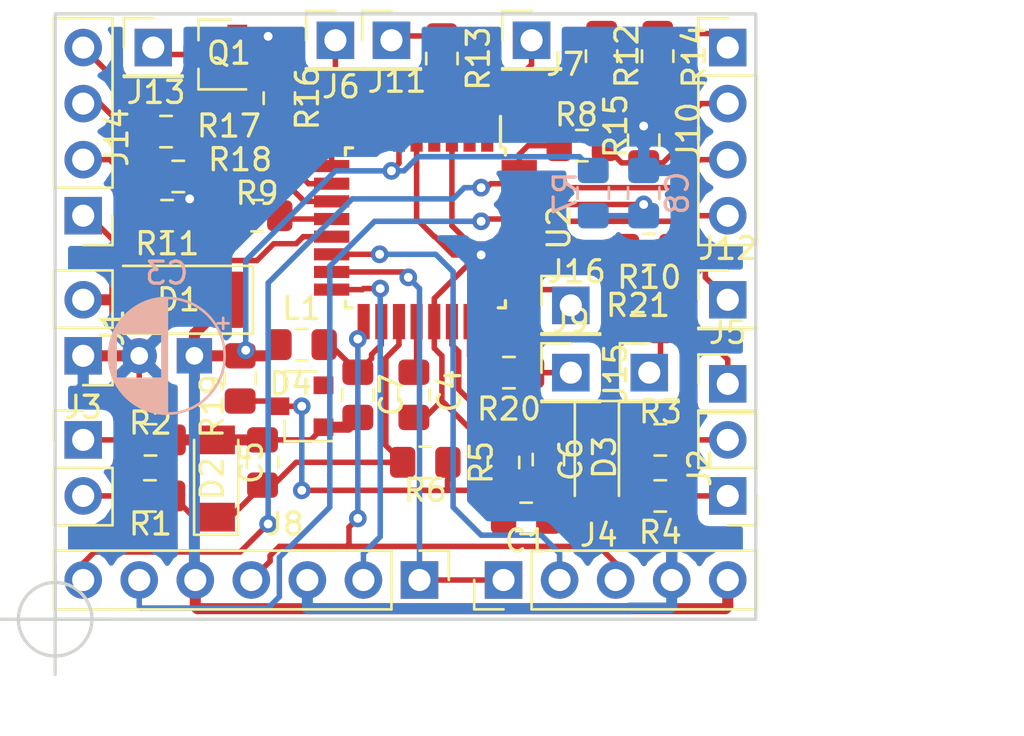
<source format=kicad_pcb>
(kicad_pcb (version 20171130) (host pcbnew 5.0.2+dfsg1-1)

  (general
    (thickness 1.6)
    (drawings 7)
    (tracks 325)
    (zones 0)
    (modules 51)
    (nets 46)
  )

  (page A4)
  (layers
    (0 F.Cu signal)
    (31 B.Cu signal)
    (32 B.Adhes user)
    (33 F.Adhes user)
    (34 B.Paste user)
    (35 F.Paste user)
    (36 B.SilkS user)
    (37 F.SilkS user)
    (38 B.Mask user)
    (39 F.Mask user)
    (40 Dwgs.User user)
    (41 Cmts.User user)
    (42 Eco1.User user)
    (43 Eco2.User user)
    (44 Edge.Cuts user)
    (45 Margin user)
    (46 B.CrtYd user)
    (47 F.CrtYd user)
    (48 B.Fab user hide)
    (49 F.Fab user hide)
  )

  (setup
    (last_trace_width 0.25)
    (trace_clearance 0.2)
    (zone_clearance 0.508)
    (zone_45_only no)
    (trace_min 0.2)
    (segment_width 0.2)
    (edge_width 0.15)
    (via_size 0.8)
    (via_drill 0.4)
    (via_min_size 0.2)
    (via_min_drill 0.1)
    (uvia_size 0.3)
    (uvia_drill 0.1)
    (uvias_allowed no)
    (uvia_min_size 0.2)
    (uvia_min_drill 0.1)
    (pcb_text_width 0.3)
    (pcb_text_size 1.5 1.5)
    (mod_edge_width 0.15)
    (mod_text_size 1 1)
    (mod_text_width 0.15)
    (pad_size 1.524 1.524)
    (pad_drill 0.762)
    (pad_to_mask_clearance 0.051)
    (solder_mask_min_width 0.25)
    (aux_axis_origin 107.95 62.738)
    (visible_elements FFFFFF7F)
    (pcbplotparams
      (layerselection 0x010f0_ffffffff)
      (usegerberextensions true)
      (usegerberattributes false)
      (usegerberadvancedattributes false)
      (creategerberjobfile false)
      (excludeedgelayer true)
      (linewidth 0.100000)
      (plotframeref false)
      (viasonmask false)
      (mode 1)
      (useauxorigin false)
      (hpglpennumber 1)
      (hpglpenspeed 20)
      (hpglpendiameter 15.000000)
      (psnegative false)
      (psa4output false)
      (plotreference true)
      (plotvalue true)
      (plotinvisibletext false)
      (padsonsilk false)
      (subtractmaskfromsilk false)
      (outputformat 1)
      (mirror false)
      (drillshape 0)
      (scaleselection 1)
      (outputdirectory "../out-main/"))
  )

  (net 0 "")
  (net 1 GND)
  (net 2 VCC)
  (net 3 "Net-(C4-Pad1)")
  (net 4 "Net-(C5-Pad1)")
  (net 5 "Net-(C6-Pad1)")
  (net 6 "Net-(C7-Pad1)")
  (net 7 "Net-(C8-Pad2)")
  (net 8 "Net-(D1-Pad2)")
  (net 9 "Net-(J1-Pad1)")
  (net 10 "Net-(J1-Pad2)")
  (net 11 "Net-(J2-Pad1)")
  (net 12 "Net-(J2-Pad2)")
  (net 13 "Net-(J4-Pad4)")
  (net 14 "Net-(J5-Pad1)")
  (net 15 "Net-(J6-Pad1)")
  (net 16 "Net-(J7-Pad1)")
  (net 17 "Net-(J10-Pad1)")
  (net 18 "Net-(J10-Pad2)")
  (net 19 "Net-(J10-Pad3)")
  (net 20 "Net-(J10-Pad4)")
  (net 21 "Net-(J11-Pad1)")
  (net 22 "Net-(J12-Pad1)")
  (net 23 "Net-(J13-Pad1)")
  (net 24 "Net-(J14-Pad4)")
  (net 25 "Net-(J14-Pad3)")
  (net 26 "Net-(J14-Pad2)")
  (net 27 "Net-(J14-Pad1)")
  (net 28 "Net-(Q1-Pad1)")
  (net 29 "Net-(R8-Pad2)")
  (net 30 "Net-(R9-Pad2)")
  (net 31 "Net-(R10-Pad2)")
  (net 32 "Net-(R12-Pad2)")
  (net 33 "Net-(R13-Pad2)")
  (net 34 "Net-(R16-Pad2)")
  (net 35 "Net-(R17-Pad2)")
  (net 36 "Net-(J4-Pad2)")
  (net 37 "Net-(J4-Pad1)")
  (net 38 /TXD)
  (net 39 "Net-(J8-Pad2)")
  (net 40 "Net-(J9-Pad1)")
  (net 41 "Net-(J15-Pad1)")
  (net 42 "Net-(J16-Pad1)")
  (net 43 "Net-(C1-Pad2)")
  (net 44 "Net-(R20-Pad2)")
  (net 45 "Net-(R21-Pad2)")

  (net_class Default "Это класс цепей по умолчанию."
    (clearance 0.2)
    (trace_width 0.25)
    (via_dia 0.8)
    (via_drill 0.4)
    (uvia_dia 0.3)
    (uvia_drill 0.1)
    (add_net /TXD)
    (add_net GND)
    (add_net "Net-(C1-Pad2)")
    (add_net "Net-(C4-Pad1)")
    (add_net "Net-(C5-Pad1)")
    (add_net "Net-(C6-Pad1)")
    (add_net "Net-(C7-Pad1)")
    (add_net "Net-(C8-Pad2)")
    (add_net "Net-(D1-Pad2)")
    (add_net "Net-(J1-Pad1)")
    (add_net "Net-(J1-Pad2)")
    (add_net "Net-(J10-Pad1)")
    (add_net "Net-(J10-Pad2)")
    (add_net "Net-(J10-Pad3)")
    (add_net "Net-(J10-Pad4)")
    (add_net "Net-(J11-Pad1)")
    (add_net "Net-(J12-Pad1)")
    (add_net "Net-(J13-Pad1)")
    (add_net "Net-(J14-Pad1)")
    (add_net "Net-(J14-Pad2)")
    (add_net "Net-(J14-Pad3)")
    (add_net "Net-(J14-Pad4)")
    (add_net "Net-(J15-Pad1)")
    (add_net "Net-(J16-Pad1)")
    (add_net "Net-(J2-Pad1)")
    (add_net "Net-(J2-Pad2)")
    (add_net "Net-(J4-Pad1)")
    (add_net "Net-(J4-Pad2)")
    (add_net "Net-(J4-Pad4)")
    (add_net "Net-(J5-Pad1)")
    (add_net "Net-(J6-Pad1)")
    (add_net "Net-(J7-Pad1)")
    (add_net "Net-(J8-Pad2)")
    (add_net "Net-(J9-Pad1)")
    (add_net "Net-(Q1-Pad1)")
    (add_net "Net-(R10-Pad2)")
    (add_net "Net-(R12-Pad2)")
    (add_net "Net-(R13-Pad2)")
    (add_net "Net-(R16-Pad2)")
    (add_net "Net-(R17-Pad2)")
    (add_net "Net-(R20-Pad2)")
    (add_net "Net-(R21-Pad2)")
    (add_net "Net-(R8-Pad2)")
    (add_net "Net-(R9-Pad2)")
    (add_net VCC)
  )

  (module Capacitor_SMD:C_0805_2012Metric_Pad1.15x1.40mm_HandSolder (layer F.Cu) (tedit 5B36C52B) (tstamp 5DCF947D)
    (at 124.206 52.569 270)
    (descr "Capacitor SMD 0805 (2012 Metric), square (rectangular) end terminal, IPC_7351 nominal with elongated pad for handsoldering. (Body size source: https://docs.google.com/spreadsheets/d/1BsfQQcO9C6DZCsRaXUlFlo91Tg2WpOkGARC1WS5S8t0/edit?usp=sharing), generated with kicad-footprint-generator")
    (tags "capacitor handsolder")
    (path /5DC2E039)
    (attr smd)
    (fp_text reference C4 (at -0.179 -1.612 270) (layer F.SilkS)
      (effects (font (size 1 1) (thickness 0.15)))
    )
    (fp_text value C (at 0 1.65 270) (layer F.Fab)
      (effects (font (size 1 1) (thickness 0.15)))
    )
    (fp_text user %R (at 0 0 270) (layer F.Fab)
      (effects (font (size 0.5 0.5) (thickness 0.08)))
    )
    (fp_line (start 1.85 0.95) (end -1.85 0.95) (layer F.CrtYd) (width 0.05))
    (fp_line (start 1.85 -0.95) (end 1.85 0.95) (layer F.CrtYd) (width 0.05))
    (fp_line (start -1.85 -0.95) (end 1.85 -0.95) (layer F.CrtYd) (width 0.05))
    (fp_line (start -1.85 0.95) (end -1.85 -0.95) (layer F.CrtYd) (width 0.05))
    (fp_line (start -0.261252 0.71) (end 0.261252 0.71) (layer F.SilkS) (width 0.12))
    (fp_line (start -0.261252 -0.71) (end 0.261252 -0.71) (layer F.SilkS) (width 0.12))
    (fp_line (start 1 0.6) (end -1 0.6) (layer F.Fab) (width 0.1))
    (fp_line (start 1 -0.6) (end 1 0.6) (layer F.Fab) (width 0.1))
    (fp_line (start -1 -0.6) (end 1 -0.6) (layer F.Fab) (width 0.1))
    (fp_line (start -1 0.6) (end -1 -0.6) (layer F.Fab) (width 0.1))
    (pad 2 smd roundrect (at 1.025 0 270) (size 1.15 1.4) (layers F.Cu F.Paste F.Mask) (roundrect_rratio 0.217391)
      (net 1 GND))
    (pad 1 smd roundrect (at -1.025 0 270) (size 1.15 1.4) (layers F.Cu F.Paste F.Mask) (roundrect_rratio 0.217391)
      (net 3 "Net-(C4-Pad1)"))
    (model ${KISYS3DMOD}/Capacitor_SMD.3dshapes/C_0805_2012Metric.wrl
      (at (xyz 0 0 0))
      (scale (xyz 1 1 1))
      (rotate (xyz 0 0 0))
    )
  )

  (module Resistor_SMD:R_0805_2012Metric_Pad1.15x1.40mm_HandSolder (layer F.Cu) (tedit 5B36C52B) (tstamp 5DCF9748)
    (at 125.476 37.329 270)
    (descr "Resistor SMD 0805 (2012 Metric), square (rectangular) end terminal, IPC_7351 nominal with elongated pad for handsoldering. (Body size source: https://docs.google.com/spreadsheets/d/1BsfQQcO9C6DZCsRaXUlFlo91Tg2WpOkGARC1WS5S8t0/edit?usp=sharing), generated with kicad-footprint-generator")
    (tags "resistor handsolder")
    (path /5DD109D5)
    (attr smd)
    (fp_text reference R13 (at 0 -1.65 270) (layer F.SilkS)
      (effects (font (size 1 1) (thickness 0.15)))
    )
    (fp_text value R (at 0 1.65 270) (layer F.Fab)
      (effects (font (size 1 1) (thickness 0.15)))
    )
    (fp_line (start -1 0.6) (end -1 -0.6) (layer F.Fab) (width 0.1))
    (fp_line (start -1 -0.6) (end 1 -0.6) (layer F.Fab) (width 0.1))
    (fp_line (start 1 -0.6) (end 1 0.6) (layer F.Fab) (width 0.1))
    (fp_line (start 1 0.6) (end -1 0.6) (layer F.Fab) (width 0.1))
    (fp_line (start -0.261252 -0.71) (end 0.261252 -0.71) (layer F.SilkS) (width 0.12))
    (fp_line (start -0.261252 0.71) (end 0.261252 0.71) (layer F.SilkS) (width 0.12))
    (fp_line (start -1.85 0.95) (end -1.85 -0.95) (layer F.CrtYd) (width 0.05))
    (fp_line (start -1.85 -0.95) (end 1.85 -0.95) (layer F.CrtYd) (width 0.05))
    (fp_line (start 1.85 -0.95) (end 1.85 0.95) (layer F.CrtYd) (width 0.05))
    (fp_line (start 1.85 0.95) (end -1.85 0.95) (layer F.CrtYd) (width 0.05))
    (fp_text user %R (at 0 0 270) (layer F.Fab)
      (effects (font (size 0.5 0.5) (thickness 0.08)))
    )
    (pad 1 smd roundrect (at -1.025 0 270) (size 1.15 1.4) (layers F.Cu F.Paste F.Mask) (roundrect_rratio 0.217391)
      (net 21 "Net-(J11-Pad1)"))
    (pad 2 smd roundrect (at 1.025 0 270) (size 1.15 1.4) (layers F.Cu F.Paste F.Mask) (roundrect_rratio 0.217391)
      (net 33 "Net-(R13-Pad2)"))
    (model ${KISYS3DMOD}/Resistor_SMD.3dshapes/R_0805_2012Metric.wrl
      (at (xyz 0 0 0))
      (scale (xyz 1 1 1))
      (rotate (xyz 0 0 0))
    )
  )

  (module Capacitor_SMD:C_0805_2012Metric_Pad1.15x1.40mm_HandSolder (layer F.Cu) (tedit 5B36C52B) (tstamp 5DCF9364)
    (at 129.295 58.166 180)
    (descr "Capacitor SMD 0805 (2012 Metric), square (rectangular) end terminal, IPC_7351 nominal with elongated pad for handsoldering. (Body size source: https://docs.google.com/spreadsheets/d/1BsfQQcO9C6DZCsRaXUlFlo91Tg2WpOkGARC1WS5S8t0/edit?usp=sharing), generated with kicad-footprint-generator")
    (tags "capacitor handsolder")
    (path /5DC334F1)
    (attr smd)
    (fp_text reference C1 (at 0 -1.016 180) (layer F.SilkS)
      (effects (font (size 1 1) (thickness 0.15)))
    )
    (fp_text value C (at 0 1.65 180) (layer F.Fab)
      (effects (font (size 1 1) (thickness 0.15)))
    )
    (fp_line (start -1 0.6) (end -1 -0.6) (layer F.Fab) (width 0.1))
    (fp_line (start -1 -0.6) (end 1 -0.6) (layer F.Fab) (width 0.1))
    (fp_line (start 1 -0.6) (end 1 0.6) (layer F.Fab) (width 0.1))
    (fp_line (start 1 0.6) (end -1 0.6) (layer F.Fab) (width 0.1))
    (fp_line (start -0.261252 -0.71) (end 0.261252 -0.71) (layer F.SilkS) (width 0.12))
    (fp_line (start -0.261252 0.71) (end 0.261252 0.71) (layer F.SilkS) (width 0.12))
    (fp_line (start -1.85 0.95) (end -1.85 -0.95) (layer F.CrtYd) (width 0.05))
    (fp_line (start -1.85 -0.95) (end 1.85 -0.95) (layer F.CrtYd) (width 0.05))
    (fp_line (start 1.85 -0.95) (end 1.85 0.95) (layer F.CrtYd) (width 0.05))
    (fp_line (start 1.85 0.95) (end -1.85 0.95) (layer F.CrtYd) (width 0.05))
    (fp_text user %R (at 0 0 180) (layer F.Fab)
      (effects (font (size 0.5 0.5) (thickness 0.08)))
    )
    (pad 1 smd roundrect (at -1.025 0 180) (size 1.15 1.4) (layers F.Cu F.Paste F.Mask) (roundrect_rratio 0.217391)
      (net 1 GND))
    (pad 2 smd roundrect (at 1.025 0 180) (size 1.15 1.4) (layers F.Cu F.Paste F.Mask) (roundrect_rratio 0.217391)
      (net 43 "Net-(C1-Pad2)"))
    (model ${KISYS3DMOD}/Capacitor_SMD.3dshapes/C_0805_2012Metric.wrl
      (at (xyz 0 0 0))
      (scale (xyz 1 1 1))
      (rotate (xyz 0 0 0))
    )
  )

  (module Capacitor_THT:CP_Radial_D5.0mm_P2.50mm (layer B.Cu) (tedit 5AE50EF0) (tstamp 5DCFAB61)
    (at 114.26 50.8 180)
    (descr "CP, Radial series, Radial, pin pitch=2.50mm, , diameter=5mm, Electrolytic Capacitor")
    (tags "CP Radial series Radial pin pitch 2.50mm  diameter 5mm Electrolytic Capacitor")
    (path /5DC2E61D)
    (fp_text reference C3 (at 1.25 3.75 180) (layer B.SilkS)
      (effects (font (size 1 1) (thickness 0.15)) (justify mirror))
    )
    (fp_text value CP1 (at 1.25 -3.75 180) (layer B.Fab)
      (effects (font (size 1 1) (thickness 0.15)) (justify mirror))
    )
    (fp_text user %R (at 1.25 0 180) (layer B.Fab)
      (effects (font (size 1 1) (thickness 0.15)) (justify mirror))
    )
    (fp_line (start -1.304775 1.725) (end -1.304775 1.225) (layer B.SilkS) (width 0.12))
    (fp_line (start -1.554775 1.475) (end -1.054775 1.475) (layer B.SilkS) (width 0.12))
    (fp_line (start 3.851 0.284) (end 3.851 -0.284) (layer B.SilkS) (width 0.12))
    (fp_line (start 3.811 0.518) (end 3.811 -0.518) (layer B.SilkS) (width 0.12))
    (fp_line (start 3.771 0.677) (end 3.771 -0.677) (layer B.SilkS) (width 0.12))
    (fp_line (start 3.731 0.805) (end 3.731 -0.805) (layer B.SilkS) (width 0.12))
    (fp_line (start 3.691 0.915) (end 3.691 -0.915) (layer B.SilkS) (width 0.12))
    (fp_line (start 3.651 1.011) (end 3.651 -1.011) (layer B.SilkS) (width 0.12))
    (fp_line (start 3.611 1.098) (end 3.611 -1.098) (layer B.SilkS) (width 0.12))
    (fp_line (start 3.571 1.178) (end 3.571 -1.178) (layer B.SilkS) (width 0.12))
    (fp_line (start 3.531 -1.04) (end 3.531 -1.251) (layer B.SilkS) (width 0.12))
    (fp_line (start 3.531 1.251) (end 3.531 1.04) (layer B.SilkS) (width 0.12))
    (fp_line (start 3.491 -1.04) (end 3.491 -1.319) (layer B.SilkS) (width 0.12))
    (fp_line (start 3.491 1.319) (end 3.491 1.04) (layer B.SilkS) (width 0.12))
    (fp_line (start 3.451 -1.04) (end 3.451 -1.383) (layer B.SilkS) (width 0.12))
    (fp_line (start 3.451 1.383) (end 3.451 1.04) (layer B.SilkS) (width 0.12))
    (fp_line (start 3.411 -1.04) (end 3.411 -1.443) (layer B.SilkS) (width 0.12))
    (fp_line (start 3.411 1.443) (end 3.411 1.04) (layer B.SilkS) (width 0.12))
    (fp_line (start 3.371 -1.04) (end 3.371 -1.5) (layer B.SilkS) (width 0.12))
    (fp_line (start 3.371 1.5) (end 3.371 1.04) (layer B.SilkS) (width 0.12))
    (fp_line (start 3.331 -1.04) (end 3.331 -1.554) (layer B.SilkS) (width 0.12))
    (fp_line (start 3.331 1.554) (end 3.331 1.04) (layer B.SilkS) (width 0.12))
    (fp_line (start 3.291 -1.04) (end 3.291 -1.605) (layer B.SilkS) (width 0.12))
    (fp_line (start 3.291 1.605) (end 3.291 1.04) (layer B.SilkS) (width 0.12))
    (fp_line (start 3.251 -1.04) (end 3.251 -1.653) (layer B.SilkS) (width 0.12))
    (fp_line (start 3.251 1.653) (end 3.251 1.04) (layer B.SilkS) (width 0.12))
    (fp_line (start 3.211 -1.04) (end 3.211 -1.699) (layer B.SilkS) (width 0.12))
    (fp_line (start 3.211 1.699) (end 3.211 1.04) (layer B.SilkS) (width 0.12))
    (fp_line (start 3.171 -1.04) (end 3.171 -1.743) (layer B.SilkS) (width 0.12))
    (fp_line (start 3.171 1.743) (end 3.171 1.04) (layer B.SilkS) (width 0.12))
    (fp_line (start 3.131 -1.04) (end 3.131 -1.785) (layer B.SilkS) (width 0.12))
    (fp_line (start 3.131 1.785) (end 3.131 1.04) (layer B.SilkS) (width 0.12))
    (fp_line (start 3.091 -1.04) (end 3.091 -1.826) (layer B.SilkS) (width 0.12))
    (fp_line (start 3.091 1.826) (end 3.091 1.04) (layer B.SilkS) (width 0.12))
    (fp_line (start 3.051 -1.04) (end 3.051 -1.864) (layer B.SilkS) (width 0.12))
    (fp_line (start 3.051 1.864) (end 3.051 1.04) (layer B.SilkS) (width 0.12))
    (fp_line (start 3.011 -1.04) (end 3.011 -1.901) (layer B.SilkS) (width 0.12))
    (fp_line (start 3.011 1.901) (end 3.011 1.04) (layer B.SilkS) (width 0.12))
    (fp_line (start 2.971 -1.04) (end 2.971 -1.937) (layer B.SilkS) (width 0.12))
    (fp_line (start 2.971 1.937) (end 2.971 1.04) (layer B.SilkS) (width 0.12))
    (fp_line (start 2.931 -1.04) (end 2.931 -1.971) (layer B.SilkS) (width 0.12))
    (fp_line (start 2.931 1.971) (end 2.931 1.04) (layer B.SilkS) (width 0.12))
    (fp_line (start 2.891 -1.04) (end 2.891 -2.004) (layer B.SilkS) (width 0.12))
    (fp_line (start 2.891 2.004) (end 2.891 1.04) (layer B.SilkS) (width 0.12))
    (fp_line (start 2.851 -1.04) (end 2.851 -2.035) (layer B.SilkS) (width 0.12))
    (fp_line (start 2.851 2.035) (end 2.851 1.04) (layer B.SilkS) (width 0.12))
    (fp_line (start 2.811 -1.04) (end 2.811 -2.065) (layer B.SilkS) (width 0.12))
    (fp_line (start 2.811 2.065) (end 2.811 1.04) (layer B.SilkS) (width 0.12))
    (fp_line (start 2.771 -1.04) (end 2.771 -2.095) (layer B.SilkS) (width 0.12))
    (fp_line (start 2.771 2.095) (end 2.771 1.04) (layer B.SilkS) (width 0.12))
    (fp_line (start 2.731 -1.04) (end 2.731 -2.122) (layer B.SilkS) (width 0.12))
    (fp_line (start 2.731 2.122) (end 2.731 1.04) (layer B.SilkS) (width 0.12))
    (fp_line (start 2.691 -1.04) (end 2.691 -2.149) (layer B.SilkS) (width 0.12))
    (fp_line (start 2.691 2.149) (end 2.691 1.04) (layer B.SilkS) (width 0.12))
    (fp_line (start 2.651 -1.04) (end 2.651 -2.175) (layer B.SilkS) (width 0.12))
    (fp_line (start 2.651 2.175) (end 2.651 1.04) (layer B.SilkS) (width 0.12))
    (fp_line (start 2.611 -1.04) (end 2.611 -2.2) (layer B.SilkS) (width 0.12))
    (fp_line (start 2.611 2.2) (end 2.611 1.04) (layer B.SilkS) (width 0.12))
    (fp_line (start 2.571 -1.04) (end 2.571 -2.224) (layer B.SilkS) (width 0.12))
    (fp_line (start 2.571 2.224) (end 2.571 1.04) (layer B.SilkS) (width 0.12))
    (fp_line (start 2.531 -1.04) (end 2.531 -2.247) (layer B.SilkS) (width 0.12))
    (fp_line (start 2.531 2.247) (end 2.531 1.04) (layer B.SilkS) (width 0.12))
    (fp_line (start 2.491 -1.04) (end 2.491 -2.268) (layer B.SilkS) (width 0.12))
    (fp_line (start 2.491 2.268) (end 2.491 1.04) (layer B.SilkS) (width 0.12))
    (fp_line (start 2.451 -1.04) (end 2.451 -2.29) (layer B.SilkS) (width 0.12))
    (fp_line (start 2.451 2.29) (end 2.451 1.04) (layer B.SilkS) (width 0.12))
    (fp_line (start 2.411 -1.04) (end 2.411 -2.31) (layer B.SilkS) (width 0.12))
    (fp_line (start 2.411 2.31) (end 2.411 1.04) (layer B.SilkS) (width 0.12))
    (fp_line (start 2.371 -1.04) (end 2.371 -2.329) (layer B.SilkS) (width 0.12))
    (fp_line (start 2.371 2.329) (end 2.371 1.04) (layer B.SilkS) (width 0.12))
    (fp_line (start 2.331 -1.04) (end 2.331 -2.348) (layer B.SilkS) (width 0.12))
    (fp_line (start 2.331 2.348) (end 2.331 1.04) (layer B.SilkS) (width 0.12))
    (fp_line (start 2.291 -1.04) (end 2.291 -2.365) (layer B.SilkS) (width 0.12))
    (fp_line (start 2.291 2.365) (end 2.291 1.04) (layer B.SilkS) (width 0.12))
    (fp_line (start 2.251 -1.04) (end 2.251 -2.382) (layer B.SilkS) (width 0.12))
    (fp_line (start 2.251 2.382) (end 2.251 1.04) (layer B.SilkS) (width 0.12))
    (fp_line (start 2.211 -1.04) (end 2.211 -2.398) (layer B.SilkS) (width 0.12))
    (fp_line (start 2.211 2.398) (end 2.211 1.04) (layer B.SilkS) (width 0.12))
    (fp_line (start 2.171 -1.04) (end 2.171 -2.414) (layer B.SilkS) (width 0.12))
    (fp_line (start 2.171 2.414) (end 2.171 1.04) (layer B.SilkS) (width 0.12))
    (fp_line (start 2.131 -1.04) (end 2.131 -2.428) (layer B.SilkS) (width 0.12))
    (fp_line (start 2.131 2.428) (end 2.131 1.04) (layer B.SilkS) (width 0.12))
    (fp_line (start 2.091 -1.04) (end 2.091 -2.442) (layer B.SilkS) (width 0.12))
    (fp_line (start 2.091 2.442) (end 2.091 1.04) (layer B.SilkS) (width 0.12))
    (fp_line (start 2.051 -1.04) (end 2.051 -2.455) (layer B.SilkS) (width 0.12))
    (fp_line (start 2.051 2.455) (end 2.051 1.04) (layer B.SilkS) (width 0.12))
    (fp_line (start 2.011 -1.04) (end 2.011 -2.468) (layer B.SilkS) (width 0.12))
    (fp_line (start 2.011 2.468) (end 2.011 1.04) (layer B.SilkS) (width 0.12))
    (fp_line (start 1.971 -1.04) (end 1.971 -2.48) (layer B.SilkS) (width 0.12))
    (fp_line (start 1.971 2.48) (end 1.971 1.04) (layer B.SilkS) (width 0.12))
    (fp_line (start 1.93 -1.04) (end 1.93 -2.491) (layer B.SilkS) (width 0.12))
    (fp_line (start 1.93 2.491) (end 1.93 1.04) (layer B.SilkS) (width 0.12))
    (fp_line (start 1.89 -1.04) (end 1.89 -2.501) (layer B.SilkS) (width 0.12))
    (fp_line (start 1.89 2.501) (end 1.89 1.04) (layer B.SilkS) (width 0.12))
    (fp_line (start 1.85 -1.04) (end 1.85 -2.511) (layer B.SilkS) (width 0.12))
    (fp_line (start 1.85 2.511) (end 1.85 1.04) (layer B.SilkS) (width 0.12))
    (fp_line (start 1.81 -1.04) (end 1.81 -2.52) (layer B.SilkS) (width 0.12))
    (fp_line (start 1.81 2.52) (end 1.81 1.04) (layer B.SilkS) (width 0.12))
    (fp_line (start 1.77 -1.04) (end 1.77 -2.528) (layer B.SilkS) (width 0.12))
    (fp_line (start 1.77 2.528) (end 1.77 1.04) (layer B.SilkS) (width 0.12))
    (fp_line (start 1.73 -1.04) (end 1.73 -2.536) (layer B.SilkS) (width 0.12))
    (fp_line (start 1.73 2.536) (end 1.73 1.04) (layer B.SilkS) (width 0.12))
    (fp_line (start 1.69 -1.04) (end 1.69 -2.543) (layer B.SilkS) (width 0.12))
    (fp_line (start 1.69 2.543) (end 1.69 1.04) (layer B.SilkS) (width 0.12))
    (fp_line (start 1.65 -1.04) (end 1.65 -2.55) (layer B.SilkS) (width 0.12))
    (fp_line (start 1.65 2.55) (end 1.65 1.04) (layer B.SilkS) (width 0.12))
    (fp_line (start 1.61 -1.04) (end 1.61 -2.556) (layer B.SilkS) (width 0.12))
    (fp_line (start 1.61 2.556) (end 1.61 1.04) (layer B.SilkS) (width 0.12))
    (fp_line (start 1.57 -1.04) (end 1.57 -2.561) (layer B.SilkS) (width 0.12))
    (fp_line (start 1.57 2.561) (end 1.57 1.04) (layer B.SilkS) (width 0.12))
    (fp_line (start 1.53 -1.04) (end 1.53 -2.565) (layer B.SilkS) (width 0.12))
    (fp_line (start 1.53 2.565) (end 1.53 1.04) (layer B.SilkS) (width 0.12))
    (fp_line (start 1.49 -1.04) (end 1.49 -2.569) (layer B.SilkS) (width 0.12))
    (fp_line (start 1.49 2.569) (end 1.49 1.04) (layer B.SilkS) (width 0.12))
    (fp_line (start 1.45 2.573) (end 1.45 -2.573) (layer B.SilkS) (width 0.12))
    (fp_line (start 1.41 2.576) (end 1.41 -2.576) (layer B.SilkS) (width 0.12))
    (fp_line (start 1.37 2.578) (end 1.37 -2.578) (layer B.SilkS) (width 0.12))
    (fp_line (start 1.33 2.579) (end 1.33 -2.579) (layer B.SilkS) (width 0.12))
    (fp_line (start 1.29 2.58) (end 1.29 -2.58) (layer B.SilkS) (width 0.12))
    (fp_line (start 1.25 2.58) (end 1.25 -2.58) (layer B.SilkS) (width 0.12))
    (fp_line (start -0.633605 1.3375) (end -0.633605 0.8375) (layer B.Fab) (width 0.1))
    (fp_line (start -0.883605 1.0875) (end -0.383605 1.0875) (layer B.Fab) (width 0.1))
    (fp_circle (center 1.25 0) (end 4 0) (layer B.CrtYd) (width 0.05))
    (fp_circle (center 1.25 0) (end 3.87 0) (layer B.SilkS) (width 0.12))
    (fp_circle (center 1.25 0) (end 3.75 0) (layer B.Fab) (width 0.1))
    (pad 2 thru_hole circle (at 2.5 0 180) (size 1.6 1.6) (drill 0.8) (layers *.Cu *.Mask)
      (net 1 GND))
    (pad 1 thru_hole rect (at 0 0 180) (size 1.6 1.6) (drill 0.8) (layers *.Cu *.Mask)
      (net 2 VCC))
    (model ${KISYS3DMOD}/Capacitor_THT.3dshapes/CP_Radial_D5.0mm_P2.50mm.wrl
      (at (xyz 0 0 0))
      (scale (xyz 1 1 1))
      (rotate (xyz 0 0 0))
    )
  )

  (module Capacitor_SMD:C_0805_2012Metric_Pad1.15x1.40mm_HandSolder (layer F.Cu) (tedit 5B36C52B) (tstamp 5DCF948E)
    (at 117.348 55.635 90)
    (descr "Capacitor SMD 0805 (2012 Metric), square (rectangular) end terminal, IPC_7351 nominal with elongated pad for handsoldering. (Body size source: https://docs.google.com/spreadsheets/d/1BsfQQcO9C6DZCsRaXUlFlo91Tg2WpOkGARC1WS5S8t0/edit?usp=sharing), generated with kicad-footprint-generator")
    (tags "capacitor handsolder")
    (path /5DC31730)
    (attr smd)
    (fp_text reference C5 (at 0 -0.508 90) (layer F.SilkS)
      (effects (font (size 1 1) (thickness 0.15)))
    )
    (fp_text value C (at 0 1.65 90) (layer F.Fab)
      (effects (font (size 1 1) (thickness 0.15)))
    )
    (fp_text user %R (at 0 0 90) (layer F.Fab)
      (effects (font (size 0.5 0.5) (thickness 0.08)))
    )
    (fp_line (start 1.85 0.95) (end -1.85 0.95) (layer F.CrtYd) (width 0.05))
    (fp_line (start 1.85 -0.95) (end 1.85 0.95) (layer F.CrtYd) (width 0.05))
    (fp_line (start -1.85 -0.95) (end 1.85 -0.95) (layer F.CrtYd) (width 0.05))
    (fp_line (start -1.85 0.95) (end -1.85 -0.95) (layer F.CrtYd) (width 0.05))
    (fp_line (start -0.261252 0.71) (end 0.261252 0.71) (layer F.SilkS) (width 0.12))
    (fp_line (start -0.261252 -0.71) (end 0.261252 -0.71) (layer F.SilkS) (width 0.12))
    (fp_line (start 1 0.6) (end -1 0.6) (layer F.Fab) (width 0.1))
    (fp_line (start 1 -0.6) (end 1 0.6) (layer F.Fab) (width 0.1))
    (fp_line (start -1 -0.6) (end 1 -0.6) (layer F.Fab) (width 0.1))
    (fp_line (start -1 0.6) (end -1 -0.6) (layer F.Fab) (width 0.1))
    (pad 2 smd roundrect (at 1.025 0 90) (size 1.15 1.4) (layers F.Cu F.Paste F.Mask) (roundrect_rratio 0.217391)
      (net 1 GND))
    (pad 1 smd roundrect (at -1.025 0 90) (size 1.15 1.4) (layers F.Cu F.Paste F.Mask) (roundrect_rratio 0.217391)
      (net 4 "Net-(C5-Pad1)"))
    (model ${KISYS3DMOD}/Capacitor_SMD.3dshapes/C_0805_2012Metric.wrl
      (at (xyz 0 0 0))
      (scale (xyz 1 1 1))
      (rotate (xyz 0 0 0))
    )
  )

  (module Capacitor_SMD:C_0805_2012Metric_Pad1.15x1.40mm_HandSolder (layer F.Cu) (tedit 5B36C52B) (tstamp 5DCFDF90)
    (at 130.302 55.5 270)
    (descr "Capacitor SMD 0805 (2012 Metric), square (rectangular) end terminal, IPC_7351 nominal with elongated pad for handsoldering. (Body size source: https://docs.google.com/spreadsheets/d/1BsfQQcO9C6DZCsRaXUlFlo91Tg2WpOkGARC1WS5S8t0/edit?usp=sharing), generated with kicad-footprint-generator")
    (tags "capacitor handsolder")
    (path /5DC31945)
    (attr smd)
    (fp_text reference C6 (at 0 -1.016 270) (layer F.SilkS)
      (effects (font (size 1 1) (thickness 0.15)))
    )
    (fp_text value C (at 0 1.65 270) (layer F.Fab)
      (effects (font (size 1 1) (thickness 0.15)))
    )
    (fp_line (start -1 0.6) (end -1 -0.6) (layer F.Fab) (width 0.1))
    (fp_line (start -1 -0.6) (end 1 -0.6) (layer F.Fab) (width 0.1))
    (fp_line (start 1 -0.6) (end 1 0.6) (layer F.Fab) (width 0.1))
    (fp_line (start 1 0.6) (end -1 0.6) (layer F.Fab) (width 0.1))
    (fp_line (start -0.261252 -0.71) (end 0.261252 -0.71) (layer F.SilkS) (width 0.12))
    (fp_line (start -0.261252 0.71) (end 0.261252 0.71) (layer F.SilkS) (width 0.12))
    (fp_line (start -1.85 0.95) (end -1.85 -0.95) (layer F.CrtYd) (width 0.05))
    (fp_line (start -1.85 -0.95) (end 1.85 -0.95) (layer F.CrtYd) (width 0.05))
    (fp_line (start 1.85 -0.95) (end 1.85 0.95) (layer F.CrtYd) (width 0.05))
    (fp_line (start 1.85 0.95) (end -1.85 0.95) (layer F.CrtYd) (width 0.05))
    (fp_text user %R (at 0 0 270) (layer F.Fab)
      (effects (font (size 0.5 0.5) (thickness 0.08)))
    )
    (pad 1 smd roundrect (at -1.025 0 270) (size 1.15 1.4) (layers F.Cu F.Paste F.Mask) (roundrect_rratio 0.217391)
      (net 5 "Net-(C6-Pad1)"))
    (pad 2 smd roundrect (at 1.025 0 270) (size 1.15 1.4) (layers F.Cu F.Paste F.Mask) (roundrect_rratio 0.217391)
      (net 1 GND))
    (model ${KISYS3DMOD}/Capacitor_SMD.3dshapes/C_0805_2012Metric.wrl
      (at (xyz 0 0 0))
      (scale (xyz 1 1 1))
      (rotate (xyz 0 0 0))
    )
  )

  (module Capacitor_SMD:C_0805_2012Metric_Pad1.15x1.40mm_HandSolder (layer F.Cu) (tedit 5B36C52B) (tstamp 5DCF94B0)
    (at 121.666 52.569 270)
    (descr "Capacitor SMD 0805 (2012 Metric), square (rectangular) end terminal, IPC_7351 nominal with elongated pad for handsoldering. (Body size source: https://docs.google.com/spreadsheets/d/1BsfQQcO9C6DZCsRaXUlFlo91Tg2WpOkGARC1WS5S8t0/edit?usp=sharing), generated with kicad-footprint-generator")
    (tags "capacitor handsolder")
    (path /5DC2FC7E)
    (attr smd)
    (fp_text reference C7 (at 0 -1.524 270) (layer F.SilkS)
      (effects (font (size 1 1) (thickness 0.15)))
    )
    (fp_text value C (at 0 1.65 270) (layer F.Fab)
      (effects (font (size 1 1) (thickness 0.15)))
    )
    (fp_line (start -1 0.6) (end -1 -0.6) (layer F.Fab) (width 0.1))
    (fp_line (start -1 -0.6) (end 1 -0.6) (layer F.Fab) (width 0.1))
    (fp_line (start 1 -0.6) (end 1 0.6) (layer F.Fab) (width 0.1))
    (fp_line (start 1 0.6) (end -1 0.6) (layer F.Fab) (width 0.1))
    (fp_line (start -0.261252 -0.71) (end 0.261252 -0.71) (layer F.SilkS) (width 0.12))
    (fp_line (start -0.261252 0.71) (end 0.261252 0.71) (layer F.SilkS) (width 0.12))
    (fp_line (start -1.85 0.95) (end -1.85 -0.95) (layer F.CrtYd) (width 0.05))
    (fp_line (start -1.85 -0.95) (end 1.85 -0.95) (layer F.CrtYd) (width 0.05))
    (fp_line (start 1.85 -0.95) (end 1.85 0.95) (layer F.CrtYd) (width 0.05))
    (fp_line (start 1.85 0.95) (end -1.85 0.95) (layer F.CrtYd) (width 0.05))
    (fp_text user %R (at 0 0 270) (layer F.Fab)
      (effects (font (size 0.5 0.5) (thickness 0.08)))
    )
    (pad 1 smd roundrect (at -1.025 0 270) (size 1.15 1.4) (layers F.Cu F.Paste F.Mask) (roundrect_rratio 0.217391)
      (net 6 "Net-(C7-Pad1)"))
    (pad 2 smd roundrect (at 1.025 0 270) (size 1.15 1.4) (layers F.Cu F.Paste F.Mask) (roundrect_rratio 0.217391)
      (net 1 GND))
    (model ${KISYS3DMOD}/Capacitor_SMD.3dshapes/C_0805_2012Metric.wrl
      (at (xyz 0 0 0))
      (scale (xyz 1 1 1))
      (rotate (xyz 0 0 0))
    )
  )

  (module Capacitor_SMD:C_0805_2012Metric_Pad1.15x1.40mm_HandSolder (layer B.Cu) (tedit 5B36C52B) (tstamp 5DE72C6A)
    (at 134.62 43.425 270)
    (descr "Capacitor SMD 0805 (2012 Metric), square (rectangular) end terminal, IPC_7351 nominal with elongated pad for handsoldering. (Body size source: https://docs.google.com/spreadsheets/d/1BsfQQcO9C6DZCsRaXUlFlo91Tg2WpOkGARC1WS5S8t0/edit?usp=sharing), generated with kicad-footprint-generator")
    (tags "capacitor handsolder")
    (path /5DC2CC93)
    (attr smd)
    (fp_text reference C8 (at 0 -1.524 90) (layer B.SilkS)
      (effects (font (size 1 1) (thickness 0.15)) (justify mirror))
    )
    (fp_text value C (at -0.245 0 270) (layer B.Fab)
      (effects (font (size 1 1) (thickness 0.15)) (justify mirror))
    )
    (fp_text user %R (at 0 0 270) (layer B.Fab)
      (effects (font (size 0.5 0.5) (thickness 0.08)) (justify mirror))
    )
    (fp_line (start 1.85 -0.95) (end -1.85 -0.95) (layer B.CrtYd) (width 0.05))
    (fp_line (start 1.85 0.95) (end 1.85 -0.95) (layer B.CrtYd) (width 0.05))
    (fp_line (start -1.85 0.95) (end 1.85 0.95) (layer B.CrtYd) (width 0.05))
    (fp_line (start -1.85 -0.95) (end -1.85 0.95) (layer B.CrtYd) (width 0.05))
    (fp_line (start -0.261252 -0.71) (end 0.261252 -0.71) (layer B.SilkS) (width 0.12))
    (fp_line (start -0.261252 0.71) (end 0.261252 0.71) (layer B.SilkS) (width 0.12))
    (fp_line (start 1 -0.6) (end -1 -0.6) (layer B.Fab) (width 0.1))
    (fp_line (start 1 0.6) (end 1 -0.6) (layer B.Fab) (width 0.1))
    (fp_line (start -1 0.6) (end 1 0.6) (layer B.Fab) (width 0.1))
    (fp_line (start -1 -0.6) (end -1 0.6) (layer B.Fab) (width 0.1))
    (pad 2 smd roundrect (at 1.025 0 270) (size 1.15 1.4) (layers B.Cu B.Paste B.Mask) (roundrect_rratio 0.217391)
      (net 7 "Net-(C8-Pad2)"))
    (pad 1 smd roundrect (at -1.025 0 270) (size 1.15 1.4) (layers B.Cu B.Paste B.Mask) (roundrect_rratio 0.217391)
      (net 1 GND))
    (model ${KISYS3DMOD}/Capacitor_SMD.3dshapes/C_0805_2012Metric.wrl
      (at (xyz 0 0 0))
      (scale (xyz 1 1 1))
      (rotate (xyz 0 0 0))
    )
  )

  (module Connector_PinHeader_2.54mm:PinHeader_1x02_P2.54mm_Vertical (layer F.Cu) (tedit 59FED5CC) (tstamp 5DCF9522)
    (at 109.22 54.61)
    (descr "Through hole straight pin header, 1x02, 2.54mm pitch, single row")
    (tags "Through hole pin header THT 1x02 2.54mm single row")
    (path /5DC4D4B7)
    (fp_text reference J1 (at 1.33 -5.08 90) (layer F.SilkS)
      (effects (font (size 1 1) (thickness 0.15)))
    )
    (fp_text value "Ispr T" (at -2.574 1.682 270) (layer F.Fab)
      (effects (font (size 1 1) (thickness 0.15)))
    )
    (fp_line (start -0.635 -1.27) (end 1.27 -1.27) (layer F.Fab) (width 0.1))
    (fp_line (start 1.27 -1.27) (end 1.27 3.81) (layer F.Fab) (width 0.1))
    (fp_line (start 1.27 3.81) (end -1.27 3.81) (layer F.Fab) (width 0.1))
    (fp_line (start -1.27 3.81) (end -1.27 -0.635) (layer F.Fab) (width 0.1))
    (fp_line (start -1.27 -0.635) (end -0.635 -1.27) (layer F.Fab) (width 0.1))
    (fp_line (start -1.33 3.87) (end 1.33 3.87) (layer F.SilkS) (width 0.12))
    (fp_line (start -1.33 1.27) (end -1.33 3.87) (layer F.SilkS) (width 0.12))
    (fp_line (start 1.33 1.27) (end 1.33 3.87) (layer F.SilkS) (width 0.12))
    (fp_line (start -1.33 1.27) (end 1.33 1.27) (layer F.SilkS) (width 0.12))
    (fp_line (start -1.33 0) (end -1.33 -1.33) (layer F.SilkS) (width 0.12))
    (fp_line (start -1.33 -1.33) (end 0 -1.33) (layer F.SilkS) (width 0.12))
    (fp_line (start -1.8 -1.8) (end -1.8 4.35) (layer F.CrtYd) (width 0.05))
    (fp_line (start -1.8 4.35) (end 1.8 4.35) (layer F.CrtYd) (width 0.05))
    (fp_line (start 1.8 4.35) (end 1.8 -1.8) (layer F.CrtYd) (width 0.05))
    (fp_line (start 1.8 -1.8) (end -1.8 -1.8) (layer F.CrtYd) (width 0.05))
    (fp_text user %R (at 0 1.27 90) (layer F.Fab)
      (effects (font (size 1 1) (thickness 0.15)))
    )
    (pad 1 thru_hole rect (at 0 0) (size 1.7 1.7) (drill 1) (layers *.Cu *.Mask)
      (net 9 "Net-(J1-Pad1)"))
    (pad 2 thru_hole oval (at 0 2.54) (size 1.7 1.7) (drill 1) (layers *.Cu *.Mask)
      (net 10 "Net-(J1-Pad2)"))
    (model ${KISYS3DMOD}/Connector_PinHeader_2.54mm.3dshapes/PinHeader_1x02_P2.54mm_Vertical.wrl
      (at (xyz 0 0 0))
      (scale (xyz 1 1 1))
      (rotate (xyz 0 0 0))
    )
  )

  (module Connector_PinHeader_2.54mm:PinHeader_1x02_P2.54mm_Vertical (layer F.Cu) (tedit 59FED5CC) (tstamp 5DE6A6DE)
    (at 138.43 57.15 180)
    (descr "Through hole straight pin header, 1x02, 2.54mm pitch, single row")
    (tags "Through hole pin header THT 1x02 2.54mm single row")
    (path /5DC4E250)
    (fp_text reference J2 (at 1.27 1.27 270) (layer F.SilkS)
      (effects (font (size 1 1) (thickness 0.15)))
    )
    (fp_text value "Salon T" (at 3.994 1.436 270) (layer F.Fab)
      (effects (font (size 1 1) (thickness 0.15)))
    )
    (fp_line (start -0.635 -1.27) (end 1.27 -1.27) (layer F.Fab) (width 0.1))
    (fp_line (start 1.27 -1.27) (end 1.27 3.81) (layer F.Fab) (width 0.1))
    (fp_line (start 1.27 3.81) (end -1.27 3.81) (layer F.Fab) (width 0.1))
    (fp_line (start -1.27 3.81) (end -1.27 -0.635) (layer F.Fab) (width 0.1))
    (fp_line (start -1.27 -0.635) (end -0.635 -1.27) (layer F.Fab) (width 0.1))
    (fp_line (start -1.33 3.87) (end 1.33 3.87) (layer F.SilkS) (width 0.12))
    (fp_line (start -1.33 1.27) (end -1.33 3.87) (layer F.SilkS) (width 0.12))
    (fp_line (start 1.33 1.27) (end 1.33 3.87) (layer F.SilkS) (width 0.12))
    (fp_line (start -1.33 1.27) (end 1.33 1.27) (layer F.SilkS) (width 0.12))
    (fp_line (start -1.33 0) (end -1.33 -1.33) (layer F.SilkS) (width 0.12))
    (fp_line (start -1.33 -1.33) (end 0 -1.33) (layer F.SilkS) (width 0.12))
    (fp_line (start -1.8 -1.8) (end -1.8 4.35) (layer F.CrtYd) (width 0.05))
    (fp_line (start -1.8 4.35) (end 1.8 4.35) (layer F.CrtYd) (width 0.05))
    (fp_line (start 1.8 4.35) (end 1.8 -1.8) (layer F.CrtYd) (width 0.05))
    (fp_line (start 1.8 -1.8) (end -1.8 -1.8) (layer F.CrtYd) (width 0.05))
    (fp_text user %R (at 0 1.27 270) (layer F.Fab)
      (effects (font (size 1 1) (thickness 0.15)))
    )
    (pad 1 thru_hole rect (at 0 0 180) (size 1.7 1.7) (drill 1) (layers *.Cu *.Mask)
      (net 11 "Net-(J2-Pad1)"))
    (pad 2 thru_hole oval (at 0 2.54 180) (size 1.7 1.7) (drill 1) (layers *.Cu *.Mask)
      (net 12 "Net-(J2-Pad2)"))
    (model ${KISYS3DMOD}/Connector_PinHeader_2.54mm.3dshapes/PinHeader_1x02_P2.54mm_Vertical.wrl
      (at (xyz 0 0 0))
      (scale (xyz 1 1 1))
      (rotate (xyz 0 0 0))
    )
  )

  (module Connector_PinHeader_2.54mm:PinHeader_1x02_P2.54mm_Vertical (layer F.Cu) (tedit 59FED5CC) (tstamp 5DCF954E)
    (at 109.22 50.8 180)
    (descr "Through hole straight pin header, 1x02, 2.54mm pitch, single row")
    (tags "Through hole pin header THT 1x02 2.54mm single row")
    (path /5DC2E206)
    (fp_text reference J3 (at 0 -2.33 180) (layer F.SilkS)
      (effects (font (size 1 1) (thickness 0.15)))
    )
    (fp_text value Power (at 0 4.87 180) (layer F.Fab)
      (effects (font (size 1 1) (thickness 0.15)))
    )
    (fp_text user %R (at 0 1.27 270) (layer F.Fab)
      (effects (font (size 1 1) (thickness 0.15)))
    )
    (fp_line (start 1.8 -1.8) (end -1.8 -1.8) (layer F.CrtYd) (width 0.05))
    (fp_line (start 1.8 4.35) (end 1.8 -1.8) (layer F.CrtYd) (width 0.05))
    (fp_line (start -1.8 4.35) (end 1.8 4.35) (layer F.CrtYd) (width 0.05))
    (fp_line (start -1.8 -1.8) (end -1.8 4.35) (layer F.CrtYd) (width 0.05))
    (fp_line (start -1.33 -1.33) (end 0 -1.33) (layer F.SilkS) (width 0.12))
    (fp_line (start -1.33 0) (end -1.33 -1.33) (layer F.SilkS) (width 0.12))
    (fp_line (start -1.33 1.27) (end 1.33 1.27) (layer F.SilkS) (width 0.12))
    (fp_line (start 1.33 1.27) (end 1.33 3.87) (layer F.SilkS) (width 0.12))
    (fp_line (start -1.33 1.27) (end -1.33 3.87) (layer F.SilkS) (width 0.12))
    (fp_line (start -1.33 3.87) (end 1.33 3.87) (layer F.SilkS) (width 0.12))
    (fp_line (start -1.27 -0.635) (end -0.635 -1.27) (layer F.Fab) (width 0.1))
    (fp_line (start -1.27 3.81) (end -1.27 -0.635) (layer F.Fab) (width 0.1))
    (fp_line (start 1.27 3.81) (end -1.27 3.81) (layer F.Fab) (width 0.1))
    (fp_line (start 1.27 -1.27) (end 1.27 3.81) (layer F.Fab) (width 0.1))
    (fp_line (start -0.635 -1.27) (end 1.27 -1.27) (layer F.Fab) (width 0.1))
    (pad 2 thru_hole oval (at 0 2.54 180) (size 1.7 1.7) (drill 1) (layers *.Cu *.Mask)
      (net 8 "Net-(D1-Pad2)"))
    (pad 1 thru_hole rect (at 0 0 180) (size 1.7 1.7) (drill 1) (layers *.Cu *.Mask)
      (net 1 GND))
    (model ${KISYS3DMOD}/Connector_PinHeader_2.54mm.3dshapes/PinHeader_1x02_P2.54mm_Vertical.wrl
      (at (xyz 0 0 0))
      (scale (xyz 1 1 1))
      (rotate (xyz 0 0 0))
    )
  )

  (module Connector_PinHeader_2.54mm:PinHeader_1x01_P2.54mm_Vertical (layer F.Cu) (tedit 59FED5CC) (tstamp 5DCF957D)
    (at 138.43 52.07)
    (descr "Through hole straight pin header, 1x01, 2.54mm pitch, single row")
    (tags "Through hole pin header THT 1x01 2.54mm single row")
    (path /5DCE1A0D)
    (fp_text reference J5 (at 0 -2.33) (layer F.SilkS)
      (effects (font (size 1 1) (thickness 0.15)))
    )
    (fp_text value NightLight_in (at 2.54 0 90) (layer F.Fab)
      (effects (font (size 1 1) (thickness 0.15)))
    )
    (fp_text user %R (at 0 0 90) (layer F.Fab)
      (effects (font (size 1 1) (thickness 0.15)))
    )
    (fp_line (start 1.8 -1.8) (end -1.8 -1.8) (layer F.CrtYd) (width 0.05))
    (fp_line (start 1.8 1.8) (end 1.8 -1.8) (layer F.CrtYd) (width 0.05))
    (fp_line (start -1.8 1.8) (end 1.8 1.8) (layer F.CrtYd) (width 0.05))
    (fp_line (start -1.8 -1.8) (end -1.8 1.8) (layer F.CrtYd) (width 0.05))
    (fp_line (start -1.33 -1.33) (end 0 -1.33) (layer F.SilkS) (width 0.12))
    (fp_line (start -1.33 0) (end -1.33 -1.33) (layer F.SilkS) (width 0.12))
    (fp_line (start -1.33 1.27) (end 1.33 1.27) (layer F.SilkS) (width 0.12))
    (fp_line (start 1.33 1.27) (end 1.33 1.33) (layer F.SilkS) (width 0.12))
    (fp_line (start -1.33 1.27) (end -1.33 1.33) (layer F.SilkS) (width 0.12))
    (fp_line (start -1.33 1.33) (end 1.33 1.33) (layer F.SilkS) (width 0.12))
    (fp_line (start -1.27 -0.635) (end -0.635 -1.27) (layer F.Fab) (width 0.1))
    (fp_line (start -1.27 1.27) (end -1.27 -0.635) (layer F.Fab) (width 0.1))
    (fp_line (start 1.27 1.27) (end -1.27 1.27) (layer F.Fab) (width 0.1))
    (fp_line (start 1.27 -1.27) (end 1.27 1.27) (layer F.Fab) (width 0.1))
    (fp_line (start -0.635 -1.27) (end 1.27 -1.27) (layer F.Fab) (width 0.1))
    (pad 1 thru_hole rect (at 0 0) (size 1.7 1.7) (drill 1) (layers *.Cu *.Mask)
      (net 14 "Net-(J5-Pad1)"))
    (model ${KISYS3DMOD}/Connector_PinHeader_2.54mm.3dshapes/PinHeader_1x01_P2.54mm_Vertical.wrl
      (at (xyz 0 0 0))
      (scale (xyz 1 1 1))
      (rotate (xyz 0 0 0))
    )
  )

  (module Connector_PinHeader_2.54mm:PinHeader_1x01_P2.54mm_Vertical (layer F.Cu) (tedit 59FED5CC) (tstamp 5DCF9592)
    (at 120.65 36.5)
    (descr "Through hole straight pin header, 1x01, 2.54mm pitch, single row")
    (tags "Through hole pin header THT 1x01 2.54mm single row")
    (path /5DC2CF78)
    (fp_text reference J6 (at 0.254 2.108) (layer F.SilkS)
      (effects (font (size 1 1) (thickness 0.15)))
    )
    (fp_text value CondEnable_out (at -2.54 -4.75) (layer F.Fab)
      (effects (font (size 1 1) (thickness 0.15)))
    )
    (fp_text user %R (at 0 0 90) (layer F.Fab)
      (effects (font (size 1 1) (thickness 0.15)))
    )
    (fp_line (start 1.8 -1.8) (end -1.8 -1.8) (layer F.CrtYd) (width 0.05))
    (fp_line (start 1.8 1.8) (end 1.8 -1.8) (layer F.CrtYd) (width 0.05))
    (fp_line (start -1.8 1.8) (end 1.8 1.8) (layer F.CrtYd) (width 0.05))
    (fp_line (start -1.8 -1.8) (end -1.8 1.8) (layer F.CrtYd) (width 0.05))
    (fp_line (start -1.33 -1.33) (end 0 -1.33) (layer F.SilkS) (width 0.12))
    (fp_line (start -1.33 0) (end -1.33 -1.33) (layer F.SilkS) (width 0.12))
    (fp_line (start -1.33 1.27) (end 1.33 1.27) (layer F.SilkS) (width 0.12))
    (fp_line (start 1.33 1.27) (end 1.33 1.33) (layer F.SilkS) (width 0.12))
    (fp_line (start -1.33 1.27) (end -1.33 1.33) (layer F.SilkS) (width 0.12))
    (fp_line (start -1.33 1.33) (end 1.33 1.33) (layer F.SilkS) (width 0.12))
    (fp_line (start -1.27 -0.635) (end -0.635 -1.27) (layer F.Fab) (width 0.1))
    (fp_line (start -1.27 1.27) (end -1.27 -0.635) (layer F.Fab) (width 0.1))
    (fp_line (start 1.27 1.27) (end -1.27 1.27) (layer F.Fab) (width 0.1))
    (fp_line (start 1.27 -1.27) (end 1.27 1.27) (layer F.Fab) (width 0.1))
    (fp_line (start -0.635 -1.27) (end 1.27 -1.27) (layer F.Fab) (width 0.1))
    (pad 1 thru_hole rect (at 0 0) (size 1.7 1.7) (drill 1) (layers *.Cu *.Mask)
      (net 15 "Net-(J6-Pad1)"))
    (model ${KISYS3DMOD}/Connector_PinHeader_2.54mm.3dshapes/PinHeader_1x01_P2.54mm_Vertical.wrl
      (at (xyz 0 0 0))
      (scale (xyz 1 1 1))
      (rotate (xyz 0 0 0))
    )
  )

  (module Connector_PinHeader_2.54mm:PinHeader_1x01_P2.54mm_Vertical (layer F.Cu) (tedit 59FED5CC) (tstamp 5DCF95A7)
    (at 129.54 36.5)
    (descr "Through hole straight pin header, 1x01, 2.54mm pitch, single row")
    (tags "Through hole pin header THT 1x01 2.54mm single row")
    (path /5DCDE6B3)
    (fp_text reference J7 (at 1.524 1.092) (layer F.SilkS)
      (effects (font (size 1 1) (thickness 0.15)))
    )
    (fp_text value ACC_in (at 0 -2.21) (layer F.Fab)
      (effects (font (size 1 1) (thickness 0.15)))
    )
    (fp_line (start -0.635 -1.27) (end 1.27 -1.27) (layer F.Fab) (width 0.1))
    (fp_line (start 1.27 -1.27) (end 1.27 1.27) (layer F.Fab) (width 0.1))
    (fp_line (start 1.27 1.27) (end -1.27 1.27) (layer F.Fab) (width 0.1))
    (fp_line (start -1.27 1.27) (end -1.27 -0.635) (layer F.Fab) (width 0.1))
    (fp_line (start -1.27 -0.635) (end -0.635 -1.27) (layer F.Fab) (width 0.1))
    (fp_line (start -1.33 1.33) (end 1.33 1.33) (layer F.SilkS) (width 0.12))
    (fp_line (start -1.33 1.27) (end -1.33 1.33) (layer F.SilkS) (width 0.12))
    (fp_line (start 1.33 1.27) (end 1.33 1.33) (layer F.SilkS) (width 0.12))
    (fp_line (start -1.33 1.27) (end 1.33 1.27) (layer F.SilkS) (width 0.12))
    (fp_line (start -1.33 0) (end -1.33 -1.33) (layer F.SilkS) (width 0.12))
    (fp_line (start -1.33 -1.33) (end 0 -1.33) (layer F.SilkS) (width 0.12))
    (fp_line (start -1.8 -1.8) (end -1.8 1.8) (layer F.CrtYd) (width 0.05))
    (fp_line (start -1.8 1.8) (end 1.8 1.8) (layer F.CrtYd) (width 0.05))
    (fp_line (start 1.8 1.8) (end 1.8 -1.8) (layer F.CrtYd) (width 0.05))
    (fp_line (start 1.8 -1.8) (end -1.8 -1.8) (layer F.CrtYd) (width 0.05))
    (fp_text user %R (at 0 0 90) (layer F.Fab)
      (effects (font (size 1 1) (thickness 0.15)))
    )
    (pad 1 thru_hole rect (at 0 0) (size 1.7 1.7) (drill 1) (layers *.Cu *.Mask)
      (net 16 "Net-(J7-Pad1)"))
    (model ${KISYS3DMOD}/Connector_PinHeader_2.54mm.3dshapes/PinHeader_1x01_P2.54mm_Vertical.wrl
      (at (xyz 0 0 0))
      (scale (xyz 1 1 1))
      (rotate (xyz 0 0 0))
    )
  )

  (module Connector_PinHeader_2.54mm:PinHeader_1x05_P2.54mm_Vertical (layer F.Cu) (tedit 59FED5CC) (tstamp 5DCF95C0)
    (at 128.27 60.96 90)
    (descr "Through hole straight pin header, 1x05, 2.54mm pitch, single row")
    (tags "Through hole pin header THT 1x05 2.54mm single row")
    (path /5DC2DEB0)
    (fp_text reference J8 (at 2.54 -9.906 180) (layer F.SilkS)
      (effects (font (size 1 1) (thickness 0.15)))
    )
    (fp_text value Display (at 0 12.49 90) (layer F.Fab)
      (effects (font (size 1 1) (thickness 0.15)))
    )
    (fp_line (start -0.635 -1.27) (end 1.27 -1.27) (layer F.Fab) (width 0.1))
    (fp_line (start 1.27 -1.27) (end 1.27 11.43) (layer F.Fab) (width 0.1))
    (fp_line (start 1.27 11.43) (end -1.27 11.43) (layer F.Fab) (width 0.1))
    (fp_line (start -1.27 11.43) (end -1.27 -0.635) (layer F.Fab) (width 0.1))
    (fp_line (start -1.27 -0.635) (end -0.635 -1.27) (layer F.Fab) (width 0.1))
    (fp_line (start -1.33 11.49) (end 1.33 11.49) (layer F.SilkS) (width 0.12))
    (fp_line (start -1.33 1.27) (end -1.33 11.49) (layer F.SilkS) (width 0.12))
    (fp_line (start 1.33 1.27) (end 1.33 11.49) (layer F.SilkS) (width 0.12))
    (fp_line (start -1.33 1.27) (end 1.33 1.27) (layer F.SilkS) (width 0.12))
    (fp_line (start -1.33 0) (end -1.33 -1.33) (layer F.SilkS) (width 0.12))
    (fp_line (start -1.33 -1.33) (end 0 -1.33) (layer F.SilkS) (width 0.12))
    (fp_line (start -1.8 -1.8) (end -1.8 11.95) (layer F.CrtYd) (width 0.05))
    (fp_line (start -1.8 11.95) (end 1.8 11.95) (layer F.CrtYd) (width 0.05))
    (fp_line (start 1.8 11.95) (end 1.8 -1.8) (layer F.CrtYd) (width 0.05))
    (fp_line (start 1.8 -1.8) (end -1.8 -1.8) (layer F.CrtYd) (width 0.05))
    (fp_text user %R (at 0 5.08 180) (layer F.Fab)
      (effects (font (size 1 1) (thickness 0.15)))
    )
    (pad 1 thru_hole rect (at 0 0 90) (size 1.7 1.7) (drill 1) (layers *.Cu *.Mask)
      (net 37 "Net-(J4-Pad1)"))
    (pad 2 thru_hole oval (at 0 2.54 90) (size 1.7 1.7) (drill 1) (layers *.Cu *.Mask)
      (net 39 "Net-(J8-Pad2)"))
    (pad 3 thru_hole oval (at 0 5.08 90) (size 1.7 1.7) (drill 1) (layers *.Cu *.Mask)
      (net 13 "Net-(J4-Pad4)"))
    (pad 4 thru_hole oval (at 0 7.62 90) (size 1.7 1.7) (drill 1) (layers *.Cu *.Mask)
      (net 1 GND))
    (pad 5 thru_hole oval (at 0 10.16 90) (size 1.7 1.7) (drill 1) (layers *.Cu *.Mask)
      (net 2 VCC))
    (model ${KISYS3DMOD}/Connector_PinHeader_2.54mm.3dshapes/PinHeader_1x05_P2.54mm_Vertical.wrl
      (at (xyz 0 0 0))
      (scale (xyz 1 1 1))
      (rotate (xyz 0 0 0))
    )
  )

  (module Connector_PinHeader_2.54mm:PinHeader_1x04_P2.54mm_Vertical (layer F.Cu) (tedit 59FED5CC) (tstamp 5DCFA18A)
    (at 138.43 36.83)
    (descr "Through hole straight pin header, 1x04, 2.54mm pitch, single row")
    (tags "Through hole pin header THT 1x04 2.54mm single row")
    (path /5DD5ED42)
    (fp_text reference J10 (at -1.778 3.81 90) (layer F.SilkS)
      (effects (font (size 1 1) (thickness 0.15)))
    )
    (fp_text value Encoder_T (at 2.54 3.81 270) (layer F.Fab)
      (effects (font (size 1 1) (thickness 0.15)))
    )
    (fp_line (start -0.635 -1.27) (end 1.27 -1.27) (layer F.Fab) (width 0.1))
    (fp_line (start 1.27 -1.27) (end 1.27 8.89) (layer F.Fab) (width 0.1))
    (fp_line (start 1.27 8.89) (end -1.27 8.89) (layer F.Fab) (width 0.1))
    (fp_line (start -1.27 8.89) (end -1.27 -0.635) (layer F.Fab) (width 0.1))
    (fp_line (start -1.27 -0.635) (end -0.635 -1.27) (layer F.Fab) (width 0.1))
    (fp_line (start -1.33 8.95) (end 1.33 8.95) (layer F.SilkS) (width 0.12))
    (fp_line (start -1.33 1.27) (end -1.33 8.95) (layer F.SilkS) (width 0.12))
    (fp_line (start 1.33 1.27) (end 1.33 8.95) (layer F.SilkS) (width 0.12))
    (fp_line (start -1.33 1.27) (end 1.33 1.27) (layer F.SilkS) (width 0.12))
    (fp_line (start -1.33 0) (end -1.33 -1.33) (layer F.SilkS) (width 0.12))
    (fp_line (start -1.33 -1.33) (end 0 -1.33) (layer F.SilkS) (width 0.12))
    (fp_line (start -1.8 -1.8) (end -1.8 9.4) (layer F.CrtYd) (width 0.05))
    (fp_line (start -1.8 9.4) (end 1.8 9.4) (layer F.CrtYd) (width 0.05))
    (fp_line (start 1.8 9.4) (end 1.8 -1.8) (layer F.CrtYd) (width 0.05))
    (fp_line (start 1.8 -1.8) (end -1.8 -1.8) (layer F.CrtYd) (width 0.05))
    (fp_text user %R (at 0 3.81 90) (layer F.Fab)
      (effects (font (size 1 1) (thickness 0.15)))
    )
    (pad 1 thru_hole rect (at 0 0) (size 1.7 1.7) (drill 1) (layers *.Cu *.Mask)
      (net 17 "Net-(J10-Pad1)"))
    (pad 2 thru_hole oval (at 0 2.54) (size 1.7 1.7) (drill 1) (layers *.Cu *.Mask)
      (net 18 "Net-(J10-Pad2)"))
    (pad 3 thru_hole oval (at 0 5.08) (size 1.7 1.7) (drill 1) (layers *.Cu *.Mask)
      (net 19 "Net-(J10-Pad3)"))
    (pad 4 thru_hole oval (at 0 7.62) (size 1.7 1.7) (drill 1) (layers *.Cu *.Mask)
      (net 20 "Net-(J10-Pad4)"))
    (model ${KISYS3DMOD}/Connector_PinHeader_2.54mm.3dshapes/PinHeader_1x04_P2.54mm_Vertical.wrl
      (at (xyz 0 0 0))
      (scale (xyz 1 1 1))
      (rotate (xyz 0 0 0))
    )
  )

  (module Connector_PinHeader_2.54mm:PinHeader_1x01_P2.54mm_Vertical (layer F.Cu) (tedit 59FED5CC) (tstamp 5DCFD0E0)
    (at 123.19 36.5)
    (descr "Through hole straight pin header, 1x01, 2.54mm pitch, single row")
    (tags "Through hole pin header THT 1x01 2.54mm single row")
    (path /5DD52B85)
    (fp_text reference J11 (at 0.254 1.854) (layer F.SilkS)
      (effects (font (size 1 1) (thickness 0.15)))
    )
    (fp_text value Hi_Mode (at 1.27 -3.48) (layer F.Fab)
      (effects (font (size 1 1) (thickness 0.15)))
    )
    (fp_text user %R (at 0 0 90) (layer F.Fab)
      (effects (font (size 1 1) (thickness 0.15)))
    )
    (fp_line (start 1.8 -1.8) (end -1.8 -1.8) (layer F.CrtYd) (width 0.05))
    (fp_line (start 1.8 1.8) (end 1.8 -1.8) (layer F.CrtYd) (width 0.05))
    (fp_line (start -1.8 1.8) (end 1.8 1.8) (layer F.CrtYd) (width 0.05))
    (fp_line (start -1.8 -1.8) (end -1.8 1.8) (layer F.CrtYd) (width 0.05))
    (fp_line (start -1.33 -1.33) (end 0 -1.33) (layer F.SilkS) (width 0.12))
    (fp_line (start -1.33 0) (end -1.33 -1.33) (layer F.SilkS) (width 0.12))
    (fp_line (start -1.33 1.27) (end 1.33 1.27) (layer F.SilkS) (width 0.12))
    (fp_line (start 1.33 1.27) (end 1.33 1.33) (layer F.SilkS) (width 0.12))
    (fp_line (start -1.33 1.27) (end -1.33 1.33) (layer F.SilkS) (width 0.12))
    (fp_line (start -1.33 1.33) (end 1.33 1.33) (layer F.SilkS) (width 0.12))
    (fp_line (start -1.27 -0.635) (end -0.635 -1.27) (layer F.Fab) (width 0.1))
    (fp_line (start -1.27 1.27) (end -1.27 -0.635) (layer F.Fab) (width 0.1))
    (fp_line (start 1.27 1.27) (end -1.27 1.27) (layer F.Fab) (width 0.1))
    (fp_line (start 1.27 -1.27) (end 1.27 1.27) (layer F.Fab) (width 0.1))
    (fp_line (start -0.635 -1.27) (end 1.27 -1.27) (layer F.Fab) (width 0.1))
    (pad 1 thru_hole rect (at 0 0) (size 1.7 1.7) (drill 1) (layers *.Cu *.Mask)
      (net 21 "Net-(J11-Pad1)"))
    (model ${KISYS3DMOD}/Connector_PinHeader_2.54mm.3dshapes/PinHeader_1x01_P2.54mm_Vertical.wrl
      (at (xyz 0 0 0))
      (scale (xyz 1 1 1))
      (rotate (xyz 0 0 0))
    )
  )

  (module Connector_PinHeader_2.54mm:PinHeader_1x01_P2.54mm_Vertical (layer F.Cu) (tedit 59FED5CC) (tstamp 5DCF9618)
    (at 138.43 48.26)
    (descr "Through hole straight pin header, 1x01, 2.54mm pitch, single row")
    (tags "Through hole pin header THT 1x01 2.54mm single row")
    (path /5DD066E2)
    (fp_text reference J12 (at 0 -2.33) (layer F.SilkS)
      (effects (font (size 1 1) (thickness 0.15)))
    )
    (fp_text value Cond_Switch_in (at 3.718 -0.007 90) (layer F.Fab)
      (effects (font (size 1 1) (thickness 0.15)))
    )
    (fp_line (start -0.635 -1.27) (end 1.27 -1.27) (layer F.Fab) (width 0.1))
    (fp_line (start 1.27 -1.27) (end 1.27 1.27) (layer F.Fab) (width 0.1))
    (fp_line (start 1.27 1.27) (end -1.27 1.27) (layer F.Fab) (width 0.1))
    (fp_line (start -1.27 1.27) (end -1.27 -0.635) (layer F.Fab) (width 0.1))
    (fp_line (start -1.27 -0.635) (end -0.635 -1.27) (layer F.Fab) (width 0.1))
    (fp_line (start -1.33 1.33) (end 1.33 1.33) (layer F.SilkS) (width 0.12))
    (fp_line (start -1.33 1.27) (end -1.33 1.33) (layer F.SilkS) (width 0.12))
    (fp_line (start 1.33 1.27) (end 1.33 1.33) (layer F.SilkS) (width 0.12))
    (fp_line (start -1.33 1.27) (end 1.33 1.27) (layer F.SilkS) (width 0.12))
    (fp_line (start -1.33 0) (end -1.33 -1.33) (layer F.SilkS) (width 0.12))
    (fp_line (start -1.33 -1.33) (end 0 -1.33) (layer F.SilkS) (width 0.12))
    (fp_line (start -1.8 -1.8) (end -1.8 1.8) (layer F.CrtYd) (width 0.05))
    (fp_line (start -1.8 1.8) (end 1.8 1.8) (layer F.CrtYd) (width 0.05))
    (fp_line (start 1.8 1.8) (end 1.8 -1.8) (layer F.CrtYd) (width 0.05))
    (fp_line (start 1.8 -1.8) (end -1.8 -1.8) (layer F.CrtYd) (width 0.05))
    (fp_text user %R (at 0 0 90) (layer F.Fab)
      (effects (font (size 1 1) (thickness 0.15)))
    )
    (pad 1 thru_hole rect (at 0 0) (size 1.7 1.7) (drill 1) (layers *.Cu *.Mask)
      (net 22 "Net-(J12-Pad1)"))
    (model ${KISYS3DMOD}/Connector_PinHeader_2.54mm.3dshapes/PinHeader_1x01_P2.54mm_Vertical.wrl
      (at (xyz 0 0 0))
      (scale (xyz 1 1 1))
      (rotate (xyz 0 0 0))
    )
  )

  (module Connector_PinHeader_2.54mm:PinHeader_1x01_P2.54mm_Vertical (layer F.Cu) (tedit 59FED5CC) (tstamp 5DCF962D)
    (at 112.395 36.83)
    (descr "Through hole straight pin header, 1x01, 2.54mm pitch, single row")
    (tags "Through hole pin header THT 1x01 2.54mm single row")
    (path /5DD21B71)
    (fp_text reference J13 (at 0.127 2.032) (layer F.SilkS)
      (effects (font (size 1 1) (thickness 0.15)))
    )
    (fp_text value Cond_Ied_out (at 0 -2.54) (layer F.Fab)
      (effects (font (size 1 1) (thickness 0.15)))
    )
    (fp_line (start -0.635 -1.27) (end 1.27 -1.27) (layer F.Fab) (width 0.1))
    (fp_line (start 1.27 -1.27) (end 1.27 1.27) (layer F.Fab) (width 0.1))
    (fp_line (start 1.27 1.27) (end -1.27 1.27) (layer F.Fab) (width 0.1))
    (fp_line (start -1.27 1.27) (end -1.27 -0.635) (layer F.Fab) (width 0.1))
    (fp_line (start -1.27 -0.635) (end -0.635 -1.27) (layer F.Fab) (width 0.1))
    (fp_line (start -1.33 1.33) (end 1.33 1.33) (layer F.SilkS) (width 0.12))
    (fp_line (start -1.33 1.27) (end -1.33 1.33) (layer F.SilkS) (width 0.12))
    (fp_line (start 1.33 1.27) (end 1.33 1.33) (layer F.SilkS) (width 0.12))
    (fp_line (start -1.33 1.27) (end 1.33 1.27) (layer F.SilkS) (width 0.12))
    (fp_line (start -1.33 0) (end -1.33 -1.33) (layer F.SilkS) (width 0.12))
    (fp_line (start -1.33 -1.33) (end 0 -1.33) (layer F.SilkS) (width 0.12))
    (fp_line (start -1.8 -1.8) (end -1.8 1.8) (layer F.CrtYd) (width 0.05))
    (fp_line (start -1.8 1.8) (end 1.8 1.8) (layer F.CrtYd) (width 0.05))
    (fp_line (start 1.8 1.8) (end 1.8 -1.8) (layer F.CrtYd) (width 0.05))
    (fp_line (start 1.8 -1.8) (end -1.8 -1.8) (layer F.CrtYd) (width 0.05))
    (fp_text user %R (at 0 0 90) (layer F.Fab)
      (effects (font (size 1 1) (thickness 0.15)))
    )
    (pad 1 thru_hole rect (at 0 0) (size 1.7 1.7) (drill 1) (layers *.Cu *.Mask)
      (net 23 "Net-(J13-Pad1)"))
    (model ${KISYS3DMOD}/Connector_PinHeader_2.54mm.3dshapes/PinHeader_1x01_P2.54mm_Vertical.wrl
      (at (xyz 0 0 0))
      (scale (xyz 1 1 1))
      (rotate (xyz 0 0 0))
    )
  )

  (module Connector_PinHeader_2.54mm:PinHeader_1x04_P2.54mm_Vertical (layer F.Cu) (tedit 59FED5CC) (tstamp 5DCF9645)
    (at 109.22 44.45 180)
    (descr "Through hole straight pin header, 1x04, 2.54mm pitch, single row")
    (tags "Through hole pin header THT 1x04 2.54mm single row")
    (path /5DC2DB19)
    (fp_text reference J14 (at -1.524 3.556 90) (layer F.SilkS)
      (effects (font (size 1 1) (thickness 0.15)))
    )
    (fp_text value Encoder_Vent (at 2.54 3.81 270) (layer F.Fab)
      (effects (font (size 1 1) (thickness 0.15)))
    )
    (fp_text user %R (at 0 3.81 270) (layer F.Fab)
      (effects (font (size 1 1) (thickness 0.15)))
    )
    (fp_line (start 1.8 -1.8) (end -1.8 -1.8) (layer F.CrtYd) (width 0.05))
    (fp_line (start 1.8 9.4) (end 1.8 -1.8) (layer F.CrtYd) (width 0.05))
    (fp_line (start -1.8 9.4) (end 1.8 9.4) (layer F.CrtYd) (width 0.05))
    (fp_line (start -1.8 -1.8) (end -1.8 9.4) (layer F.CrtYd) (width 0.05))
    (fp_line (start -1.33 -1.33) (end 0 -1.33) (layer F.SilkS) (width 0.12))
    (fp_line (start -1.33 0) (end -1.33 -1.33) (layer F.SilkS) (width 0.12))
    (fp_line (start -1.33 1.27) (end 1.33 1.27) (layer F.SilkS) (width 0.12))
    (fp_line (start 1.33 1.27) (end 1.33 8.95) (layer F.SilkS) (width 0.12))
    (fp_line (start -1.33 1.27) (end -1.33 8.95) (layer F.SilkS) (width 0.12))
    (fp_line (start -1.33 8.95) (end 1.33 8.95) (layer F.SilkS) (width 0.12))
    (fp_line (start -1.27 -0.635) (end -0.635 -1.27) (layer F.Fab) (width 0.1))
    (fp_line (start -1.27 8.89) (end -1.27 -0.635) (layer F.Fab) (width 0.1))
    (fp_line (start 1.27 8.89) (end -1.27 8.89) (layer F.Fab) (width 0.1))
    (fp_line (start 1.27 -1.27) (end 1.27 8.89) (layer F.Fab) (width 0.1))
    (fp_line (start -0.635 -1.27) (end 1.27 -1.27) (layer F.Fab) (width 0.1))
    (pad 4 thru_hole oval (at 0 7.62 180) (size 1.7 1.7) (drill 1) (layers *.Cu *.Mask)
      (net 24 "Net-(J14-Pad4)"))
    (pad 3 thru_hole oval (at 0 5.08 180) (size 1.7 1.7) (drill 1) (layers *.Cu *.Mask)
      (net 25 "Net-(J14-Pad3)"))
    (pad 2 thru_hole oval (at 0 2.54 180) (size 1.7 1.7) (drill 1) (layers *.Cu *.Mask)
      (net 26 "Net-(J14-Pad2)"))
    (pad 1 thru_hole rect (at 0 0 180) (size 1.7 1.7) (drill 1) (layers *.Cu *.Mask)
      (net 27 "Net-(J14-Pad1)"))
    (model ${KISYS3DMOD}/Connector_PinHeader_2.54mm.3dshapes/PinHeader_1x04_P2.54mm_Vertical.wrl
      (at (xyz 0 0 0))
      (scale (xyz 1 1 1))
      (rotate (xyz 0 0 0))
    )
  )

  (module Inductor_SMD:L_0805_2012Metric_Pad1.15x1.40mm_HandSolder (layer F.Cu) (tedit 5B36C52B) (tstamp 5DCF9656)
    (at 119.117 50.292)
    (descr "Capacitor SMD 0805 (2012 Metric), square (rectangular) end terminal, IPC_7351 nominal with elongated pad for handsoldering. (Body size source: https://docs.google.com/spreadsheets/d/1BsfQQcO9C6DZCsRaXUlFlo91Tg2WpOkGARC1WS5S8t0/edit?usp=sharing), generated with kicad-footprint-generator")
    (tags "inductor handsolder")
    (path /5DC2E108)
    (attr smd)
    (fp_text reference L1 (at 0 -1.65) (layer F.SilkS)
      (effects (font (size 1 1) (thickness 0.15)))
    )
    (fp_text value INDUCTOR (at 0 1.65) (layer F.Fab)
      (effects (font (size 1 1) (thickness 0.15)))
    )
    (fp_line (start -1 0.6) (end -1 -0.6) (layer F.Fab) (width 0.1))
    (fp_line (start -1 -0.6) (end 1 -0.6) (layer F.Fab) (width 0.1))
    (fp_line (start 1 -0.6) (end 1 0.6) (layer F.Fab) (width 0.1))
    (fp_line (start 1 0.6) (end -1 0.6) (layer F.Fab) (width 0.1))
    (fp_line (start -0.261252 -0.71) (end 0.261252 -0.71) (layer F.SilkS) (width 0.12))
    (fp_line (start -0.261252 0.71) (end 0.261252 0.71) (layer F.SilkS) (width 0.12))
    (fp_line (start -1.85 0.95) (end -1.85 -0.95) (layer F.CrtYd) (width 0.05))
    (fp_line (start -1.85 -0.95) (end 1.85 -0.95) (layer F.CrtYd) (width 0.05))
    (fp_line (start 1.85 -0.95) (end 1.85 0.95) (layer F.CrtYd) (width 0.05))
    (fp_line (start 1.85 0.95) (end -1.85 0.95) (layer F.CrtYd) (width 0.05))
    (fp_text user %R (at 0 0) (layer F.Fab)
      (effects (font (size 0.5 0.5) (thickness 0.08)))
    )
    (pad 1 smd roundrect (at -1.025 0) (size 1.15 1.4) (layers F.Cu F.Paste F.Mask) (roundrect_rratio 0.217391)
      (net 2 VCC))
    (pad 2 smd roundrect (at 1.025 0) (size 1.15 1.4) (layers F.Cu F.Paste F.Mask) (roundrect_rratio 0.217391)
      (net 6 "Net-(C7-Pad1)"))
    (model ${KISYS3DMOD}/Inductor_SMD.3dshapes/L_0805_2012Metric.wrl
      (at (xyz 0 0 0))
      (scale (xyz 1 1 1))
      (rotate (xyz 0 0 0))
    )
  )

  (module Package_TO_SOT_SMD:SOT-23 (layer F.Cu) (tedit 5A02FF57) (tstamp 5DCF966B)
    (at 115.205 37.145 180)
    (descr "SOT-23, Standard")
    (tags SOT-23)
    (path /5DC2D542)
    (attr smd)
    (fp_text reference Q1 (at -0.619 0.061 180) (layer F.SilkS)
      (effects (font (size 1 1) (thickness 0.15)))
    )
    (fp_text value BC847 (at 0 2.5 180) (layer F.Fab)
      (effects (font (size 1 1) (thickness 0.15)))
    )
    (fp_text user %R (at 0 0 270) (layer F.Fab)
      (effects (font (size 0.5 0.5) (thickness 0.075)))
    )
    (fp_line (start -0.7 -0.95) (end -0.7 1.5) (layer F.Fab) (width 0.1))
    (fp_line (start -0.15 -1.52) (end 0.7 -1.52) (layer F.Fab) (width 0.1))
    (fp_line (start -0.7 -0.95) (end -0.15 -1.52) (layer F.Fab) (width 0.1))
    (fp_line (start 0.7 -1.52) (end 0.7 1.52) (layer F.Fab) (width 0.1))
    (fp_line (start -0.7 1.52) (end 0.7 1.52) (layer F.Fab) (width 0.1))
    (fp_line (start 0.76 1.58) (end 0.76 0.65) (layer F.SilkS) (width 0.12))
    (fp_line (start 0.76 -1.58) (end 0.76 -0.65) (layer F.SilkS) (width 0.12))
    (fp_line (start -1.7 -1.75) (end 1.7 -1.75) (layer F.CrtYd) (width 0.05))
    (fp_line (start 1.7 -1.75) (end 1.7 1.75) (layer F.CrtYd) (width 0.05))
    (fp_line (start 1.7 1.75) (end -1.7 1.75) (layer F.CrtYd) (width 0.05))
    (fp_line (start -1.7 1.75) (end -1.7 -1.75) (layer F.CrtYd) (width 0.05))
    (fp_line (start 0.76 -1.58) (end -1.4 -1.58) (layer F.SilkS) (width 0.12))
    (fp_line (start 0.76 1.58) (end -0.7 1.58) (layer F.SilkS) (width 0.12))
    (pad 1 smd rect (at -1 -0.95 180) (size 0.9 0.8) (layers F.Cu F.Paste F.Mask)
      (net 28 "Net-(Q1-Pad1)"))
    (pad 2 smd rect (at -1 0.95 180) (size 0.9 0.8) (layers F.Cu F.Paste F.Mask)
      (net 1 GND))
    (pad 3 smd rect (at 1 0 180) (size 0.9 0.8) (layers F.Cu F.Paste F.Mask)
      (net 23 "Net-(J13-Pad1)"))
    (model ${KISYS3DMOD}/Package_TO_SOT_SMD.3dshapes/SOT-23.wrl
      (at (xyz 0 0 0))
      (scale (xyz 1 1 1))
      (rotate (xyz 0 0 0))
    )
  )

  (module Resistor_SMD:R_0805_2012Metric_Pad1.15x1.40mm_HandSolder (layer F.Cu) (tedit 5B36C52B) (tstamp 5DCF967C)
    (at 112.246 57.15)
    (descr "Resistor SMD 0805 (2012 Metric), square (rectangular) end terminal, IPC_7351 nominal with elongated pad for handsoldering. (Body size source: https://docs.google.com/spreadsheets/d/1BsfQQcO9C6DZCsRaXUlFlo91Tg2WpOkGARC1WS5S8t0/edit?usp=sharing), generated with kicad-footprint-generator")
    (tags "resistor handsolder")
    (path /5DC31DD1)
    (attr smd)
    (fp_text reference R1 (at 0.022 1.27) (layer F.SilkS)
      (effects (font (size 1 1) (thickness 0.15)))
    )
    (fp_text value R (at 0 1.65) (layer F.Fab)
      (effects (font (size 1 1) (thickness 0.15)))
    )
    (fp_line (start -1 0.6) (end -1 -0.6) (layer F.Fab) (width 0.1))
    (fp_line (start -1 -0.6) (end 1 -0.6) (layer F.Fab) (width 0.1))
    (fp_line (start 1 -0.6) (end 1 0.6) (layer F.Fab) (width 0.1))
    (fp_line (start 1 0.6) (end -1 0.6) (layer F.Fab) (width 0.1))
    (fp_line (start -0.261252 -0.71) (end 0.261252 -0.71) (layer F.SilkS) (width 0.12))
    (fp_line (start -0.261252 0.71) (end 0.261252 0.71) (layer F.SilkS) (width 0.12))
    (fp_line (start -1.85 0.95) (end -1.85 -0.95) (layer F.CrtYd) (width 0.05))
    (fp_line (start -1.85 -0.95) (end 1.85 -0.95) (layer F.CrtYd) (width 0.05))
    (fp_line (start 1.85 -0.95) (end 1.85 0.95) (layer F.CrtYd) (width 0.05))
    (fp_line (start 1.85 0.95) (end -1.85 0.95) (layer F.CrtYd) (width 0.05))
    (fp_text user %R (at 0 0) (layer F.Fab)
      (effects (font (size 0.5 0.5) (thickness 0.08)))
    )
    (pad 1 smd roundrect (at -1.025 0) (size 1.15 1.4) (layers F.Cu F.Paste F.Mask) (roundrect_rratio 0.217391)
      (net 10 "Net-(J1-Pad2)"))
    (pad 2 smd roundrect (at 1.025 0) (size 1.15 1.4) (layers F.Cu F.Paste F.Mask) (roundrect_rratio 0.217391)
      (net 4 "Net-(C5-Pad1)"))
    (model ${KISYS3DMOD}/Resistor_SMD.3dshapes/R_0805_2012Metric.wrl
      (at (xyz 0 0 0))
      (scale (xyz 1 1 1))
      (rotate (xyz 0 0 0))
    )
  )

  (module Resistor_SMD:R_0805_2012Metric_Pad1.15x1.40mm_HandSolder (layer F.Cu) (tedit 5B36C52B) (tstamp 5DCF968D)
    (at 112.271 54.61)
    (descr "Resistor SMD 0805 (2012 Metric), square (rectangular) end terminal, IPC_7351 nominal with elongated pad for handsoldering. (Body size source: https://docs.google.com/spreadsheets/d/1BsfQQcO9C6DZCsRaXUlFlo91Tg2WpOkGARC1WS5S8t0/edit?usp=sharing), generated with kicad-footprint-generator")
    (tags "resistor handsolder")
    (path /5DC32645)
    (attr smd)
    (fp_text reference R2 (at -0.003 -0.762) (layer F.SilkS)
      (effects (font (size 1 1) (thickness 0.15)))
    )
    (fp_text value R (at 0 1.65) (layer F.Fab)
      (effects (font (size 1 1) (thickness 0.15)))
    )
    (fp_text user %R (at 0 0.208999) (layer F.Fab)
      (effects (font (size 0.5 0.5) (thickness 0.08)))
    )
    (fp_line (start 1.85 0.95) (end -1.85 0.95) (layer F.CrtYd) (width 0.05))
    (fp_line (start 1.85 -0.95) (end 1.85 0.95) (layer F.CrtYd) (width 0.05))
    (fp_line (start -1.85 -0.95) (end 1.85 -0.95) (layer F.CrtYd) (width 0.05))
    (fp_line (start -1.85 0.95) (end -1.85 -0.95) (layer F.CrtYd) (width 0.05))
    (fp_line (start -0.261252 0.71) (end 0.261252 0.71) (layer F.SilkS) (width 0.12))
    (fp_line (start -0.261252 -0.71) (end 0.261252 -0.71) (layer F.SilkS) (width 0.12))
    (fp_line (start 1 0.6) (end -1 0.6) (layer F.Fab) (width 0.1))
    (fp_line (start 1 -0.6) (end 1 0.6) (layer F.Fab) (width 0.1))
    (fp_line (start -1 -0.6) (end 1 -0.6) (layer F.Fab) (width 0.1))
    (fp_line (start -1 0.6) (end -1 -0.6) (layer F.Fab) (width 0.1))
    (pad 2 smd roundrect (at 1.025 0) (size 1.15 1.4) (layers F.Cu F.Paste F.Mask) (roundrect_rratio 0.217391)
      (net 1 GND))
    (pad 1 smd roundrect (at -1.025 0) (size 1.15 1.4) (layers F.Cu F.Paste F.Mask) (roundrect_rratio 0.217391)
      (net 9 "Net-(J1-Pad1)"))
    (model ${KISYS3DMOD}/Resistor_SMD.3dshapes/R_0805_2012Metric.wrl
      (at (xyz 0 0 0))
      (scale (xyz 1 1 1))
      (rotate (xyz 0 0 0))
    )
  )

  (module Resistor_SMD:R_0805_2012Metric_Pad1.15x1.40mm_HandSolder (layer F.Cu) (tedit 5B36C52B) (tstamp 5DCFDFD1)
    (at 135.373 54.61 180)
    (descr "Resistor SMD 0805 (2012 Metric), square (rectangular) end terminal, IPC_7351 nominal with elongated pad for handsoldering. (Body size source: https://docs.google.com/spreadsheets/d/1BsfQQcO9C6DZCsRaXUlFlo91Tg2WpOkGARC1WS5S8t0/edit?usp=sharing), generated with kicad-footprint-generator")
    (tags "resistor handsolder")
    (path /5DC31BC2)
    (attr smd)
    (fp_text reference R3 (at -0.009 1.27 180) (layer F.SilkS)
      (effects (font (size 1 1) (thickness 0.15)))
    )
    (fp_text value R (at 0 1.65 180) (layer F.Fab)
      (effects (font (size 1 1) (thickness 0.15)))
    )
    (fp_text user %R (at 0 0 180) (layer F.Fab)
      (effects (font (size 0.5 0.5) (thickness 0.08)))
    )
    (fp_line (start 1.85 0.95) (end -1.85 0.95) (layer F.CrtYd) (width 0.05))
    (fp_line (start 1.85 -0.95) (end 1.85 0.95) (layer F.CrtYd) (width 0.05))
    (fp_line (start -1.85 -0.95) (end 1.85 -0.95) (layer F.CrtYd) (width 0.05))
    (fp_line (start -1.85 0.95) (end -1.85 -0.95) (layer F.CrtYd) (width 0.05))
    (fp_line (start -0.261252 0.71) (end 0.261252 0.71) (layer F.SilkS) (width 0.12))
    (fp_line (start -0.261252 -0.71) (end 0.261252 -0.71) (layer F.SilkS) (width 0.12))
    (fp_line (start 1 0.6) (end -1 0.6) (layer F.Fab) (width 0.1))
    (fp_line (start 1 -0.6) (end 1 0.6) (layer F.Fab) (width 0.1))
    (fp_line (start -1 -0.6) (end 1 -0.6) (layer F.Fab) (width 0.1))
    (fp_line (start -1 0.6) (end -1 -0.6) (layer F.Fab) (width 0.1))
    (pad 2 smd roundrect (at 1.025 0 180) (size 1.15 1.4) (layers F.Cu F.Paste F.Mask) (roundrect_rratio 0.217391)
      (net 5 "Net-(C6-Pad1)"))
    (pad 1 smd roundrect (at -1.025 0 180) (size 1.15 1.4) (layers F.Cu F.Paste F.Mask) (roundrect_rratio 0.217391)
      (net 12 "Net-(J2-Pad2)"))
    (model ${KISYS3DMOD}/Resistor_SMD.3dshapes/R_0805_2012Metric.wrl
      (at (xyz 0 0 0))
      (scale (xyz 1 1 1))
      (rotate (xyz 0 0 0))
    )
  )

  (module Resistor_SMD:R_0805_2012Metric_Pad1.15x1.40mm_HandSolder (layer F.Cu) (tedit 5B36C52B) (tstamp 5DCF96AF)
    (at 135.373 57.15 180)
    (descr "Resistor SMD 0805 (2012 Metric), square (rectangular) end terminal, IPC_7351 nominal with elongated pad for handsoldering. (Body size source: https://docs.google.com/spreadsheets/d/1BsfQQcO9C6DZCsRaXUlFlo91Tg2WpOkGARC1WS5S8t0/edit?usp=sharing), generated with kicad-footprint-generator")
    (tags "resistor handsolder")
    (path /5DC31FF6)
    (attr smd)
    (fp_text reference R4 (at 0 -1.65 180) (layer F.SilkS)
      (effects (font (size 1 1) (thickness 0.15)))
    )
    (fp_text value R (at 0 1.65 180) (layer F.Fab)
      (effects (font (size 1 1) (thickness 0.15)))
    )
    (fp_text user %R (at 0 0 180) (layer F.Fab)
      (effects (font (size 0.5 0.5) (thickness 0.08)))
    )
    (fp_line (start 1.85 0.95) (end -1.85 0.95) (layer F.CrtYd) (width 0.05))
    (fp_line (start 1.85 -0.95) (end 1.85 0.95) (layer F.CrtYd) (width 0.05))
    (fp_line (start -1.85 -0.95) (end 1.85 -0.95) (layer F.CrtYd) (width 0.05))
    (fp_line (start -1.85 0.95) (end -1.85 -0.95) (layer F.CrtYd) (width 0.05))
    (fp_line (start -0.261252 0.71) (end 0.261252 0.71) (layer F.SilkS) (width 0.12))
    (fp_line (start -0.261252 -0.71) (end 0.261252 -0.71) (layer F.SilkS) (width 0.12))
    (fp_line (start 1 0.6) (end -1 0.6) (layer F.Fab) (width 0.1))
    (fp_line (start 1 -0.6) (end 1 0.6) (layer F.Fab) (width 0.1))
    (fp_line (start -1 -0.6) (end 1 -0.6) (layer F.Fab) (width 0.1))
    (fp_line (start -1 0.6) (end -1 -0.6) (layer F.Fab) (width 0.1))
    (pad 2 smd roundrect (at 1.025 0 180) (size 1.15 1.4) (layers F.Cu F.Paste F.Mask) (roundrect_rratio 0.217391)
      (net 1 GND))
    (pad 1 smd roundrect (at -1.025 0 180) (size 1.15 1.4) (layers F.Cu F.Paste F.Mask) (roundrect_rratio 0.217391)
      (net 11 "Net-(J2-Pad1)"))
    (model ${KISYS3DMOD}/Resistor_SMD.3dshapes/R_0805_2012Metric.wrl
      (at (xyz 0 0 0))
      (scale (xyz 1 1 1))
      (rotate (xyz 0 0 0))
    )
  )

  (module Resistor_SMD:R_0805_2012Metric_Pad1.15x1.40mm_HandSolder (layer F.Cu) (tedit 5B36C52B) (tstamp 5DCFE29D)
    (at 128.27 55.635 90)
    (descr "Resistor SMD 0805 (2012 Metric), square (rectangular) end terminal, IPC_7351 nominal with elongated pad for handsoldering. (Body size source: https://docs.google.com/spreadsheets/d/1BsfQQcO9C6DZCsRaXUlFlo91Tg2WpOkGARC1WS5S8t0/edit?usp=sharing), generated with kicad-footprint-generator")
    (tags "resistor handsolder")
    (path /5DC3242A)
    (attr smd)
    (fp_text reference R5 (at 0 -1.016 90) (layer F.SilkS)
      (effects (font (size 1 1) (thickness 0.15)))
    )
    (fp_text value R (at 0 1.65 90) (layer F.Fab)
      (effects (font (size 1 1) (thickness 0.15)))
    )
    (fp_line (start -1 0.6) (end -1 -0.6) (layer F.Fab) (width 0.1))
    (fp_line (start -1 -0.6) (end 1 -0.6) (layer F.Fab) (width 0.1))
    (fp_line (start 1 -0.6) (end 1 0.6) (layer F.Fab) (width 0.1))
    (fp_line (start 1 0.6) (end -1 0.6) (layer F.Fab) (width 0.1))
    (fp_line (start -0.261252 -0.71) (end 0.261252 -0.71) (layer F.SilkS) (width 0.12))
    (fp_line (start -0.261252 0.71) (end 0.261252 0.71) (layer F.SilkS) (width 0.12))
    (fp_line (start -1.85 0.95) (end -1.85 -0.95) (layer F.CrtYd) (width 0.05))
    (fp_line (start -1.85 -0.95) (end 1.85 -0.95) (layer F.CrtYd) (width 0.05))
    (fp_line (start 1.85 -0.95) (end 1.85 0.95) (layer F.CrtYd) (width 0.05))
    (fp_line (start 1.85 0.95) (end -1.85 0.95) (layer F.CrtYd) (width 0.05))
    (fp_text user %R (at 0 0 90) (layer F.Fab)
      (effects (font (size 0.5 0.5) (thickness 0.08)))
    )
    (pad 1 smd roundrect (at -1.025 0 90) (size 1.15 1.4) (layers F.Cu F.Paste F.Mask) (roundrect_rratio 0.217391)
      (net 43 "Net-(C1-Pad2)"))
    (pad 2 smd roundrect (at 1.025 0 90) (size 1.15 1.4) (layers F.Cu F.Paste F.Mask) (roundrect_rratio 0.217391)
      (net 5 "Net-(C6-Pad1)"))
    (model ${KISYS3DMOD}/Resistor_SMD.3dshapes/R_0805_2012Metric.wrl
      (at (xyz 0 0 0))
      (scale (xyz 1 1 1))
      (rotate (xyz 0 0 0))
    )
  )

  (module Resistor_SMD:R_0805_2012Metric_Pad1.15x1.40mm_HandSolder (layer F.Cu) (tedit 5B36C52B) (tstamp 5DCF96D1)
    (at 124.723 55.626 180)
    (descr "Resistor SMD 0805 (2012 Metric), square (rectangular) end terminal, IPC_7351 nominal with elongated pad for handsoldering. (Body size source: https://docs.google.com/spreadsheets/d/1BsfQQcO9C6DZCsRaXUlFlo91Tg2WpOkGARC1WS5S8t0/edit?usp=sharing), generated with kicad-footprint-generator")
    (tags "resistor handsolder")
    (path /5DC3221F)
    (attr smd)
    (fp_text reference R6 (at 0 -1.27 180) (layer F.SilkS)
      (effects (font (size 1 1) (thickness 0.15)))
    )
    (fp_text value R (at 0 1.65 180) (layer F.Fab)
      (effects (font (size 1 1) (thickness 0.15)))
    )
    (fp_text user %R (at 0 0 180) (layer F.Fab)
      (effects (font (size 0.5 0.5) (thickness 0.08)))
    )
    (fp_line (start 1.85 0.95) (end -1.85 0.95) (layer F.CrtYd) (width 0.05))
    (fp_line (start 1.85 -0.95) (end 1.85 0.95) (layer F.CrtYd) (width 0.05))
    (fp_line (start -1.85 -0.95) (end 1.85 -0.95) (layer F.CrtYd) (width 0.05))
    (fp_line (start -1.85 0.95) (end -1.85 -0.95) (layer F.CrtYd) (width 0.05))
    (fp_line (start -0.261252 0.71) (end 0.261252 0.71) (layer F.SilkS) (width 0.12))
    (fp_line (start -0.261252 -0.71) (end 0.261252 -0.71) (layer F.SilkS) (width 0.12))
    (fp_line (start 1 0.6) (end -1 0.6) (layer F.Fab) (width 0.1))
    (fp_line (start 1 -0.6) (end 1 0.6) (layer F.Fab) (width 0.1))
    (fp_line (start -1 -0.6) (end 1 -0.6) (layer F.Fab) (width 0.1))
    (fp_line (start -1 0.6) (end -1 -0.6) (layer F.Fab) (width 0.1))
    (pad 2 smd roundrect (at 1.025 0 180) (size 1.15 1.4) (layers F.Cu F.Paste F.Mask) (roundrect_rratio 0.217391)
      (net 4 "Net-(C5-Pad1)"))
    (pad 1 smd roundrect (at -1.025 0 180) (size 1.15 1.4) (layers F.Cu F.Paste F.Mask) (roundrect_rratio 0.217391)
      (net 43 "Net-(C1-Pad2)"))
    (model ${KISYS3DMOD}/Resistor_SMD.3dshapes/R_0805_2012Metric.wrl
      (at (xyz 0 0 0))
      (scale (xyz 1 1 1))
      (rotate (xyz 0 0 0))
    )
  )

  (module Resistor_SMD:R_0805_2012Metric_Pad1.15x1.40mm_HandSolder (layer B.Cu) (tedit 5DDBAC62) (tstamp 5DCF96E2)
    (at 132.334 43.425 90)
    (descr "Resistor SMD 0805 (2012 Metric), square (rectangular) end terminal, IPC_7351 nominal with elongated pad for handsoldering. (Body size source: https://docs.google.com/spreadsheets/d/1BsfQQcO9C6DZCsRaXUlFlo91Tg2WpOkGARC1WS5S8t0/edit?usp=sharing), generated with kicad-footprint-generator")
    (tags "resistor handsolder")
    (path /5DC6FFB2)
    (attr smd)
    (fp_text reference R7 (at -0.009 -1.27 90) (layer B.SilkS)
      (effects (font (size 1 1) (thickness 0.15)) (justify mirror))
    )
    (fp_text value R (at 0 -1.65 90) (layer B.Fab)
      (effects (font (size 1 1) (thickness 0.15)) (justify mirror))
    )
    (fp_line (start -1 -0.6) (end -1 0.6) (layer B.Fab) (width 0.1))
    (fp_line (start -1 0.6) (end 1 0.6) (layer B.Fab) (width 0.1))
    (fp_line (start 1 0.6) (end 1 -0.6) (layer B.Fab) (width 0.1))
    (fp_line (start 1 -0.6) (end -1 -0.6) (layer B.Fab) (width 0.1))
    (fp_line (start -0.261252 0.71) (end 0.261252 0.71) (layer B.SilkS) (width 0.12))
    (fp_line (start -0.261252 -0.71) (end 0.261252 -0.71) (layer B.SilkS) (width 0.12))
    (fp_line (start -1.85 -0.95) (end -1.85 0.95) (layer B.CrtYd) (width 0.05))
    (fp_line (start -1.85 0.95) (end 1.85 0.95) (layer B.CrtYd) (width 0.05))
    (fp_line (start 1.85 0.95) (end 1.85 -0.95) (layer B.CrtYd) (width 0.05))
    (fp_line (start 1.85 -0.95) (end -1.85 -0.95) (layer B.CrtYd) (width 0.05))
    (fp_text user %R (at 0 0 90) (layer B.Fab)
      (effects (font (size 0.5 0.5) (thickness 0.08)) (justify mirror))
    )
    (pad 1 smd roundrect (at -1.025 0 90) (size 1.15 1.4) (layers B.Cu B.Paste B.Mask) (roundrect_rratio 0.217391)
      (net 7 "Net-(C8-Pad2)"))
    (pad 2 smd roundrect (at 1.025 0 90) (size 1.15 1.4) (layers B.Cu B.Paste B.Mask) (roundrect_rratio 0.217391)
      (net 2 VCC))
    (model ${KISYS3DMOD}/Resistor_SMD.3dshapes/R_0805_2012Metric.wrl
      (at (xyz 0 0 0))
      (scale (xyz 1 1 1))
      (rotate (xyz 0 0 0))
    )
  )

  (module Resistor_SMD:R_0805_2012Metric_Pad1.15x1.40mm_HandSolder (layer F.Cu) (tedit 5B36C52B) (tstamp 5DCF96F3)
    (at 131.817 41.275 180)
    (descr "Resistor SMD 0805 (2012 Metric), square (rectangular) end terminal, IPC_7351 nominal with elongated pad for handsoldering. (Body size source: https://docs.google.com/spreadsheets/d/1BsfQQcO9C6DZCsRaXUlFlo91Tg2WpOkGARC1WS5S8t0/edit?usp=sharing), generated with kicad-footprint-generator")
    (tags "resistor handsolder")
    (path /5DD7B053)
    (attr smd)
    (fp_text reference R8 (at 0.245 1.397 180) (layer F.SilkS)
      (effects (font (size 1 1) (thickness 0.15)))
    )
    (fp_text value R (at 0 1.65 180) (layer F.Fab)
      (effects (font (size 1 1) (thickness 0.15)))
    )
    (fp_text user %R (at 0 0 180) (layer F.Fab)
      (effects (font (size 0.5 0.5) (thickness 0.08)))
    )
    (fp_line (start 1.85 0.95) (end -1.85 0.95) (layer F.CrtYd) (width 0.05))
    (fp_line (start 1.85 -0.95) (end 1.85 0.95) (layer F.CrtYd) (width 0.05))
    (fp_line (start -1.85 -0.95) (end 1.85 -0.95) (layer F.CrtYd) (width 0.05))
    (fp_line (start -1.85 0.95) (end -1.85 -0.95) (layer F.CrtYd) (width 0.05))
    (fp_line (start -0.261252 0.71) (end 0.261252 0.71) (layer F.SilkS) (width 0.12))
    (fp_line (start -0.261252 -0.71) (end 0.261252 -0.71) (layer F.SilkS) (width 0.12))
    (fp_line (start 1 0.6) (end -1 0.6) (layer F.Fab) (width 0.1))
    (fp_line (start 1 -0.6) (end 1 0.6) (layer F.Fab) (width 0.1))
    (fp_line (start -1 -0.6) (end 1 -0.6) (layer F.Fab) (width 0.1))
    (fp_line (start -1 0.6) (end -1 -0.6) (layer F.Fab) (width 0.1))
    (pad 2 smd roundrect (at 1.025 0 180) (size 1.15 1.4) (layers F.Cu F.Paste F.Mask) (roundrect_rratio 0.217391)
      (net 29 "Net-(R8-Pad2)"))
    (pad 1 smd roundrect (at -1.025 0 180) (size 1.15 1.4) (layers F.Cu F.Paste F.Mask) (roundrect_rratio 0.217391)
      (net 18 "Net-(J10-Pad2)"))
    (model ${KISYS3DMOD}/Resistor_SMD.3dshapes/R_0805_2012Metric.wrl
      (at (xyz 0 0 0))
      (scale (xyz 1 1 1))
      (rotate (xyz 0 0 0))
    )
  )

  (module Resistor_SMD:R_0805_2012Metric_Pad1.15x1.40mm_HandSolder (layer F.Cu) (tedit 5B36C52B) (tstamp 5DCF9704)
    (at 117.103 44.45)
    (descr "Resistor SMD 0805 (2012 Metric), square (rectangular) end terminal, IPC_7351 nominal with elongated pad for handsoldering. (Body size source: https://docs.google.com/spreadsheets/d/1BsfQQcO9C6DZCsRaXUlFlo91Tg2WpOkGARC1WS5S8t0/edit?usp=sharing), generated with kicad-footprint-generator")
    (tags "resistor handsolder")
    (path /5DD66E64)
    (attr smd)
    (fp_text reference R9 (at 0 -1.016) (layer F.SilkS)
      (effects (font (size 1 1) (thickness 0.15)))
    )
    (fp_text value R (at 0 1.65) (layer F.Fab)
      (effects (font (size 1 1) (thickness 0.15)))
    )
    (fp_line (start -1 0.6) (end -1 -0.6) (layer F.Fab) (width 0.1))
    (fp_line (start -1 -0.6) (end 1 -0.6) (layer F.Fab) (width 0.1))
    (fp_line (start 1 -0.6) (end 1 0.6) (layer F.Fab) (width 0.1))
    (fp_line (start 1 0.6) (end -1 0.6) (layer F.Fab) (width 0.1))
    (fp_line (start -0.261252 -0.71) (end 0.261252 -0.71) (layer F.SilkS) (width 0.12))
    (fp_line (start -0.261252 0.71) (end 0.261252 0.71) (layer F.SilkS) (width 0.12))
    (fp_line (start -1.85 0.95) (end -1.85 -0.95) (layer F.CrtYd) (width 0.05))
    (fp_line (start -1.85 -0.95) (end 1.85 -0.95) (layer F.CrtYd) (width 0.05))
    (fp_line (start 1.85 -0.95) (end 1.85 0.95) (layer F.CrtYd) (width 0.05))
    (fp_line (start 1.85 0.95) (end -1.85 0.95) (layer F.CrtYd) (width 0.05))
    (fp_text user %R (at 0 0) (layer F.Fab)
      (effects (font (size 0.5 0.5) (thickness 0.08)))
    )
    (pad 1 smd roundrect (at -1.025 0) (size 1.15 1.4) (layers F.Cu F.Paste F.Mask) (roundrect_rratio 0.217391)
      (net 26 "Net-(J14-Pad2)"))
    (pad 2 smd roundrect (at 1.025 0) (size 1.15 1.4) (layers F.Cu F.Paste F.Mask) (roundrect_rratio 0.217391)
      (net 30 "Net-(R9-Pad2)"))
    (model ${KISYS3DMOD}/Resistor_SMD.3dshapes/R_0805_2012Metric.wrl
      (at (xyz 0 0 0))
      (scale (xyz 1 1 1))
      (rotate (xyz 0 0 0))
    )
  )

  (module Resistor_SMD:R_0805_2012Metric_Pad1.15x1.40mm_HandSolder (layer F.Cu) (tedit 5B36C52B) (tstamp 5DCF9715)
    (at 134.865 45.974 180)
    (descr "Resistor SMD 0805 (2012 Metric), square (rectangular) end terminal, IPC_7351 nominal with elongated pad for handsoldering. (Body size source: https://docs.google.com/spreadsheets/d/1BsfQQcO9C6DZCsRaXUlFlo91Tg2WpOkGARC1WS5S8t0/edit?usp=sharing), generated with kicad-footprint-generator")
    (tags "resistor handsolder")
    (path /5DD339E0)
    (attr smd)
    (fp_text reference R10 (at -0.009 -1.27 180) (layer F.SilkS)
      (effects (font (size 1 1) (thickness 0.15)))
    )
    (fp_text value R (at 0 1.65 180) (layer F.Fab)
      (effects (font (size 1 1) (thickness 0.15)))
    )
    (fp_line (start -1 0.6) (end -1 -0.6) (layer F.Fab) (width 0.1))
    (fp_line (start -1 -0.6) (end 1 -0.6) (layer F.Fab) (width 0.1))
    (fp_line (start 1 -0.6) (end 1 0.6) (layer F.Fab) (width 0.1))
    (fp_line (start 1 0.6) (end -1 0.6) (layer F.Fab) (width 0.1))
    (fp_line (start -0.261252 -0.71) (end 0.261252 -0.71) (layer F.SilkS) (width 0.12))
    (fp_line (start -0.261252 0.71) (end 0.261252 0.71) (layer F.SilkS) (width 0.12))
    (fp_line (start -1.85 0.95) (end -1.85 -0.95) (layer F.CrtYd) (width 0.05))
    (fp_line (start -1.85 -0.95) (end 1.85 -0.95) (layer F.CrtYd) (width 0.05))
    (fp_line (start 1.85 -0.95) (end 1.85 0.95) (layer F.CrtYd) (width 0.05))
    (fp_line (start 1.85 0.95) (end -1.85 0.95) (layer F.CrtYd) (width 0.05))
    (fp_text user %R (at 0 0 180) (layer F.Fab)
      (effects (font (size 0.5 0.5) (thickness 0.08)))
    )
    (pad 1 smd roundrect (at -1.025 0 180) (size 1.15 1.4) (layers F.Cu F.Paste F.Mask) (roundrect_rratio 0.217391)
      (net 22 "Net-(J12-Pad1)"))
    (pad 2 smd roundrect (at 1.025 0 180) (size 1.15 1.4) (layers F.Cu F.Paste F.Mask) (roundrect_rratio 0.217391)
      (net 31 "Net-(R10-Pad2)"))
    (model ${KISYS3DMOD}/Resistor_SMD.3dshapes/R_0805_2012Metric.wrl
      (at (xyz 0 0 0))
      (scale (xyz 1 1 1))
      (rotate (xyz 0 0 0))
    )
  )

  (module Resistor_SMD:R_0805_2012Metric_Pad1.15x1.40mm_HandSolder (layer F.Cu) (tedit 5B36C52B) (tstamp 5DCF9726)
    (at 113.021 44.45 180)
    (descr "Resistor SMD 0805 (2012 Metric), square (rectangular) end terminal, IPC_7351 nominal with elongated pad for handsoldering. (Body size source: https://docs.google.com/spreadsheets/d/1BsfQQcO9C6DZCsRaXUlFlo91Tg2WpOkGARC1WS5S8t0/edit?usp=sharing), generated with kicad-footprint-generator")
    (tags "resistor handsolder")
    (path /5DD6EF36)
    (attr smd)
    (fp_text reference R11 (at -0.009 -1.27 180) (layer F.SilkS)
      (effects (font (size 1 1) (thickness 0.15)))
    )
    (fp_text value R (at 0 1.65 180) (layer F.Fab)
      (effects (font (size 1 1) (thickness 0.15)))
    )
    (fp_line (start -1 0.6) (end -1 -0.6) (layer F.Fab) (width 0.1))
    (fp_line (start -1 -0.6) (end 1 -0.6) (layer F.Fab) (width 0.1))
    (fp_line (start 1 -0.6) (end 1 0.6) (layer F.Fab) (width 0.1))
    (fp_line (start 1 0.6) (end -1 0.6) (layer F.Fab) (width 0.1))
    (fp_line (start -0.261252 -0.71) (end 0.261252 -0.71) (layer F.SilkS) (width 0.12))
    (fp_line (start -0.261252 0.71) (end 0.261252 0.71) (layer F.SilkS) (width 0.12))
    (fp_line (start -1.85 0.95) (end -1.85 -0.95) (layer F.CrtYd) (width 0.05))
    (fp_line (start -1.85 -0.95) (end 1.85 -0.95) (layer F.CrtYd) (width 0.05))
    (fp_line (start 1.85 -0.95) (end 1.85 0.95) (layer F.CrtYd) (width 0.05))
    (fp_line (start 1.85 0.95) (end -1.85 0.95) (layer F.CrtYd) (width 0.05))
    (fp_text user %R (at 0 0 180) (layer F.Fab)
      (effects (font (size 0.5 0.5) (thickness 0.08)))
    )
    (pad 1 smd roundrect (at -1.025 0 180) (size 1.15 1.4) (layers F.Cu F.Paste F.Mask) (roundrect_rratio 0.217391)
      (net 1 GND))
    (pad 2 smd roundrect (at 1.025 0 180) (size 1.15 1.4) (layers F.Cu F.Paste F.Mask) (roundrect_rratio 0.217391)
      (net 26 "Net-(J14-Pad2)"))
    (model ${KISYS3DMOD}/Resistor_SMD.3dshapes/R_0805_2012Metric.wrl
      (at (xyz 0 0 0))
      (scale (xyz 1 1 1))
      (rotate (xyz 0 0 0))
    )
  )

  (module Resistor_SMD:R_0805_2012Metric_Pad1.15x1.40mm_HandSolder (layer F.Cu) (tedit 5B36C52B) (tstamp 5DCF9737)
    (at 132.715 37.22 270)
    (descr "Resistor SMD 0805 (2012 Metric), square (rectangular) end terminal, IPC_7351 nominal with elongated pad for handsoldering. (Body size source: https://docs.google.com/spreadsheets/d/1BsfQQcO9C6DZCsRaXUlFlo91Tg2WpOkGARC1WS5S8t0/edit?usp=sharing), generated with kicad-footprint-generator")
    (tags "resistor handsolder")
    (path /5DD72F91)
    (attr smd)
    (fp_text reference R12 (at 0 -1.143 270) (layer F.SilkS)
      (effects (font (size 1 1) (thickness 0.15)))
    )
    (fp_text value R (at 0 1.65 270) (layer F.Fab)
      (effects (font (size 1 1) (thickness 0.15)))
    )
    (fp_text user %R (at 0 0 270) (layer F.Fab)
      (effects (font (size 0.5 0.5) (thickness 0.08)))
    )
    (fp_line (start 1.85 0.95) (end -1.85 0.95) (layer F.CrtYd) (width 0.05))
    (fp_line (start 1.85 -0.95) (end 1.85 0.95) (layer F.CrtYd) (width 0.05))
    (fp_line (start -1.85 -0.95) (end 1.85 -0.95) (layer F.CrtYd) (width 0.05))
    (fp_line (start -1.85 0.95) (end -1.85 -0.95) (layer F.CrtYd) (width 0.05))
    (fp_line (start -0.261252 0.71) (end 0.261252 0.71) (layer F.SilkS) (width 0.12))
    (fp_line (start -0.261252 -0.71) (end 0.261252 -0.71) (layer F.SilkS) (width 0.12))
    (fp_line (start 1 0.6) (end -1 0.6) (layer F.Fab) (width 0.1))
    (fp_line (start 1 -0.6) (end 1 0.6) (layer F.Fab) (width 0.1))
    (fp_line (start -1 -0.6) (end 1 -0.6) (layer F.Fab) (width 0.1))
    (fp_line (start -1 0.6) (end -1 -0.6) (layer F.Fab) (width 0.1))
    (pad 2 smd roundrect (at 1.025 0 270) (size 1.15 1.4) (layers F.Cu F.Paste F.Mask) (roundrect_rratio 0.217391)
      (net 32 "Net-(R12-Pad2)"))
    (pad 1 smd roundrect (at -1.025 0 270) (size 1.15 1.4) (layers F.Cu F.Paste F.Mask) (roundrect_rratio 0.217391)
      (net 17 "Net-(J10-Pad1)"))
    (model ${KISYS3DMOD}/Resistor_SMD.3dshapes/R_0805_2012Metric.wrl
      (at (xyz 0 0 0))
      (scale (xyz 1 1 1))
      (rotate (xyz 0 0 0))
    )
  )

  (module Resistor_SMD:R_0805_2012Metric_Pad1.15x1.40mm_HandSolder (layer F.Cu) (tedit 5B36C52B) (tstamp 5DCF9759)
    (at 135.255 37.22 270)
    (descr "Resistor SMD 0805 (2012 Metric), square (rectangular) end terminal, IPC_7351 nominal with elongated pad for handsoldering. (Body size source: https://docs.google.com/spreadsheets/d/1BsfQQcO9C6DZCsRaXUlFlo91Tg2WpOkGARC1WS5S8t0/edit?usp=sharing), generated with kicad-footprint-generator")
    (tags "resistor handsolder")
    (path /5DD76FF0)
    (attr smd)
    (fp_text reference R14 (at 0 -1.65 270) (layer F.SilkS)
      (effects (font (size 1 1) (thickness 0.15)))
    )
    (fp_text value R (at 0 1.65 270) (layer F.Fab)
      (effects (font (size 1 1) (thickness 0.15)))
    )
    (fp_line (start -1 0.6) (end -1 -0.6) (layer F.Fab) (width 0.1))
    (fp_line (start -1 -0.6) (end 1 -0.6) (layer F.Fab) (width 0.1))
    (fp_line (start 1 -0.6) (end 1 0.6) (layer F.Fab) (width 0.1))
    (fp_line (start 1 0.6) (end -1 0.6) (layer F.Fab) (width 0.1))
    (fp_line (start -0.261252 -0.71) (end 0.261252 -0.71) (layer F.SilkS) (width 0.12))
    (fp_line (start -0.261252 0.71) (end 0.261252 0.71) (layer F.SilkS) (width 0.12))
    (fp_line (start -1.85 0.95) (end -1.85 -0.95) (layer F.CrtYd) (width 0.05))
    (fp_line (start -1.85 -0.95) (end 1.85 -0.95) (layer F.CrtYd) (width 0.05))
    (fp_line (start 1.85 -0.95) (end 1.85 0.95) (layer F.CrtYd) (width 0.05))
    (fp_line (start 1.85 0.95) (end -1.85 0.95) (layer F.CrtYd) (width 0.05))
    (fp_text user %R (at 0 0 270) (layer F.Fab)
      (effects (font (size 0.5 0.5) (thickness 0.08)))
    )
    (pad 1 smd roundrect (at -1.025 0 270) (size 1.15 1.4) (layers F.Cu F.Paste F.Mask) (roundrect_rratio 0.217391)
      (net 17 "Net-(J10-Pad1)"))
    (pad 2 smd roundrect (at 1.025 0 270) (size 1.15 1.4) (layers F.Cu F.Paste F.Mask) (roundrect_rratio 0.217391)
      (net 1 GND))
    (model ${KISYS3DMOD}/Resistor_SMD.3dshapes/R_0805_2012Metric.wrl
      (at (xyz 0 0 0))
      (scale (xyz 1 1 1))
      (rotate (xyz 0 0 0))
    )
  )

  (module Resistor_SMD:R_0805_2012Metric_Pad1.15x1.40mm_HandSolder (layer F.Cu) (tedit 5B36C52B) (tstamp 5DCFE12E)
    (at 134.62 41.03 270)
    (descr "Resistor SMD 0805 (2012 Metric), square (rectangular) end terminal, IPC_7351 nominal with elongated pad for handsoldering. (Body size source: https://docs.google.com/spreadsheets/d/1BsfQQcO9C6DZCsRaXUlFlo91Tg2WpOkGARC1WS5S8t0/edit?usp=sharing), generated with kicad-footprint-generator")
    (tags "resistor handsolder")
    (path /5DD7F147)
    (attr smd)
    (fp_text reference R15 (at -0.644 1.27 270) (layer F.SilkS)
      (effects (font (size 1 1) (thickness 0.15)))
    )
    (fp_text value R (at 0 1.65 270) (layer F.Fab)
      (effects (font (size 1 1) (thickness 0.15)))
    )
    (fp_line (start -1 0.6) (end -1 -0.6) (layer F.Fab) (width 0.1))
    (fp_line (start -1 -0.6) (end 1 -0.6) (layer F.Fab) (width 0.1))
    (fp_line (start 1 -0.6) (end 1 0.6) (layer F.Fab) (width 0.1))
    (fp_line (start 1 0.6) (end -1 0.6) (layer F.Fab) (width 0.1))
    (fp_line (start -0.261252 -0.71) (end 0.261252 -0.71) (layer F.SilkS) (width 0.12))
    (fp_line (start -0.261252 0.71) (end 0.261252 0.71) (layer F.SilkS) (width 0.12))
    (fp_line (start -1.85 0.95) (end -1.85 -0.95) (layer F.CrtYd) (width 0.05))
    (fp_line (start -1.85 -0.95) (end 1.85 -0.95) (layer F.CrtYd) (width 0.05))
    (fp_line (start 1.85 -0.95) (end 1.85 0.95) (layer F.CrtYd) (width 0.05))
    (fp_line (start 1.85 0.95) (end -1.85 0.95) (layer F.CrtYd) (width 0.05))
    (fp_text user %R (at 0 0 270) (layer F.Fab)
      (effects (font (size 0.5 0.5) (thickness 0.08)))
    )
    (pad 1 smd roundrect (at -1.025 0 270) (size 1.15 1.4) (layers F.Cu F.Paste F.Mask) (roundrect_rratio 0.217391)
      (net 1 GND))
    (pad 2 smd roundrect (at 1.025 0 270) (size 1.15 1.4) (layers F.Cu F.Paste F.Mask) (roundrect_rratio 0.217391)
      (net 18 "Net-(J10-Pad2)"))
    (model ${KISYS3DMOD}/Resistor_SMD.3dshapes/R_0805_2012Metric.wrl
      (at (xyz 0 0 0))
      (scale (xyz 1 1 1))
      (rotate (xyz 0 0 0))
    )
  )

  (module Resistor_SMD:R_0805_2012Metric_Pad1.15x1.40mm_HandSolder (layer F.Cu) (tedit 5B36C52B) (tstamp 5DCF977B)
    (at 118.11 39.125 270)
    (descr "Resistor SMD 0805 (2012 Metric), square (rectangular) end terminal, IPC_7351 nominal with elongated pad for handsoldering. (Body size source: https://docs.google.com/spreadsheets/d/1BsfQQcO9C6DZCsRaXUlFlo91Tg2WpOkGARC1WS5S8t0/edit?usp=sharing), generated with kicad-footprint-generator")
    (tags "resistor handsolder")
    (path /5DC2CC2D)
    (attr smd)
    (fp_text reference R16 (at 0 -1.27 270) (layer F.SilkS)
      (effects (font (size 1 1) (thickness 0.15)))
    )
    (fp_text value R (at 0 1.65 270) (layer F.Fab)
      (effects (font (size 1 1) (thickness 0.15)))
    )
    (fp_text user %R (at 0 0 270) (layer F.Fab)
      (effects (font (size 0.5 0.5) (thickness 0.08)))
    )
    (fp_line (start 1.85 0.95) (end -1.85 0.95) (layer F.CrtYd) (width 0.05))
    (fp_line (start 1.85 -0.95) (end 1.85 0.95) (layer F.CrtYd) (width 0.05))
    (fp_line (start -1.85 -0.95) (end 1.85 -0.95) (layer F.CrtYd) (width 0.05))
    (fp_line (start -1.85 0.95) (end -1.85 -0.95) (layer F.CrtYd) (width 0.05))
    (fp_line (start -0.261252 0.71) (end 0.261252 0.71) (layer F.SilkS) (width 0.12))
    (fp_line (start -0.261252 -0.71) (end 0.261252 -0.71) (layer F.SilkS) (width 0.12))
    (fp_line (start 1 0.6) (end -1 0.6) (layer F.Fab) (width 0.1))
    (fp_line (start 1 -0.6) (end 1 0.6) (layer F.Fab) (width 0.1))
    (fp_line (start -1 -0.6) (end 1 -0.6) (layer F.Fab) (width 0.1))
    (fp_line (start -1 0.6) (end -1 -0.6) (layer F.Fab) (width 0.1))
    (pad 2 smd roundrect (at 1.025 0 270) (size 1.15 1.4) (layers F.Cu F.Paste F.Mask) (roundrect_rratio 0.217391)
      (net 34 "Net-(R16-Pad2)"))
    (pad 1 smd roundrect (at -1.025 0 270) (size 1.15 1.4) (layers F.Cu F.Paste F.Mask) (roundrect_rratio 0.217391)
      (net 28 "Net-(Q1-Pad1)"))
    (model ${KISYS3DMOD}/Resistor_SMD.3dshapes/R_0805_2012Metric.wrl
      (at (xyz 0 0 0))
      (scale (xyz 1 1 1))
      (rotate (xyz 0 0 0))
    )
  )

  (module Resistor_SMD:R_0805_2012Metric_Pad1.15x1.40mm_HandSolder (layer F.Cu) (tedit 5B36C52B) (tstamp 5DE6D43E)
    (at 112.975 40.64)
    (descr "Resistor SMD 0805 (2012 Metric), square (rectangular) end terminal, IPC_7351 nominal with elongated pad for handsoldering. (Body size source: https://docs.google.com/spreadsheets/d/1BsfQQcO9C6DZCsRaXUlFlo91Tg2WpOkGARC1WS5S8t0/edit?usp=sharing), generated with kicad-footprint-generator")
    (tags "resistor handsolder")
    (path /5DD6AEDF)
    (attr smd)
    (fp_text reference R17 (at 2.849 -0.254) (layer F.SilkS)
      (effects (font (size 1 1) (thickness 0.15)))
    )
    (fp_text value R (at 0 1.65) (layer F.Fab)
      (effects (font (size 1 1) (thickness 0.15)))
    )
    (fp_text user %R (at 0 0) (layer F.Fab)
      (effects (font (size 0.5 0.5) (thickness 0.08)))
    )
    (fp_line (start 1.85 0.95) (end -1.85 0.95) (layer F.CrtYd) (width 0.05))
    (fp_line (start 1.85 -0.95) (end 1.85 0.95) (layer F.CrtYd) (width 0.05))
    (fp_line (start -1.85 -0.95) (end 1.85 -0.95) (layer F.CrtYd) (width 0.05))
    (fp_line (start -1.85 0.95) (end -1.85 -0.95) (layer F.CrtYd) (width 0.05))
    (fp_line (start -0.261252 0.71) (end 0.261252 0.71) (layer F.SilkS) (width 0.12))
    (fp_line (start -0.261252 -0.71) (end 0.261252 -0.71) (layer F.SilkS) (width 0.12))
    (fp_line (start 1 0.6) (end -1 0.6) (layer F.Fab) (width 0.1))
    (fp_line (start 1 -0.6) (end 1 0.6) (layer F.Fab) (width 0.1))
    (fp_line (start -1 -0.6) (end 1 -0.6) (layer F.Fab) (width 0.1))
    (fp_line (start -1 0.6) (end -1 -0.6) (layer F.Fab) (width 0.1))
    (pad 2 smd roundrect (at 1.025 0) (size 1.15 1.4) (layers F.Cu F.Paste F.Mask) (roundrect_rratio 0.217391)
      (net 35 "Net-(R17-Pad2)"))
    (pad 1 smd roundrect (at -1.025 0) (size 1.15 1.4) (layers F.Cu F.Paste F.Mask) (roundrect_rratio 0.217391)
      (net 25 "Net-(J14-Pad3)"))
    (model ${KISYS3DMOD}/Resistor_SMD.3dshapes/R_0805_2012Metric.wrl
      (at (xyz 0 0 0))
      (scale (xyz 1 1 1))
      (rotate (xyz 0 0 0))
    )
  )

  (module Resistor_SMD:R_0805_2012Metric_Pad1.15x1.40mm_HandSolder (layer F.Cu) (tedit 5B36C52B) (tstamp 5DCF979D)
    (at 113.529 42.672)
    (descr "Resistor SMD 0805 (2012 Metric), square (rectangular) end terminal, IPC_7351 nominal with elongated pad for handsoldering. (Body size source: https://docs.google.com/spreadsheets/d/1BsfQQcO9C6DZCsRaXUlFlo91Tg2WpOkGARC1WS5S8t0/edit?usp=sharing), generated with kicad-footprint-generator")
    (tags "resistor handsolder")
    (path /5DD0D39A)
    (attr smd)
    (fp_text reference R18 (at 2.803 -0.762) (layer F.SilkS)
      (effects (font (size 1 1) (thickness 0.15)))
    )
    (fp_text value R (at 0 1.65) (layer F.Fab)
      (effects (font (size 1 1) (thickness 0.15)))
    )
    (fp_text user %R (at 0 0) (layer F.Fab)
      (effects (font (size 0.5 0.5) (thickness 0.08)))
    )
    (fp_line (start 1.85 0.95) (end -1.85 0.95) (layer F.CrtYd) (width 0.05))
    (fp_line (start 1.85 -0.95) (end 1.85 0.95) (layer F.CrtYd) (width 0.05))
    (fp_line (start -1.85 -0.95) (end 1.85 -0.95) (layer F.CrtYd) (width 0.05))
    (fp_line (start -1.85 0.95) (end -1.85 -0.95) (layer F.CrtYd) (width 0.05))
    (fp_line (start -0.261252 0.71) (end 0.261252 0.71) (layer F.SilkS) (width 0.12))
    (fp_line (start -0.261252 -0.71) (end 0.261252 -0.71) (layer F.SilkS) (width 0.12))
    (fp_line (start 1 0.6) (end -1 0.6) (layer F.Fab) (width 0.1))
    (fp_line (start 1 -0.6) (end 1 0.6) (layer F.Fab) (width 0.1))
    (fp_line (start -1 -0.6) (end 1 -0.6) (layer F.Fab) (width 0.1))
    (fp_line (start -1 0.6) (end -1 -0.6) (layer F.Fab) (width 0.1))
    (pad 2 smd roundrect (at 1.025 0) (size 1.15 1.4) (layers F.Cu F.Paste F.Mask) (roundrect_rratio 0.217391)
      (net 1 GND))
    (pad 1 smd roundrect (at -1.025 0) (size 1.15 1.4) (layers F.Cu F.Paste F.Mask) (roundrect_rratio 0.217391)
      (net 25 "Net-(J14-Pad3)"))
    (model ${KISYS3DMOD}/Resistor_SMD.3dshapes/R_0805_2012Metric.wrl
      (at (xyz 0 0 0))
      (scale (xyz 1 1 1))
      (rotate (xyz 0 0 0))
    )
  )

  (module Package_QFP:TQFP-32_7x7mm_P0.8mm (layer F.Cu) (tedit 5A02F146) (tstamp 5DCF9804)
    (at 124.73 45 270)
    (descr "32-Lead Plastic Thin Quad Flatpack (PT) - 7x7x1.0 mm Body, 2.00 mm [TQFP] (see Microchip Packaging Specification 00000049BS.pdf)")
    (tags "QFP 0.8")
    (path /5DC2C99D)
    (attr smd)
    (fp_text reference U2 (at 0 -6.05 270) (layer F.SilkS)
      (effects (font (size 1 1) (thickness 0.15)))
    )
    (fp_text value ATmega328P-AU (at 0 6.05 270) (layer F.Fab)
      (effects (font (size 1 1) (thickness 0.15)))
    )
    (fp_text user %R (at 0 0 270) (layer F.Fab)
      (effects (font (size 1 1) (thickness 0.15)))
    )
    (fp_line (start -2.5 -3.5) (end 3.5 -3.5) (layer F.Fab) (width 0.15))
    (fp_line (start 3.5 -3.5) (end 3.5 3.5) (layer F.Fab) (width 0.15))
    (fp_line (start 3.5 3.5) (end -3.5 3.5) (layer F.Fab) (width 0.15))
    (fp_line (start -3.5 3.5) (end -3.5 -2.5) (layer F.Fab) (width 0.15))
    (fp_line (start -3.5 -2.5) (end -2.5 -3.5) (layer F.Fab) (width 0.15))
    (fp_line (start -5.3 -5.3) (end -5.3 5.3) (layer F.CrtYd) (width 0.05))
    (fp_line (start 5.3 -5.3) (end 5.3 5.3) (layer F.CrtYd) (width 0.05))
    (fp_line (start -5.3 -5.3) (end 5.3 -5.3) (layer F.CrtYd) (width 0.05))
    (fp_line (start -5.3 5.3) (end 5.3 5.3) (layer F.CrtYd) (width 0.05))
    (fp_line (start -3.625 -3.625) (end -3.625 -3.4) (layer F.SilkS) (width 0.15))
    (fp_line (start 3.625 -3.625) (end 3.625 -3.3) (layer F.SilkS) (width 0.15))
    (fp_line (start 3.625 3.625) (end 3.625 3.3) (layer F.SilkS) (width 0.15))
    (fp_line (start -3.625 3.625) (end -3.625 3.3) (layer F.SilkS) (width 0.15))
    (fp_line (start -3.625 -3.625) (end -3.3 -3.625) (layer F.SilkS) (width 0.15))
    (fp_line (start -3.625 3.625) (end -3.3 3.625) (layer F.SilkS) (width 0.15))
    (fp_line (start 3.625 3.625) (end 3.3 3.625) (layer F.SilkS) (width 0.15))
    (fp_line (start 3.625 -3.625) (end 3.3 -3.625) (layer F.SilkS) (width 0.15))
    (fp_line (start -3.625 -3.4) (end -5.05 -3.4) (layer F.SilkS) (width 0.15))
    (pad 1 smd rect (at -4.25 -2.8 270) (size 1.6 0.55) (layers F.Cu F.Paste F.Mask)
      (net 32 "Net-(R12-Pad2)"))
    (pad 2 smd rect (at -4.25 -2 270) (size 1.6 0.55) (layers F.Cu F.Paste F.Mask)
      (net 16 "Net-(J7-Pad1)"))
    (pad 3 smd rect (at -4.25 -1.2 270) (size 1.6 0.55) (layers F.Cu F.Paste F.Mask)
      (net 1 GND))
    (pad 4 smd rect (at -4.25 -0.4 270) (size 1.6 0.55) (layers F.Cu F.Paste F.Mask)
      (net 2 VCC))
    (pad 5 smd rect (at -4.25 0.4 270) (size 1.6 0.55) (layers F.Cu F.Paste F.Mask)
      (net 1 GND))
    (pad 6 smd rect (at -4.25 1.2 270) (size 1.6 0.55) (layers F.Cu F.Paste F.Mask)
      (net 2 VCC))
    (pad 7 smd rect (at -4.25 2 270) (size 1.6 0.55) (layers F.Cu F.Paste F.Mask)
      (net 33 "Net-(R13-Pad2)"))
    (pad 8 smd rect (at -4.25 2.8 270) (size 1.6 0.55) (layers F.Cu F.Paste F.Mask)
      (net 15 "Net-(J6-Pad1)"))
    (pad 9 smd rect (at -2.8 4.25) (size 1.6 0.55) (layers F.Cu F.Paste F.Mask)
      (net 34 "Net-(R16-Pad2)"))
    (pad 10 smd rect (at -2 4.25) (size 1.6 0.55) (layers F.Cu F.Paste F.Mask)
      (net 24 "Net-(J14-Pad4)"))
    (pad 11 smd rect (at -1.2 4.25) (size 1.6 0.55) (layers F.Cu F.Paste F.Mask)
      (net 35 "Net-(R17-Pad2)"))
    (pad 12 smd rect (at -0.4 4.25) (size 1.6 0.55) (layers F.Cu F.Paste F.Mask)
      (net 30 "Net-(R9-Pad2)"))
    (pad 13 smd rect (at 0.4 4.25) (size 1.6 0.55) (layers F.Cu F.Paste F.Mask)
      (net 27 "Net-(J14-Pad1)"))
    (pad 14 smd rect (at 1.2 4.25) (size 1.6 0.55) (layers F.Cu F.Paste F.Mask)
      (net 39 "Net-(J8-Pad2)"))
    (pad 15 smd rect (at 2 4.25) (size 1.6 0.55) (layers F.Cu F.Paste F.Mask)
      (net 37 "Net-(J4-Pad1)"))
    (pad 16 smd rect (at 2.8 4.25) (size 1.6 0.55) (layers F.Cu F.Paste F.Mask)
      (net 36 "Net-(J4-Pad2)"))
    (pad 17 smd rect (at 4.25 2.8 270) (size 1.6 0.55) (layers F.Cu F.Paste F.Mask)
      (net 13 "Net-(J4-Pad4)"))
    (pad 18 smd rect (at 4.25 2 270) (size 1.6 0.55) (layers F.Cu F.Paste F.Mask)
      (net 6 "Net-(C7-Pad1)"))
    (pad 19 smd rect (at 4.25 1.2 270) (size 1.6 0.55) (layers F.Cu F.Paste F.Mask)
      (net 4 "Net-(C5-Pad1)"))
    (pad 20 smd rect (at 4.25 0.4 270) (size 1.6 0.55) (layers F.Cu F.Paste F.Mask)
      (net 3 "Net-(C4-Pad1)"))
    (pad 21 smd rect (at 4.25 -0.4 270) (size 1.6 0.55) (layers F.Cu F.Paste F.Mask)
      (net 1 GND))
    (pad 22 smd rect (at 4.25 -1.2 270) (size 1.6 0.55) (layers F.Cu F.Paste F.Mask)
      (net 5 "Net-(C6-Pad1)"))
    (pad 23 smd rect (at 4.25 -2 270) (size 1.6 0.55) (layers F.Cu F.Paste F.Mask)
      (net 44 "Net-(R20-Pad2)"))
    (pad 24 smd rect (at 4.25 -2.8 270) (size 1.6 0.55) (layers F.Cu F.Paste F.Mask)
      (net 45 "Net-(R21-Pad2)"))
    (pad 25 smd rect (at 2.8 -4.25) (size 1.6 0.55) (layers F.Cu F.Paste F.Mask)
      (net 42 "Net-(J16-Pad1)"))
    (pad 26 smd rect (at 2 -4.25) (size 1.6 0.55) (layers F.Cu F.Paste F.Mask)
      (net 14 "Net-(J5-Pad1)"))
    (pad 27 smd rect (at 1.2 -4.25) (size 1.6 0.55) (layers F.Cu F.Paste F.Mask)
      (net 31 "Net-(R10-Pad2)"))
    (pad 28 smd rect (at 0.4 -4.25) (size 1.6 0.55) (layers F.Cu F.Paste F.Mask)
      (net 20 "Net-(J10-Pad4)"))
    (pad 29 smd rect (at -0.4 -4.25) (size 1.6 0.55) (layers F.Cu F.Paste F.Mask)
      (net 7 "Net-(C8-Pad2)"))
    (pad 30 smd rect (at -1.2 -4.25) (size 1.6 0.55) (layers F.Cu F.Paste F.Mask)
      (net 19 "Net-(J10-Pad3)"))
    (pad 31 smd rect (at -2 -4.25) (size 1.6 0.55) (layers F.Cu F.Paste F.Mask)
      (net 38 /TXD))
    (pad 32 smd rect (at -2.8 -4.25) (size 1.6 0.55) (layers F.Cu F.Paste F.Mask)
      (net 29 "Net-(R8-Pad2)"))
    (model ${KISYS3DMOD}/Package_QFP.3dshapes/TQFP-32_7x7mm_P0.8mm.wrl
      (at (xyz 0 0 0))
      (scale (xyz 1 1 1))
      (rotate (xyz 0 0 0))
    )
  )

  (module Diode_SMD:D_MiniMELF (layer F.Cu) (tedit 5905D8F5) (tstamp 5DCFBB4E)
    (at 115.246 56.36 90)
    (descr "Diode Mini-MELF")
    (tags "Diode Mini-MELF")
    (path /5DC2D80A)
    (attr smd)
    (fp_text reference D2 (at 0 -0.184 90) (layer F.SilkS)
      (effects (font (size 1 1) (thickness 0.15)))
    )
    (fp_text value D_Zener (at 0 1.75 90) (layer F.Fab)
      (effects (font (size 1 1) (thickness 0.15)))
    )
    (fp_text user %R (at 0 -2 90) (layer F.Fab)
      (effects (font (size 1 1) (thickness 0.15)))
    )
    (fp_line (start 1.75 -1) (end -2.55 -1) (layer F.SilkS) (width 0.12))
    (fp_line (start -2.55 -1) (end -2.55 1) (layer F.SilkS) (width 0.12))
    (fp_line (start -2.55 1) (end 1.75 1) (layer F.SilkS) (width 0.12))
    (fp_line (start 1.65 -0.8) (end 1.65 0.8) (layer F.Fab) (width 0.1))
    (fp_line (start 1.65 0.8) (end -1.65 0.8) (layer F.Fab) (width 0.1))
    (fp_line (start -1.65 0.8) (end -1.65 -0.8) (layer F.Fab) (width 0.1))
    (fp_line (start -1.65 -0.8) (end 1.65 -0.8) (layer F.Fab) (width 0.1))
    (fp_line (start 0.25 0) (end 0.75 0) (layer F.Fab) (width 0.1))
    (fp_line (start 0.25 0.4) (end -0.35 0) (layer F.Fab) (width 0.1))
    (fp_line (start 0.25 -0.4) (end 0.25 0.4) (layer F.Fab) (width 0.1))
    (fp_line (start -0.35 0) (end 0.25 -0.4) (layer F.Fab) (width 0.1))
    (fp_line (start -0.35 0) (end -0.35 0.55) (layer F.Fab) (width 0.1))
    (fp_line (start -0.35 0) (end -0.35 -0.55) (layer F.Fab) (width 0.1))
    (fp_line (start -0.75 0) (end -0.35 0) (layer F.Fab) (width 0.1))
    (fp_line (start -2.65 -1.1) (end 2.65 -1.1) (layer F.CrtYd) (width 0.05))
    (fp_line (start 2.65 -1.1) (end 2.65 1.1) (layer F.CrtYd) (width 0.05))
    (fp_line (start 2.65 1.1) (end -2.65 1.1) (layer F.CrtYd) (width 0.05))
    (fp_line (start -2.65 1.1) (end -2.65 -1.1) (layer F.CrtYd) (width 0.05))
    (pad 1 smd rect (at -1.75 0 90) (size 1.3 1.7) (layers F.Cu F.Paste F.Mask)
      (net 4 "Net-(C5-Pad1)"))
    (pad 2 smd rect (at 1.75 0 90) (size 1.3 1.7) (layers F.Cu F.Paste F.Mask)
      (net 1 GND))
    (model ${KISYS3DMOD}/Diode_SMD.3dshapes/D_MiniMELF.wrl
      (at (xyz 0 0 0))
      (scale (xyz 1 1 1))
      (rotate (xyz 0 0 0))
    )
  )

  (module Diode_SMD:D_MiniMELF (layer F.Cu) (tedit 5905D8F5) (tstamp 5DCFB9D1)
    (at 132.5 55.4 270)
    (descr "Diode Mini-MELF")
    (tags "Diode Mini-MELF")
    (path /5DC31240)
    (attr smd)
    (fp_text reference D3 (at 0 -0.342 270) (layer F.SilkS)
      (effects (font (size 1 1) (thickness 0.15)))
    )
    (fp_text value D_Zener (at 0 1.75 270) (layer F.Fab)
      (effects (font (size 1 1) (thickness 0.15)))
    )
    (fp_text user %R (at 0 -2 270) (layer F.Fab)
      (effects (font (size 1 1) (thickness 0.15)))
    )
    (fp_line (start 1.75 -1) (end -2.55 -1) (layer F.SilkS) (width 0.12))
    (fp_line (start -2.55 -1) (end -2.55 1) (layer F.SilkS) (width 0.12))
    (fp_line (start -2.55 1) (end 1.75 1) (layer F.SilkS) (width 0.12))
    (fp_line (start 1.65 -0.8) (end 1.65 0.8) (layer F.Fab) (width 0.1))
    (fp_line (start 1.65 0.8) (end -1.65 0.8) (layer F.Fab) (width 0.1))
    (fp_line (start -1.65 0.8) (end -1.65 -0.8) (layer F.Fab) (width 0.1))
    (fp_line (start -1.65 -0.8) (end 1.65 -0.8) (layer F.Fab) (width 0.1))
    (fp_line (start 0.25 0) (end 0.75 0) (layer F.Fab) (width 0.1))
    (fp_line (start 0.25 0.4) (end -0.35 0) (layer F.Fab) (width 0.1))
    (fp_line (start 0.25 -0.4) (end 0.25 0.4) (layer F.Fab) (width 0.1))
    (fp_line (start -0.35 0) (end 0.25 -0.4) (layer F.Fab) (width 0.1))
    (fp_line (start -0.35 0) (end -0.35 0.55) (layer F.Fab) (width 0.1))
    (fp_line (start -0.35 0) (end -0.35 -0.55) (layer F.Fab) (width 0.1))
    (fp_line (start -0.75 0) (end -0.35 0) (layer F.Fab) (width 0.1))
    (fp_line (start -2.65 -1.1) (end 2.65 -1.1) (layer F.CrtYd) (width 0.05))
    (fp_line (start 2.65 -1.1) (end 2.65 1.1) (layer F.CrtYd) (width 0.05))
    (fp_line (start 2.65 1.1) (end -2.65 1.1) (layer F.CrtYd) (width 0.05))
    (fp_line (start -2.65 1.1) (end -2.65 -1.1) (layer F.CrtYd) (width 0.05))
    (pad 1 smd rect (at -1.75 0 270) (size 1.3 1.7) (layers F.Cu F.Paste F.Mask)
      (net 5 "Net-(C6-Pad1)"))
    (pad 2 smd rect (at 1.75 0 270) (size 1.3 1.7) (layers F.Cu F.Paste F.Mask)
      (net 1 GND))
    (model ${KISYS3DMOD}/Diode_SMD.3dshapes/D_MiniMELF.wrl
      (at (xyz 0 0 0))
      (scale (xyz 1 1 1))
      (rotate (xyz 0 0 0))
    )
  )

  (module Connector_PinHeader_2.54mm:PinHeader_1x07_P2.54mm_Vertical (layer F.Cu) (tedit 59FED5CC) (tstamp 5DCFD89D)
    (at 124.46 60.96 270)
    (descr "Through hole straight pin header, 1x07, 2.54mm pitch, single row")
    (tags "Through hole pin header THT 1x07 2.54mm single row")
    (path /5DEA3099)
    (fp_text reference J4 (at -2.032 -8.128) (layer F.SilkS)
      (effects (font (size 1 1) (thickness 0.15)))
    )
    (fp_text value Programm (at 2.5 7.146) (layer F.Fab)
      (effects (font (size 1 1) (thickness 0.15)))
    )
    (fp_line (start -0.635 -1.27) (end 1.27 -1.27) (layer F.Fab) (width 0.1))
    (fp_line (start 1.27 -1.27) (end 1.27 16.51) (layer F.Fab) (width 0.1))
    (fp_line (start 1.27 16.51) (end -1.27 16.51) (layer F.Fab) (width 0.1))
    (fp_line (start -1.27 16.51) (end -1.27 -0.635) (layer F.Fab) (width 0.1))
    (fp_line (start -1.27 -0.635) (end -0.635 -1.27) (layer F.Fab) (width 0.1))
    (fp_line (start -1.33 16.57) (end 1.33 16.57) (layer F.SilkS) (width 0.12))
    (fp_line (start -1.33 1.27) (end -1.33 16.57) (layer F.SilkS) (width 0.12))
    (fp_line (start 1.33 1.27) (end 1.33 16.57) (layer F.SilkS) (width 0.12))
    (fp_line (start -1.33 1.27) (end 1.33 1.27) (layer F.SilkS) (width 0.12))
    (fp_line (start -1.33 0) (end -1.33 -1.33) (layer F.SilkS) (width 0.12))
    (fp_line (start -1.33 -1.33) (end 0 -1.33) (layer F.SilkS) (width 0.12))
    (fp_line (start -1.8 -1.8) (end -1.8 17.05) (layer F.CrtYd) (width 0.05))
    (fp_line (start -1.8 17.05) (end 1.8 17.05) (layer F.CrtYd) (width 0.05))
    (fp_line (start 1.8 17.05) (end 1.8 -1.8) (layer F.CrtYd) (width 0.05))
    (fp_line (start 1.8 -1.8) (end -1.8 -1.8) (layer F.CrtYd) (width 0.05))
    (fp_text user %R (at 0 7.62) (layer F.Fab)
      (effects (font (size 1 1) (thickness 0.15)))
    )
    (pad 1 thru_hole rect (at 0 0 270) (size 1.7 1.7) (drill 1) (layers *.Cu *.Mask)
      (net 37 "Net-(J4-Pad1)"))
    (pad 2 thru_hole oval (at 0 2.54 270) (size 1.7 1.7) (drill 1) (layers *.Cu *.Mask)
      (net 36 "Net-(J4-Pad2)"))
    (pad 3 thru_hole oval (at 0 5.08 270) (size 1.7 1.7) (drill 1) (layers *.Cu *.Mask)
      (net 1 GND))
    (pad 4 thru_hole oval (at 0 7.62 270) (size 1.7 1.7) (drill 1) (layers *.Cu *.Mask)
      (net 13 "Net-(J4-Pad4)"))
    (pad 5 thru_hole oval (at 0 10.16 270) (size 1.7 1.7) (drill 1) (layers *.Cu *.Mask)
      (net 2 VCC))
    (pad 6 thru_hole oval (at 0 12.7 270) (size 1.7 1.7) (drill 1) (layers *.Cu *.Mask)
      (net 7 "Net-(C8-Pad2)"))
    (pad 7 thru_hole oval (at 0 15.24 270) (size 1.7 1.7) (drill 1) (layers *.Cu *.Mask)
      (net 38 /TXD))
    (model ${KISYS3DMOD}/Connector_PinHeader_2.54mm.3dshapes/PinHeader_1x07_P2.54mm_Vertical.wrl
      (at (xyz 0 0 0))
      (scale (xyz 1 1 1))
      (rotate (xyz 0 0 0))
    )
  )

  (module Connector_PinHeader_2.54mm:PinHeader_1x01_P2.54mm_Vertical (layer F.Cu) (tedit 59FED5CC) (tstamp 5DE6B1A9)
    (at 131.318 51.562)
    (descr "Through hole straight pin header, 1x01, 2.54mm pitch, single row")
    (tags "Through hole pin header THT 1x01 2.54mm single row")
    (path /5E514C45)
    (fp_text reference J9 (at 0 -2.33) (layer F.SilkS)
      (effects (font (size 1 1) (thickness 0.15)))
    )
    (fp_text value pc0 (at 0 2.33) (layer F.Fab)
      (effects (font (size 1 1) (thickness 0.15)))
    )
    (fp_text user %R (at 0 0 90) (layer F.Fab)
      (effects (font (size 1 1) (thickness 0.15)))
    )
    (fp_line (start 1.8 -1.8) (end -1.8 -1.8) (layer F.CrtYd) (width 0.05))
    (fp_line (start 1.8 1.8) (end 1.8 -1.8) (layer F.CrtYd) (width 0.05))
    (fp_line (start -1.8 1.8) (end 1.8 1.8) (layer F.CrtYd) (width 0.05))
    (fp_line (start -1.8 -1.8) (end -1.8 1.8) (layer F.CrtYd) (width 0.05))
    (fp_line (start -1.33 -1.33) (end 0 -1.33) (layer F.SilkS) (width 0.12))
    (fp_line (start -1.33 0) (end -1.33 -1.33) (layer F.SilkS) (width 0.12))
    (fp_line (start -1.33 1.27) (end 1.33 1.27) (layer F.SilkS) (width 0.12))
    (fp_line (start 1.33 1.27) (end 1.33 1.33) (layer F.SilkS) (width 0.12))
    (fp_line (start -1.33 1.27) (end -1.33 1.33) (layer F.SilkS) (width 0.12))
    (fp_line (start -1.33 1.33) (end 1.33 1.33) (layer F.SilkS) (width 0.12))
    (fp_line (start -1.27 -0.635) (end -0.635 -1.27) (layer F.Fab) (width 0.1))
    (fp_line (start -1.27 1.27) (end -1.27 -0.635) (layer F.Fab) (width 0.1))
    (fp_line (start 1.27 1.27) (end -1.27 1.27) (layer F.Fab) (width 0.1))
    (fp_line (start 1.27 -1.27) (end 1.27 1.27) (layer F.Fab) (width 0.1))
    (fp_line (start -0.635 -1.27) (end 1.27 -1.27) (layer F.Fab) (width 0.1))
    (pad 1 thru_hole rect (at 0 0) (size 1.7 1.7) (drill 1) (layers *.Cu *.Mask)
      (net 40 "Net-(J9-Pad1)"))
    (model ${KISYS3DMOD}/Connector_PinHeader_2.54mm.3dshapes/PinHeader_1x01_P2.54mm_Vertical.wrl
      (at (xyz 0 0 0))
      (scale (xyz 1 1 1))
      (rotate (xyz 0 0 0))
    )
  )

  (module Connector_PinHeader_2.54mm:PinHeader_1x01_P2.54mm_Vertical (layer F.Cu) (tedit 59FED5CC) (tstamp 5DE6B1BE)
    (at 134.874 51.562)
    (descr "Through hole straight pin header, 1x01, 2.54mm pitch, single row")
    (tags "Through hole pin header THT 1x01 2.54mm single row")
    (path /5E514E22)
    (fp_text reference J15 (at -1.524 0 90) (layer F.SilkS)
      (effects (font (size 1 1) (thickness 0.15)))
    )
    (fp_text value pc1 (at 0 2.33) (layer F.Fab)
      (effects (font (size 1 1) (thickness 0.15)))
    )
    (fp_line (start -0.635 -1.27) (end 1.27 -1.27) (layer F.Fab) (width 0.1))
    (fp_line (start 1.27 -1.27) (end 1.27 1.27) (layer F.Fab) (width 0.1))
    (fp_line (start 1.27 1.27) (end -1.27 1.27) (layer F.Fab) (width 0.1))
    (fp_line (start -1.27 1.27) (end -1.27 -0.635) (layer F.Fab) (width 0.1))
    (fp_line (start -1.27 -0.635) (end -0.635 -1.27) (layer F.Fab) (width 0.1))
    (fp_line (start -1.33 1.33) (end 1.33 1.33) (layer F.SilkS) (width 0.12))
    (fp_line (start -1.33 1.27) (end -1.33 1.33) (layer F.SilkS) (width 0.12))
    (fp_line (start 1.33 1.27) (end 1.33 1.33) (layer F.SilkS) (width 0.12))
    (fp_line (start -1.33 1.27) (end 1.33 1.27) (layer F.SilkS) (width 0.12))
    (fp_line (start -1.33 0) (end -1.33 -1.33) (layer F.SilkS) (width 0.12))
    (fp_line (start -1.33 -1.33) (end 0 -1.33) (layer F.SilkS) (width 0.12))
    (fp_line (start -1.8 -1.8) (end -1.8 1.8) (layer F.CrtYd) (width 0.05))
    (fp_line (start -1.8 1.8) (end 1.8 1.8) (layer F.CrtYd) (width 0.05))
    (fp_line (start 1.8 1.8) (end 1.8 -1.8) (layer F.CrtYd) (width 0.05))
    (fp_line (start 1.8 -1.8) (end -1.8 -1.8) (layer F.CrtYd) (width 0.05))
    (fp_text user %R (at 0 0 90) (layer F.Fab)
      (effects (font (size 1 1) (thickness 0.15)))
    )
    (pad 1 thru_hole rect (at 0 0) (size 1.7 1.7) (drill 1) (layers *.Cu *.Mask)
      (net 41 "Net-(J15-Pad1)"))
    (model ${KISYS3DMOD}/Connector_PinHeader_2.54mm.3dshapes/PinHeader_1x01_P2.54mm_Vertical.wrl
      (at (xyz 0 0 0))
      (scale (xyz 1 1 1))
      (rotate (xyz 0 0 0))
    )
  )

  (module Connector_PinHeader_2.54mm:PinHeader_1x01_P2.54mm_Vertical (layer F.Cu) (tedit 59FED5CC) (tstamp 5DE6B1D3)
    (at 131.318 48.514)
    (descr "Through hole straight pin header, 1x01, 2.54mm pitch, single row")
    (tags "Through hole pin header THT 1x01 2.54mm single row")
    (path /5E514E9C)
    (fp_text reference J16 (at 0.254 -1.524) (layer F.SilkS)
      (effects (font (size 1 1) (thickness 0.15)))
    )
    (fp_text value pc2 (at 0 2.33) (layer F.Fab)
      (effects (font (size 1 1) (thickness 0.15)))
    )
    (fp_line (start -0.635 -1.27) (end 1.27 -1.27) (layer F.Fab) (width 0.1))
    (fp_line (start 1.27 -1.27) (end 1.27 1.27) (layer F.Fab) (width 0.1))
    (fp_line (start 1.27 1.27) (end -1.27 1.27) (layer F.Fab) (width 0.1))
    (fp_line (start -1.27 1.27) (end -1.27 -0.635) (layer F.Fab) (width 0.1))
    (fp_line (start -1.27 -0.635) (end -0.635 -1.27) (layer F.Fab) (width 0.1))
    (fp_line (start -1.33 1.33) (end 1.33 1.33) (layer F.SilkS) (width 0.12))
    (fp_line (start -1.33 1.27) (end -1.33 1.33) (layer F.SilkS) (width 0.12))
    (fp_line (start 1.33 1.27) (end 1.33 1.33) (layer F.SilkS) (width 0.12))
    (fp_line (start -1.33 1.27) (end 1.33 1.27) (layer F.SilkS) (width 0.12))
    (fp_line (start -1.33 0) (end -1.33 -1.33) (layer F.SilkS) (width 0.12))
    (fp_line (start -1.33 -1.33) (end 0 -1.33) (layer F.SilkS) (width 0.12))
    (fp_line (start -1.8 -1.8) (end -1.8 1.8) (layer F.CrtYd) (width 0.05))
    (fp_line (start -1.8 1.8) (end 1.8 1.8) (layer F.CrtYd) (width 0.05))
    (fp_line (start 1.8 1.8) (end 1.8 -1.8) (layer F.CrtYd) (width 0.05))
    (fp_line (start 1.8 -1.8) (end -1.8 -1.8) (layer F.CrtYd) (width 0.05))
    (fp_text user %R (at 0 0 90) (layer F.Fab)
      (effects (font (size 1 1) (thickness 0.15)))
    )
    (pad 1 thru_hole rect (at 0 0) (size 1.7 1.7) (drill 1) (layers *.Cu *.Mask)
      (net 42 "Net-(J16-Pad1)"))
    (model ${KISYS3DMOD}/Connector_PinHeader_2.54mm.3dshapes/PinHeader_1x01_P2.54mm_Vertical.wrl
      (at (xyz 0 0 0))
      (scale (xyz 1 1 1))
      (rotate (xyz 0 0 0))
    )
  )

  (module Diode_SMD:D_SOT-23_ANK (layer F.Cu) (tedit 587CCEF9) (tstamp 5DE6BF50)
    (at 119.11 53.086 180)
    (descr "SOT-23, Single Diode")
    (tags SOT-23)
    (path /5E5296C7)
    (attr smd)
    (fp_text reference D4 (at 0.492 1.016 180) (layer F.SilkS)
      (effects (font (size 1 1) (thickness 0.15)))
    )
    (fp_text value BZX84Cxx (at 0 2.5 180) (layer F.Fab)
      (effects (font (size 1 1) (thickness 0.15)))
    )
    (fp_text user %R (at 0 -2.5 180) (layer F.Fab)
      (effects (font (size 1 1) (thickness 0.15)))
    )
    (fp_line (start -0.15 -0.45) (end -0.4 -0.45) (layer F.Fab) (width 0.1))
    (fp_line (start -0.15 -0.25) (end 0.15 -0.45) (layer F.Fab) (width 0.1))
    (fp_line (start -0.15 -0.65) (end -0.15 -0.25) (layer F.Fab) (width 0.1))
    (fp_line (start 0.15 -0.45) (end -0.15 -0.65) (layer F.Fab) (width 0.1))
    (fp_line (start 0.15 -0.45) (end 0.4 -0.45) (layer F.Fab) (width 0.1))
    (fp_line (start 0.15 -0.65) (end 0.15 -0.25) (layer F.Fab) (width 0.1))
    (fp_line (start 0.76 1.58) (end 0.76 0.65) (layer F.SilkS) (width 0.12))
    (fp_line (start 0.76 -1.58) (end 0.76 -0.65) (layer F.SilkS) (width 0.12))
    (fp_line (start 0.7 -1.52) (end 0.7 1.52) (layer F.Fab) (width 0.1))
    (fp_line (start -0.7 1.52) (end 0.7 1.52) (layer F.Fab) (width 0.1))
    (fp_line (start -1.7 -1.75) (end 1.7 -1.75) (layer F.CrtYd) (width 0.05))
    (fp_line (start 1.7 -1.75) (end 1.7 1.75) (layer F.CrtYd) (width 0.05))
    (fp_line (start 1.7 1.75) (end -1.7 1.75) (layer F.CrtYd) (width 0.05))
    (fp_line (start -1.7 1.75) (end -1.7 -1.75) (layer F.CrtYd) (width 0.05))
    (fp_line (start 0.76 -1.58) (end -1.4 -1.58) (layer F.SilkS) (width 0.12))
    (fp_line (start -0.7 -1.52) (end 0.7 -1.52) (layer F.Fab) (width 0.1))
    (fp_line (start -0.7 -1.52) (end -0.7 1.52) (layer F.Fab) (width 0.1))
    (fp_line (start 0.76 1.58) (end -0.7 1.58) (layer F.SilkS) (width 0.12))
    (pad 2 smd rect (at -1 -0.95 180) (size 0.9 0.8) (layers F.Cu F.Paste F.Mask)
      (net 1 GND))
    (pad "" smd rect (at -1 0.95 180) (size 0.9 0.8) (layers F.Cu F.Paste F.Mask))
    (pad 1 smd rect (at 1 0 180) (size 0.9 0.8) (layers F.Cu F.Paste F.Mask)
      (net 43 "Net-(C1-Pad2)"))
    (model ${KISYS3DMOD}/Diode_SMD.3dshapes/D_SOT-23.wrl
      (at (xyz 0 0 0))
      (scale (xyz 1 1 1))
      (rotate (xyz 0 0 0))
    )
  )

  (module Resistor_SMD:R_0805_2012Metric_Pad1.15x1.40mm_HandSolder (layer F.Cu) (tedit 5B36C52B) (tstamp 5DE6BF61)
    (at 116.332 51.825 270)
    (descr "Resistor SMD 0805 (2012 Metric), square (rectangular) end terminal, IPC_7351 nominal with elongated pad for handsoldering. (Body size source: https://docs.google.com/spreadsheets/d/1BsfQQcO9C6DZCsRaXUlFlo91Tg2WpOkGARC1WS5S8t0/edit?usp=sharing), generated with kicad-footprint-generator")
    (tags "resistor handsolder")
    (path /5E529859)
    (attr smd)
    (fp_text reference R19 (at 1.261 1.27 270) (layer F.SilkS)
      (effects (font (size 1 1) (thickness 0.15)))
    )
    (fp_text value 270 (at 0 1.65 270) (layer F.Fab)
      (effects (font (size 1 1) (thickness 0.15)))
    )
    (fp_line (start -1 0.6) (end -1 -0.6) (layer F.Fab) (width 0.1))
    (fp_line (start -1 -0.6) (end 1 -0.6) (layer F.Fab) (width 0.1))
    (fp_line (start 1 -0.6) (end 1 0.6) (layer F.Fab) (width 0.1))
    (fp_line (start 1 0.6) (end -1 0.6) (layer F.Fab) (width 0.1))
    (fp_line (start -0.261252 -0.71) (end 0.261252 -0.71) (layer F.SilkS) (width 0.12))
    (fp_line (start -0.261252 0.71) (end 0.261252 0.71) (layer F.SilkS) (width 0.12))
    (fp_line (start -1.85 0.95) (end -1.85 -0.95) (layer F.CrtYd) (width 0.05))
    (fp_line (start -1.85 -0.95) (end 1.85 -0.95) (layer F.CrtYd) (width 0.05))
    (fp_line (start 1.85 -0.95) (end 1.85 0.95) (layer F.CrtYd) (width 0.05))
    (fp_line (start 1.85 0.95) (end -1.85 0.95) (layer F.CrtYd) (width 0.05))
    (fp_text user %R (at 0 0 270) (layer F.Fab)
      (effects (font (size 0.5 0.5) (thickness 0.08)))
    )
    (pad 1 smd roundrect (at -1.025 0 270) (size 1.15 1.4) (layers F.Cu F.Paste F.Mask) (roundrect_rratio 0.217391)
      (net 2 VCC))
    (pad 2 smd roundrect (at 1.025 0 270) (size 1.15 1.4) (layers F.Cu F.Paste F.Mask) (roundrect_rratio 0.217391)
      (net 43 "Net-(C1-Pad2)"))
    (model ${KISYS3DMOD}/Resistor_SMD.3dshapes/R_0805_2012Metric.wrl
      (at (xyz 0 0 0))
      (scale (xyz 1 1 1))
      (rotate (xyz 0 0 0))
    )
  )

  (module Diode_SMD:D_2010_5025Metric_Castellated (layer F.Cu) (tedit 5B301BBE) (tstamp 5DE6CE4E)
    (at 113.527 48.26 180)
    (descr "Diode SMD 2010 (5025 Metric), castellated end terminal, IPC_7351 nominal, (Body size source: http://www.tortai-tech.com/upload/download/2011102023233369053.pdf), generated with kicad-footprint-generator")
    (tags "diode castellated")
    (path /5DC2DD0F)
    (attr smd)
    (fp_text reference D1 (at -0.011 0 180) (layer F.SilkS)
      (effects (font (size 1 1) (thickness 0.15)))
    )
    (fp_text value D (at 0 2.22 180) (layer F.Fab)
      (effects (font (size 1 1) (thickness 0.15)))
    )
    (fp_line (start 2.5 -1.25) (end -1.875 -1.25) (layer F.Fab) (width 0.1))
    (fp_line (start -1.875 -1.25) (end -2.5 -0.625) (layer F.Fab) (width 0.1))
    (fp_line (start -2.5 -0.625) (end -2.5 1.25) (layer F.Fab) (width 0.1))
    (fp_line (start -2.5 1.25) (end 2.5 1.25) (layer F.Fab) (width 0.1))
    (fp_line (start 2.5 1.25) (end 2.5 -1.25) (layer F.Fab) (width 0.1))
    (fp_line (start 2.5 -1.535) (end -3.385 -1.535) (layer F.SilkS) (width 0.12))
    (fp_line (start -3.385 -1.535) (end -3.385 1.535) (layer F.SilkS) (width 0.12))
    (fp_line (start -3.385 1.535) (end 2.5 1.535) (layer F.SilkS) (width 0.12))
    (fp_line (start -3.38 1.52) (end -3.38 -1.52) (layer F.CrtYd) (width 0.05))
    (fp_line (start -3.38 -1.52) (end 3.38 -1.52) (layer F.CrtYd) (width 0.05))
    (fp_line (start 3.38 -1.52) (end 3.38 1.52) (layer F.CrtYd) (width 0.05))
    (fp_line (start 3.38 1.52) (end -3.38 1.52) (layer F.CrtYd) (width 0.05))
    (fp_text user %R (at 0 0 180) (layer F.Fab)
      (effects (font (size 1 1) (thickness 0.15)))
    )
    (pad 1 smd roundrect (at -2.275 0 180) (size 1.7 2.55) (layers F.Cu F.Paste F.Mask) (roundrect_rratio 0.147059)
      (net 2 VCC))
    (pad 2 smd roundrect (at 2.275 0 180) (size 1.7 2.55) (layers F.Cu F.Paste F.Mask) (roundrect_rratio 0.147059)
      (net 8 "Net-(D1-Pad2)"))
    (model ${KISYS3DMOD}/Diode_SMD.3dshapes/D_2010_5025Metric_Castellated.wrl
      (at (xyz 0 0 0))
      (scale (xyz 1 1 1))
      (rotate (xyz 0 0 0))
    )
  )

  (module Resistor_SMD:R_0805_2012Metric_Pad1.15x1.40mm_HandSolder (layer F.Cu) (tedit 5B36C52B) (tstamp 5DE6D63F)
    (at 128.515 51.562 180)
    (descr "Resistor SMD 0805 (2012 Metric), square (rectangular) end terminal, IPC_7351 nominal with elongated pad for handsoldering. (Body size source: https://docs.google.com/spreadsheets/d/1BsfQQcO9C6DZCsRaXUlFlo91Tg2WpOkGARC1WS5S8t0/edit?usp=sharing), generated with kicad-footprint-generator")
    (tags "resistor handsolder")
    (path /5E56A8EA)
    (attr smd)
    (fp_text reference R20 (at 0 -1.65 180) (layer F.SilkS)
      (effects (font (size 1 1) (thickness 0.15)))
    )
    (fp_text value R (at 0 1.65 180) (layer F.Fab)
      (effects (font (size 1 1) (thickness 0.15)))
    )
    (fp_text user %R (at 0 0 180) (layer F.Fab)
      (effects (font (size 0.5 0.5) (thickness 0.08)))
    )
    (fp_line (start 1.85 0.95) (end -1.85 0.95) (layer F.CrtYd) (width 0.05))
    (fp_line (start 1.85 -0.95) (end 1.85 0.95) (layer F.CrtYd) (width 0.05))
    (fp_line (start -1.85 -0.95) (end 1.85 -0.95) (layer F.CrtYd) (width 0.05))
    (fp_line (start -1.85 0.95) (end -1.85 -0.95) (layer F.CrtYd) (width 0.05))
    (fp_line (start -0.261252 0.71) (end 0.261252 0.71) (layer F.SilkS) (width 0.12))
    (fp_line (start -0.261252 -0.71) (end 0.261252 -0.71) (layer F.SilkS) (width 0.12))
    (fp_line (start 1 0.6) (end -1 0.6) (layer F.Fab) (width 0.1))
    (fp_line (start 1 -0.6) (end 1 0.6) (layer F.Fab) (width 0.1))
    (fp_line (start -1 -0.6) (end 1 -0.6) (layer F.Fab) (width 0.1))
    (fp_line (start -1 0.6) (end -1 -0.6) (layer F.Fab) (width 0.1))
    (pad 2 smd roundrect (at 1.025 0 180) (size 1.15 1.4) (layers F.Cu F.Paste F.Mask) (roundrect_rratio 0.217391)
      (net 44 "Net-(R20-Pad2)"))
    (pad 1 smd roundrect (at -1.025 0 180) (size 1.15 1.4) (layers F.Cu F.Paste F.Mask) (roundrect_rratio 0.217391)
      (net 40 "Net-(J9-Pad1)"))
    (model ${KISYS3DMOD}/Resistor_SMD.3dshapes/R_0805_2012Metric.wrl
      (at (xyz 0 0 0))
      (scale (xyz 1 1 1))
      (rotate (xyz 0 0 0))
    )
  )

  (module Resistor_SMD:R_0805_2012Metric_Pad1.15x1.40mm_HandSolder (layer F.Cu) (tedit 5B36C52B) (tstamp 5DE6D650)
    (at 134.357 49.53 180)
    (descr "Resistor SMD 0805 (2012 Metric), square (rectangular) end terminal, IPC_7351 nominal with elongated pad for handsoldering. (Body size source: https://docs.google.com/spreadsheets/d/1BsfQQcO9C6DZCsRaXUlFlo91Tg2WpOkGARC1WS5S8t0/edit?usp=sharing), generated with kicad-footprint-generator")
    (tags "resistor handsolder")
    (path /5E55C2F3)
    (attr smd)
    (fp_text reference R21 (at -0.009 1.016 180) (layer F.SilkS)
      (effects (font (size 1 1) (thickness 0.15)))
    )
    (fp_text value R (at 0 1.65 180) (layer F.Fab)
      (effects (font (size 1 1) (thickness 0.15)))
    )
    (fp_line (start -1 0.6) (end -1 -0.6) (layer F.Fab) (width 0.1))
    (fp_line (start -1 -0.6) (end 1 -0.6) (layer F.Fab) (width 0.1))
    (fp_line (start 1 -0.6) (end 1 0.6) (layer F.Fab) (width 0.1))
    (fp_line (start 1 0.6) (end -1 0.6) (layer F.Fab) (width 0.1))
    (fp_line (start -0.261252 -0.71) (end 0.261252 -0.71) (layer F.SilkS) (width 0.12))
    (fp_line (start -0.261252 0.71) (end 0.261252 0.71) (layer F.SilkS) (width 0.12))
    (fp_line (start -1.85 0.95) (end -1.85 -0.95) (layer F.CrtYd) (width 0.05))
    (fp_line (start -1.85 -0.95) (end 1.85 -0.95) (layer F.CrtYd) (width 0.05))
    (fp_line (start 1.85 -0.95) (end 1.85 0.95) (layer F.CrtYd) (width 0.05))
    (fp_line (start 1.85 0.95) (end -1.85 0.95) (layer F.CrtYd) (width 0.05))
    (fp_text user %R (at 0 0 180) (layer F.Fab)
      (effects (font (size 0.5 0.5) (thickness 0.08)))
    )
    (pad 1 smd roundrect (at -1.025 0 180) (size 1.15 1.4) (layers F.Cu F.Paste F.Mask) (roundrect_rratio 0.217391)
      (net 41 "Net-(J15-Pad1)"))
    (pad 2 smd roundrect (at 1.025 0 180) (size 1.15 1.4) (layers F.Cu F.Paste F.Mask) (roundrect_rratio 0.217391)
      (net 45 "Net-(R21-Pad2)"))
    (model ${KISYS3DMOD}/Resistor_SMD.3dshapes/R_0805_2012Metric.wrl
      (at (xyz 0 0 0))
      (scale (xyz 1 1 1))
      (rotate (xyz 0 0 0))
    )
  )

  (dimension 27.432 (width 0.3) (layer Dwgs.User)
    (gr_text "27,432 мм" (at 149.928 49.022 270) (layer Dwgs.User)
      (effects (font (size 1.5 1.5) (thickness 0.3)))
    )
    (feature1 (pts (xy 139.7 62.738) (xy 148.414421 62.738)))
    (feature2 (pts (xy 139.7 35.306) (xy 148.414421 35.306)))
    (crossbar (pts (xy 147.828 35.306) (xy 147.828 62.738)))
    (arrow1a (pts (xy 147.828 62.738) (xy 147.241579 61.611496)))
    (arrow1b (pts (xy 147.828 62.738) (xy 148.414421 61.611496)))
    (arrow2a (pts (xy 147.828 35.306) (xy 147.241579 36.432504)))
    (arrow2b (pts (xy 147.828 35.306) (xy 148.414421 36.432504)))
  )
  (dimension 31.75 (width 0.3) (layer Dwgs.User)
    (gr_text "31,750 мм" (at 123.825 69.41) (layer Dwgs.User)
      (effects (font (size 1.5 1.5) (thickness 0.3)))
    )
    (feature1 (pts (xy 139.7 62.738) (xy 139.7 67.896421)))
    (feature2 (pts (xy 107.95 62.738) (xy 107.95 67.896421)))
    (crossbar (pts (xy 107.95 67.31) (xy 139.7 67.31)))
    (arrow1a (pts (xy 139.7 67.31) (xy 138.573496 67.896421)))
    (arrow1b (pts (xy 139.7 67.31) (xy 138.573496 66.723579)))
    (arrow2a (pts (xy 107.95 67.31) (xy 109.076504 67.896421)))
    (arrow2b (pts (xy 107.95 67.31) (xy 109.076504 66.723579)))
  )
  (target plus (at 107.95 62.738) (size 5) (width 0.15) (layer Edge.Cuts))
  (gr_line (start 139.7 35.306) (end 107.95 35.306) (layer Edge.Cuts) (width 0.15))
  (gr_line (start 139.7 62.738) (end 139.7 35.306) (layer Edge.Cuts) (width 0.15))
  (gr_line (start 107.95 62.738) (end 139.7 62.738) (layer Edge.Cuts) (width 0.15))
  (gr_line (start 107.95 35.306) (end 107.95 62.738) (layer Edge.Cuts) (width 0.15))

  (segment (start 124.33 40.75) (end 124.33 44.6) (width 0.25) (layer F.Cu) (net 1))
  (segment (start 124.33 44.6) (end 125.13 45.4) (width 0.25) (layer F.Cu) (net 1))
  (segment (start 135.255 39.37) (end 134.62 40.005) (width 0.25) (layer F.Cu) (net 1))
  (segment (start 135.255 38.245) (end 135.255 39.37) (width 0.25) (layer F.Cu) (net 1))
  (segment (start 134.62 42.4) (end 134.62 40.386) (width 0.25) (layer B.Cu) (net 1))
  (via (at 134.62 40.386) (size 0.8) (drill 0.4) (layers F.Cu B.Cu) (net 1))
  (segment (start 114.554 43.942) (end 114.046 44.45) (width 0.25) (layer F.Cu) (net 1))
  (segment (start 114.554 42.672) (end 114.554 43.942) (width 0.25) (layer F.Cu) (net 1))
  (segment (start 113.296 54.61) (end 115.246 54.61) (width 0.5) (layer F.Cu) (net 1))
  (segment (start 115.246 54.61) (end 117.348 54.61) (width 0.5) (layer F.Cu) (net 1))
  (segment (start 131.875 56.525) (end 132.5 57.15) (width 0.25) (layer F.Cu) (net 1))
  (segment (start 130.302 56.525) (end 131.875 56.525) (width 0.25) (layer F.Cu) (net 1))
  (segment (start 134.348 57.15) (end 132.5 57.15) (width 0.25) (layer F.Cu) (net 1))
  (segment (start 130.302 58.148) (end 130.32 58.166) (width 0.25) (layer F.Cu) (net 1))
  (segment (start 130.302 56.525) (end 130.302 58.148) (width 0.25) (layer F.Cu) (net 1))
  (segment (start 125.476 50.8) (end 125.13 50.454) (width 0.25) (layer F.Cu) (net 1))
  (segment (start 125.13 50.454) (end 125.13 49.25) (width 0.25) (layer F.Cu) (net 1))
  (segment (start 124.206 53.594) (end 124.714 53.594) (width 0.25) (layer F.Cu) (net 1))
  (segment (start 125.476 52.832) (end 125.476 50.8) (width 0.25) (layer F.Cu) (net 1))
  (segment (start 124.714 53.594) (end 125.476 52.832) (width 0.25) (layer F.Cu) (net 1))
  (segment (start 109.22 50.8) (end 111.76 50.8) (width 0.5) (layer F.Cu) (net 1))
  (segment (start 121.224 54.036) (end 121.666 53.594) (width 0.5) (layer F.Cu) (net 1))
  (segment (start 120.11 54.036) (end 121.224 54.036) (width 0.5) (layer F.Cu) (net 1))
  (segment (start 113.296 53.46737) (end 113.296 54.61) (width 0.25) (layer F.Cu) (net 1))
  (segment (start 111.76 50.8) (end 111.76 51.93137) (width 0.25) (layer F.Cu) (net 1))
  (segment (start 111.76 51.93137) (end 113.296 53.46737) (width 0.25) (layer F.Cu) (net 1))
  (segment (start 119.536 54.61) (end 120.11 54.036) (width 0.25) (layer F.Cu) (net 1))
  (segment (start 117.348 54.61) (end 119.536 54.61) (width 0.25) (layer F.Cu) (net 1))
  (segment (start 126.746 54.102) (end 125.476 52.832) (width 0.25) (layer F.Cu) (net 1))
  (segment (start 126.746 55.118) (end 126.746 54.102) (width 0.25) (layer F.Cu) (net 1))
  (segment (start 127.254 55.626) (end 126.746 55.118) (width 0.25) (layer F.Cu) (net 1))
  (segment (start 130.078 55.626) (end 127.254 55.626) (width 0.25) (layer F.Cu) (net 1))
  (segment (start 130.302 56.525) (end 130.302 55.85) (width 0.25) (layer F.Cu) (net 1))
  (segment (start 130.302 55.85) (end 130.078 55.626) (width 0.25) (layer F.Cu) (net 1))
  (segment (start 135.89 62.162081) (end 135.822081 62.23) (width 0.5) (layer B.Cu) (net 1))
  (segment (start 135.89 60.96) (end 135.89 62.162081) (width 0.5) (layer B.Cu) (net 1))
  (segment (start 133.974001 62.260001) (end 119.410001 62.260001) (width 0.5) (layer B.Cu) (net 1))
  (segment (start 135.822081 62.23) (end 134.004002 62.23) (width 0.5) (layer B.Cu) (net 1))
  (segment (start 134.004002 62.23) (end 133.974001 62.260001) (width 0.5) (layer B.Cu) (net 1))
  (segment (start 119.38 62.23) (end 119.38 60.96) (width 0.5) (layer B.Cu) (net 1))
  (segment (start 119.410001 62.260001) (end 119.38 62.23) (width 0.5) (layer B.Cu) (net 1))
  (via (at 117.602 36.322) (size 0.8) (drill 0.4) (layers F.Cu B.Cu) (net 1))
  (segment (start 116.205 36.195) (end 117.475 36.195) (width 0.25) (layer F.Cu) (net 1))
  (segment (start 117.475 36.195) (end 117.602 36.322) (width 0.25) (layer F.Cu) (net 1))
  (segment (start 125.13 45.4) (end 125.156 45.4) (width 0.25) (layer F.Cu) (net 1))
  (via (at 127.254 46.228) (size 0.8) (drill 0.4) (layers F.Cu B.Cu) (net 1))
  (segment (start 125.156 45.4) (end 125.984 46.228) (width 0.25) (layer F.Cu) (net 1))
  (segment (start 125.984 46.228) (end 127.254 46.228) (width 0.25) (layer F.Cu) (net 1))
  (via (at 114.046 43.688) (size 0.8) (drill 0.4) (layers F.Cu B.Cu) (net 1))
  (segment (start 114.554 42.672) (end 114.554 43.18) (width 0.25) (layer F.Cu) (net 1))
  (segment (start 114.554 43.18) (end 114.046 43.688) (width 0.25) (layer F.Cu) (net 1))
  (segment (start 125.93 44.904) (end 127.254 46.228) (width 0.25) (layer F.Cu) (net 1))
  (segment (start 125.93 40.75) (end 125.93 44.904) (width 0.25) (layer F.Cu) (net 1))
  (segment (start 127.102 46.228) (end 127.254 46.228) (width 0.25) (layer F.Cu) (net 1))
  (segment (start 125.13 48.2) (end 127.102 46.228) (width 0.25) (layer F.Cu) (net 1))
  (segment (start 125.13 49.25) (end 125.13 48.2) (width 0.25) (layer F.Cu) (net 1))
  (segment (start 125.13 39.7) (end 124.8 39.37) (width 0.25) (layer F.Cu) (net 2))
  (segment (start 125.13 40.75) (end 125.13 39.7) (width 0.25) (layer F.Cu) (net 2))
  (segment (start 123.53 39.7) (end 123.53 40.75) (width 0.25) (layer F.Cu) (net 2))
  (segment (start 123.86 39.37) (end 123.53 39.7) (width 0.25) (layer F.Cu) (net 2))
  (segment (start 124.8 39.37) (end 123.86 39.37) (width 0.25) (layer F.Cu) (net 2))
  (segment (start 114.752 50.548) (end 114.5 50.8) (width 0.5) (layer F.Cu) (net 2))
  (segment (start 114.26 49.802) (end 115.802 48.26) (width 0.5) (layer F.Cu) (net 2))
  (segment (start 114.26 50.8) (end 114.26 49.802) (width 0.5) (layer F.Cu) (net 2))
  (segment (start 114.26 50.8) (end 116.078 50.8) (width 0.5) (layer F.Cu) (net 2))
  (segment (start 117.584 50.8) (end 118.092 50.292) (width 0.5) (layer F.Cu) (net 2))
  (segment (start 116.332 50.8) (end 117.584 50.8) (width 0.5) (layer F.Cu) (net 2))
  (segment (start 114.3 62.162081) (end 114.3 60.96) (width 0.5) (layer F.Cu) (net 2))
  (segment (start 138.43 62.162081) (end 138.33208 62.260001) (width 0.5) (layer F.Cu) (net 2))
  (segment (start 138.43 60.96) (end 138.43 62.162081) (width 0.5) (layer F.Cu) (net 2))
  (segment (start 114.39792 62.260001) (end 114.3 62.162081) (width 0.5) (layer F.Cu) (net 2))
  (segment (start 138.33208 62.260001) (end 114.39792 62.260001) (width 0.5) (layer F.Cu) (net 2))
  (via (at 116.586 50.546) (size 0.8) (drill 0.4) (layers F.Cu B.Cu) (net 2))
  (segment (start 123.53 40.75) (end 123.53 42.078) (width 0.25) (layer F.Cu) (net 2))
  (via (at 123.19 42.418) (size 0.8) (drill 0.4) (layers F.Cu B.Cu) (net 2))
  (segment (start 123.53 42.078) (end 123.19 42.418) (width 0.25) (layer F.Cu) (net 2))
  (segment (start 123.19 42.418) (end 120.65 42.418) (width 0.25) (layer B.Cu) (net 2))
  (segment (start 124.397057 41.776628) (end 123.755685 42.418) (width 0.25) (layer B.Cu) (net 2))
  (segment (start 123.755685 42.418) (end 123.19 42.418) (width 0.25) (layer B.Cu) (net 2))
  (segment (start 131.710628 41.776628) (end 124.397057 41.776628) (width 0.25) (layer B.Cu) (net 2))
  (segment (start 132.334 42.4) (end 131.710628 41.776628) (width 0.25) (layer B.Cu) (net 2))
  (segment (start 114.26 60.92) (end 114.3 60.96) (width 0.5) (layer B.Cu) (net 2))
  (segment (start 114.26 50.8) (end 114.26 60.92) (width 0.5) (layer B.Cu) (net 2))
  (segment (start 116.586 46.482) (end 120.65 42.418) (width 0.25) (layer B.Cu) (net 2))
  (segment (start 116.586 50.546) (end 116.586 46.482) (width 0.25) (layer B.Cu) (net 2))
  (segment (start 124.33 51.42) (end 124.206 51.544) (width 0.25) (layer F.Cu) (net 3))
  (segment (start 124.33 49.25) (end 124.33 51.42) (width 0.25) (layer F.Cu) (net 3))
  (segment (start 114.231 58.11) (end 113.271 57.15) (width 0.25) (layer F.Cu) (net 4))
  (segment (start 115.246 58.11) (end 114.231 58.11) (width 0.25) (layer F.Cu) (net 4))
  (segment (start 115.898 58.11) (end 115.246 58.11) (width 0.25) (layer F.Cu) (net 4))
  (segment (start 117.348 56.66) (end 115.898 58.11) (width 0.25) (layer F.Cu) (net 4))
  (segment (start 122.936 54.864) (end 123.698 55.626) (width 0.25) (layer F.Cu) (net 4))
  (segment (start 122.936 50.894) (end 122.936 54.864) (width 0.25) (layer F.Cu) (net 4))
  (segment (start 123.53 49.25) (end 123.53 50.3) (width 0.25) (layer F.Cu) (net 4))
  (segment (start 123.53 50.3) (end 122.936 50.894) (width 0.25) (layer F.Cu) (net 4))
  (segment (start 117.838 56.66) (end 117.348 56.66) (width 0.25) (layer F.Cu) (net 4))
  (segment (start 123.698 55.626) (end 118.872 55.626) (width 0.25) (layer F.Cu) (net 4))
  (segment (start 118.872 55.626) (end 117.838 56.66) (width 0.25) (layer F.Cu) (net 4))
  (segment (start 133.388 53.65) (end 134.348 54.61) (width 0.25) (layer F.Cu) (net 5))
  (segment (start 132.5 53.65) (end 133.388 53.65) (width 0.25) (layer F.Cu) (net 5))
  (segment (start 131.127 53.65) (end 130.302 54.475) (width 0.25) (layer F.Cu) (net 5))
  (segment (start 132.5 53.65) (end 131.127 53.65) (width 0.25) (layer F.Cu) (net 5))
  (segment (start 128.405 54.475) (end 128.27 54.61) (width 0.25) (layer F.Cu) (net 5))
  (segment (start 130.302 54.475) (end 128.405 54.475) (width 0.25) (layer F.Cu) (net 5))
  (segment (start 125.93 50.3) (end 126.238 50.608) (width 0.25) (layer F.Cu) (net 5))
  (segment (start 125.93 49.25) (end 125.93 50.3) (width 0.25) (layer F.Cu) (net 5))
  (segment (start 126.238 50.608) (end 126.238 52.324) (width 0.25) (layer F.Cu) (net 5))
  (segment (start 126.238 52.324) (end 127.254 53.34) (width 0.25) (layer F.Cu) (net 5))
  (segment (start 127.254 53.34) (end 128.016 53.34) (width 0.25) (layer F.Cu) (net 5))
  (segment (start 128.27 53.594) (end 128.27 54.61) (width 0.25) (layer F.Cu) (net 5))
  (segment (start 128.016 53.34) (end 128.27 53.594) (width 0.25) (layer F.Cu) (net 5))
  (segment (start 120.414 50.292) (end 121.666 51.544) (width 0.25) (layer F.Cu) (net 6))
  (segment (start 120.142 50.292) (end 120.414 50.292) (width 0.25) (layer F.Cu) (net 6))
  (segment (start 122.289372 50.920628) (end 121.666 51.544) (width 0.25) (layer F.Cu) (net 6))
  (segment (start 122.289372 50.740628) (end 122.289372 50.920628) (width 0.25) (layer F.Cu) (net 6))
  (segment (start 122.73 50.3) (end 122.289372 50.740628) (width 0.25) (layer F.Cu) (net 6))
  (segment (start 122.73 49.25) (end 122.73 50.3) (width 0.25) (layer F.Cu) (net 6))
  (via (at 134.62 43.942) (size 0.8) (drill 0.4) (layers F.Cu B.Cu) (net 7))
  (segment (start 134.62 43.942) (end 130.688 43.942) (width 0.25) (layer F.Cu) (net 7))
  (segment (start 130.03 44.6) (end 128.98 44.6) (width 0.25) (layer F.Cu) (net 7))
  (segment (start 130.688 43.942) (end 130.03 44.6) (width 0.25) (layer F.Cu) (net 7))
  (via (at 127.254 44.704) (size 0.8) (drill 0.4) (layers F.Cu B.Cu) (net 7))
  (segment (start 128.98 44.6) (end 127.358 44.6) (width 0.25) (layer F.Cu) (net 7))
  (segment (start 127.358 44.6) (end 127.254 44.704) (width 0.25) (layer F.Cu) (net 7))
  (segment (start 134.62 44.45) (end 132.334 44.45) (width 0.25) (layer B.Cu) (net 7))
  (segment (start 117.602 62.23) (end 111.827919 62.23) (width 0.25) (layer B.Cu) (net 7))
  (segment (start 118.11 61.722) (end 117.602 62.23) (width 0.25) (layer B.Cu) (net 7))
  (segment (start 111.76 62.162081) (end 111.76 60.96) (width 0.25) (layer B.Cu) (net 7))
  (segment (start 118.11 59.944) (end 118.11 61.722) (width 0.25) (layer B.Cu) (net 7))
  (segment (start 122.428 44.704) (end 120.396 46.736) (width 0.25) (layer B.Cu) (net 7))
  (segment (start 111.827919 62.23) (end 111.76 62.162081) (width 0.25) (layer B.Cu) (net 7))
  (segment (start 118.618 59.436) (end 118.11 59.944) (width 0.25) (layer B.Cu) (net 7))
  (segment (start 127.254 44.704) (end 122.428 44.704) (width 0.25) (layer B.Cu) (net 7))
  (segment (start 118.618 59.436) (end 120.396 57.658) (width 0.25) (layer B.Cu) (net 7))
  (segment (start 120.396 46.736) (end 120.396 57.658) (width 0.25) (layer B.Cu) (net 7))
  (segment (start 109.04 48.5) (end 109 48.46) (width 0.25) (layer B.Cu) (net 8))
  (segment (start 109.22 48.26) (end 111.252 48.26) (width 0.5) (layer F.Cu) (net 8))
  (segment (start 111.246 54.61) (end 109.22 54.61) (width 0.25) (layer F.Cu) (net 9))
  (segment (start 111.221 57.15) (end 109.22 57.15) (width 0.25) (layer F.Cu) (net 10))
  (segment (start 136.398 57.15) (end 138.43 57.15) (width 0.25) (layer F.Cu) (net 11))
  (segment (start 138.43 54.61) (end 136.398 54.61) (width 0.25) (layer F.Cu) (net 12))
  (segment (start 133.35 60.96) (end 133.35 60.198) (width 0.25) (layer F.Cu) (net 13))
  (segment (start 133.35 60.198) (end 132.588 59.436) (width 0.25) (layer F.Cu) (net 13))
  (via (at 121.666 50.038) (size 0.8) (drill 0.4) (layers F.Cu B.Cu) (net 13))
  (segment (start 121.93 49.25) (end 121.93 49.774) (width 0.25) (layer F.Cu) (net 13))
  (segment (start 121.93 49.774) (end 121.666 50.038) (width 0.25) (layer F.Cu) (net 13))
  (segment (start 121.666 50.038) (end 121.666 57.912) (width 0.25) (layer B.Cu) (net 13))
  (via (at 121.666 58.166) (size 0.8) (drill 0.4) (layers F.Cu B.Cu) (net 13))
  (segment (start 121.666 57.912) (end 121.666 58.166) (width 0.25) (layer B.Cu) (net 13))
  (segment (start 121.266001 58.565999) (end 121.266001 59.327999) (width 0.25) (layer F.Cu) (net 13))
  (segment (start 121.266001 59.327999) (end 121.158 59.436) (width 0.25) (layer F.Cu) (net 13))
  (segment (start 121.666 58.166) (end 121.266001 58.565999) (width 0.25) (layer F.Cu) (net 13))
  (segment (start 132.588 59.436) (end 121.158 59.436) (width 0.25) (layer F.Cu) (net 13))
  (segment (start 117.689999 60.110001) (end 117.689999 59.856001) (width 0.25) (layer F.Cu) (net 13))
  (segment (start 116.84 60.96) (end 117.689999 60.110001) (width 0.25) (layer F.Cu) (net 13))
  (segment (start 118.11 59.436) (end 121.158 59.436) (width 0.25) (layer F.Cu) (net 13))
  (segment (start 117.689999 59.856001) (end 118.11 59.436) (width 0.25) (layer F.Cu) (net 13))
  (segment (start 138.43 50.97) (end 137.752 50.292) (width 0.25) (layer F.Cu) (net 14))
  (segment (start 138.43 52.07) (end 138.43 50.97) (width 0.25) (layer F.Cu) (net 14))
  (segment (start 137.752 50.292) (end 137.414 50.292) (width 0.25) (layer F.Cu) (net 14))
  (segment (start 137.414 50.292) (end 136.652 49.53) (width 0.25) (layer F.Cu) (net 14))
  (segment (start 136.652 49.53) (end 136.652 48.006) (width 0.25) (layer F.Cu) (net 14))
  (segment (start 136.652 48.006) (end 136.144 47.498) (width 0.25) (layer F.Cu) (net 14))
  (segment (start 136.144 47.498) (end 133.096 47.498) (width 0.25) (layer F.Cu) (net 14))
  (segment (start 132.598 47) (end 128.98 47) (width 0.25) (layer F.Cu) (net 14))
  (segment (start 133.096 47.498) (end 132.598 47) (width 0.25) (layer F.Cu) (net 14))
  (segment (start 121.405 40.75) (end 121.93 40.75) (width 0.25) (layer F.Cu) (net 15))
  (segment (start 120.65 39.995) (end 121.405 40.75) (width 0.25) (layer F.Cu) (net 15))
  (segment (start 120.65 36.5) (end 120.65 39.995) (width 0.25) (layer F.Cu) (net 15))
  (segment (start 126.73 40.75) (end 126.73 39.64) (width 0.25) (layer F.Cu) (net 16))
  (segment (start 126.73 39.64) (end 128.27 38.1) (width 0.25) (layer F.Cu) (net 16))
  (segment (start 129.54 37.6) (end 129.04 38.1) (width 0.25) (layer F.Cu) (net 16))
  (segment (start 129.54 36.5) (end 129.54 37.6) (width 0.25) (layer F.Cu) (net 16))
  (segment (start 129.04 38.1) (end 128.27 38.1) (width 0.25) (layer F.Cu) (net 16))
  (segment (start 133.515 36.195) (end 135.255 36.195) (width 0.25) (layer F.Cu) (net 17))
  (segment (start 132.715 36.195) (end 133.515 36.195) (width 0.25) (layer F.Cu) (net 17))
  (segment (start 137.795 36.195) (end 138.43 36.83) (width 0.25) (layer F.Cu) (net 17))
  (segment (start 135.255 36.195) (end 137.795 36.195) (width 0.25) (layer F.Cu) (net 17))
  (segment (start 133.622 42.055) (end 132.842 41.275) (width 0.25) (layer F.Cu) (net 18))
  (segment (start 134.62 42.055) (end 133.622 42.055) (width 0.25) (layer F.Cu) (net 18))
  (segment (start 137.227919 39.37) (end 136.652 39.945919) (width 0.25) (layer F.Cu) (net 18))
  (segment (start 138.43 39.37) (end 137.227919 39.37) (width 0.25) (layer F.Cu) (net 18))
  (segment (start 136.652 40.023) (end 136.398 40.277) (width 0.25) (layer F.Cu) (net 18))
  (segment (start 136.652 39.945919) (end 136.652 40.023) (width 0.25) (layer F.Cu) (net 18))
  (segment (start 136.398 40.277) (end 136.398 41.148) (width 0.25) (layer F.Cu) (net 18))
  (segment (start 135.491 42.055) (end 134.62 42.055) (width 0.25) (layer F.Cu) (net 18))
  (segment (start 136.398 41.148) (end 135.491 42.055) (width 0.25) (layer F.Cu) (net 18))
  (segment (start 130.03 43.8) (end 130.65 43.18) (width 0.25) (layer F.Cu) (net 19))
  (segment (start 128.98 43.8) (end 130.03 43.8) (width 0.25) (layer F.Cu) (net 19))
  (segment (start 130.65 43.18) (end 135.89 43.18) (width 0.25) (layer F.Cu) (net 19))
  (segment (start 137.16 41.91) (end 138.43 41.91) (width 0.25) (layer F.Cu) (net 19))
  (segment (start 135.89 43.18) (end 137.16 41.91) (width 0.25) (layer F.Cu) (net 19))
  (segment (start 130.03 45.4) (end 130.726 44.704) (width 0.25) (layer F.Cu) (net 20))
  (segment (start 128.98 45.4) (end 130.03 45.4) (width 0.25) (layer F.Cu) (net 20))
  (segment (start 130.726 44.704) (end 136.144 44.704) (width 0.25) (layer F.Cu) (net 20))
  (segment (start 136.398 44.45) (end 138.43 44.45) (width 0.25) (layer F.Cu) (net 20))
  (segment (start 136.144 44.704) (end 136.398 44.45) (width 0.25) (layer F.Cu) (net 20))
  (segment (start 123.386 36.304) (end 123.19 36.5) (width 0.25) (layer F.Cu) (net 21))
  (segment (start 125.476 36.304) (end 123.386 36.304) (width 0.25) (layer F.Cu) (net 21))
  (segment (start 138.43 48.26) (end 137.414 47.244) (width 0.25) (layer F.Cu) (net 22))
  (segment (start 135.89 45.974) (end 136.652 45.974) (width 0.25) (layer F.Cu) (net 22))
  (segment (start 137.414 46.736) (end 137.414 47.244) (width 0.25) (layer F.Cu) (net 22))
  (segment (start 136.652 45.974) (end 137.414 46.736) (width 0.25) (layer F.Cu) (net 22))
  (segment (start 112.71 37.145) (end 112.395 36.83) (width 0.25) (layer F.Cu) (net 23))
  (segment (start 114.205 37.145) (end 112.71 37.145) (width 0.25) (layer F.Cu) (net 23))
  (segment (start 119.43 43) (end 120.48 43) (width 0.25) (layer F.Cu) (net 24))
  (segment (start 118.364 41.934) (end 119.43 43) (width 0.25) (layer F.Cu) (net 24))
  (segment (start 111.506 39.116) (end 115.062 39.116) (width 0.25) (layer F.Cu) (net 24))
  (segment (start 118.364 41.91) (end 118.364 41.934) (width 0.25) (layer F.Cu) (net 24))
  (segment (start 109.22 36.83) (end 111.506 39.116) (width 0.25) (layer F.Cu) (net 24))
  (segment (start 115.062 39.116) (end 116.332 40.386) (width 0.25) (layer F.Cu) (net 24))
  (segment (start 116.332 40.386) (end 116.332 40.894) (width 0.25) (layer F.Cu) (net 24))
  (segment (start 116.332 40.894) (end 117.348 41.91) (width 0.25) (layer F.Cu) (net 24))
  (segment (start 117.348 41.91) (end 118.364 41.91) (width 0.25) (layer F.Cu) (net 24))
  (segment (start 111.252 40.64) (end 111.95 40.64) (width 0.25) (layer F.Cu) (net 25))
  (segment (start 109.22 39.37) (end 109.982 39.37) (width 0.25) (layer F.Cu) (net 25))
  (segment (start 109.982 39.37) (end 111.252 40.64) (width 0.25) (layer F.Cu) (net 25))
  (segment (start 112.504 41.194) (end 111.95 40.64) (width 0.25) (layer F.Cu) (net 25))
  (segment (start 112.504 42.672) (end 112.504 41.194) (width 0.25) (layer F.Cu) (net 25))
  (segment (start 110.422081 41.91) (end 110.930081 42.418) (width 0.25) (layer F.Cu) (net 26))
  (segment (start 109.22 41.91) (end 110.422081 41.91) (width 0.25) (layer F.Cu) (net 26))
  (segment (start 110.930081 43.384081) (end 111.996 44.45) (width 0.25) (layer F.Cu) (net 26))
  (segment (start 110.930081 42.418) (end 110.930081 43.384081) (width 0.25) (layer F.Cu) (net 26))
  (segment (start 116.078 45.466) (end 116.078 44.45) (width 0.25) (layer F.Cu) (net 26))
  (segment (start 113.03 45.72) (end 115.824 45.72) (width 0.25) (layer F.Cu) (net 26))
  (segment (start 115.824 45.72) (end 116.078 45.466) (width 0.25) (layer F.Cu) (net 26))
  (segment (start 112.619372 45.309372) (end 113.03 45.72) (width 0.25) (layer F.Cu) (net 26))
  (segment (start 111.996 44.45) (end 112.619372 45.073372) (width 0.25) (layer F.Cu) (net 26))
  (segment (start 112.619372 45.073372) (end 112.619372 45.309372) (width 0.25) (layer F.Cu) (net 26))
  (segment (start 119.192 45.4) (end 120.48 45.4) (width 0.25) (layer F.Cu) (net 27))
  (segment (start 109.474 44.45) (end 111.506 46.482) (width 0.25) (layer F.Cu) (net 27))
  (segment (start 109.22 44.45) (end 109.474 44.45) (width 0.25) (layer F.Cu) (net 27))
  (segment (start 111.506 46.482) (end 117.094 46.482) (width 0.25) (layer F.Cu) (net 27))
  (segment (start 117.094 46.482) (end 117.856 45.72) (width 0.25) (layer F.Cu) (net 27))
  (segment (start 117.856 45.72) (end 118.872 45.72) (width 0.25) (layer F.Cu) (net 27))
  (segment (start 118.872 45.72) (end 119.192 45.4) (width 0.25) (layer F.Cu) (net 27))
  (segment (start 116.21 38.1) (end 116.205 38.095) (width 0.25) (layer F.Cu) (net 28))
  (segment (start 118.11 38.1) (end 116.21 38.1) (width 0.25) (layer F.Cu) (net 28))
  (segment (start 130.117 41.275) (end 130.792 41.275) (width 0.25) (layer F.Cu) (net 29))
  (segment (start 129.38 41.275) (end 130.117 41.275) (width 0.25) (layer F.Cu) (net 29))
  (segment (start 128.98 41.675) (end 129.38 41.275) (width 0.25) (layer F.Cu) (net 29))
  (segment (start 128.98 42.2) (end 128.98 41.675) (width 0.25) (layer F.Cu) (net 29))
  (segment (start 118.278 44.6) (end 118.128 44.45) (width 0.25) (layer F.Cu) (net 30))
  (segment (start 120.48 44.6) (end 118.278 44.6) (width 0.25) (layer F.Cu) (net 30))
  (segment (start 133.614 46.2) (end 133.84 45.974) (width 0.25) (layer F.Cu) (net 31))
  (segment (start 128.98 46.2) (end 133.614 46.2) (width 0.25) (layer F.Cu) (net 31))
  (segment (start 127.53 40.75) (end 127.53 40.364) (width 0.25) (layer F.Cu) (net 32))
  (segment (start 127.53 40.364) (end 128.778 39.116) (width 0.25) (layer F.Cu) (net 32))
  (segment (start 131.844 39.116) (end 132.715 38.245) (width 0.25) (layer F.Cu) (net 32))
  (segment (start 128.778 39.116) (end 131.844 39.116) (width 0.25) (layer F.Cu) (net 32))
  (segment (start 125.476 38.354) (end 123.444 38.354) (width 0.25) (layer F.Cu) (net 33))
  (segment (start 122.73 39.068) (end 122.73 40.75) (width 0.25) (layer F.Cu) (net 33))
  (segment (start 123.444 38.354) (end 122.73 39.068) (width 0.25) (layer F.Cu) (net 33))
  (segment (start 120.48 41.675) (end 120.48 42.2) (width 0.25) (layer F.Cu) (net 34))
  (segment (start 119.578372 40.773372) (end 120.48 41.675) (width 0.25) (layer F.Cu) (net 34))
  (segment (start 118.733372 40.773372) (end 119.578372 40.773372) (width 0.25) (layer F.Cu) (net 34))
  (segment (start 118.11 40.15) (end 118.733372 40.773372) (width 0.25) (layer F.Cu) (net 34))
  (segment (start 119.238 43.8) (end 120.48 43.8) (width 0.25) (layer F.Cu) (net 35))
  (segment (start 118.364 42.926) (end 119.238 43.8) (width 0.25) (layer F.Cu) (net 35))
  (segment (start 116.961 42.926) (end 118.364 42.926) (width 0.25) (layer F.Cu) (net 35))
  (segment (start 114 40.64) (end 114.675 40.64) (width 0.25) (layer F.Cu) (net 35))
  (segment (start 114.675 40.64) (end 116.961 42.926) (width 0.25) (layer F.Cu) (net 35))
  (via (at 122.682 47.752) (size 0.8) (drill 0.4) (layers F.Cu B.Cu) (net 36))
  (segment (start 121.92 59.757919) (end 122.682 58.995919) (width 0.25) (layer B.Cu) (net 36))
  (segment (start 121.92 60.96) (end 121.92 59.757919) (width 0.25) (layer B.Cu) (net 36))
  (segment (start 122.682 47.752) (end 122.682 48.26) (width 0.25) (layer B.Cu) (net 36))
  (segment (start 122.682 58.995919) (end 122.682 48.26) (width 0.25) (layer B.Cu) (net 36))
  (segment (start 122.682 48.26) (end 122.682 48.006) (width 0.25) (layer B.Cu) (net 36))
  (segment (start 121.92 47.752) (end 122.682 47.752) (width 0.25) (layer F.Cu) (net 36))
  (segment (start 121.872 47.8) (end 121.92 47.752) (width 0.25) (layer F.Cu) (net 36))
  (segment (start 120.48 47.8) (end 121.872 47.8) (width 0.25) (layer F.Cu) (net 36))
  (segment (start 128.27 60.96) (end 124.46 60.96) (width 0.25) (layer F.Cu) (net 37))
  (segment (start 124.46 60.96) (end 124.46 47.752) (width 0.25) (layer B.Cu) (net 37))
  (via (at 123.952 47.244) (size 0.8) (drill 0.4) (layers F.Cu B.Cu) (net 37))
  (segment (start 124.46 47.752) (end 123.952 47.244) (width 0.25) (layer B.Cu) (net 37))
  (segment (start 123.708 47) (end 123.952 47.244) (width 0.25) (layer F.Cu) (net 37))
  (segment (start 120.48 47) (end 123.708 47) (width 0.25) (layer F.Cu) (net 37))
  (segment (start 128.98 43) (end 127.688 43) (width 0.25) (layer F.Cu) (net 38))
  (via (at 127.254 43.18) (size 0.8) (drill 0.4) (layers F.Cu B.Cu) (net 38))
  (segment (start 127.688 43) (end 127.508 43.18) (width 0.25) (layer F.Cu) (net 38))
  (segment (start 127.508 43.18) (end 127.254 43.18) (width 0.25) (layer F.Cu) (net 38))
  (segment (start 109.22 60.96) (end 109.22 60.198) (width 0.25) (layer F.Cu) (net 38))
  (segment (start 109.22 60.198) (end 109.728 59.69) (width 0.25) (layer F.Cu) (net 38))
  (segment (start 109.728 59.69) (end 116.332 59.69) (width 0.25) (layer F.Cu) (net 38))
  (via (at 117.602 58.42) (size 0.8) (drill 0.4) (layers F.Cu B.Cu) (net 38))
  (segment (start 121.412 43.688) (end 125.984 43.688) (width 0.25) (layer B.Cu) (net 38))
  (segment (start 126.492 43.18) (end 127.254 43.18) (width 0.25) (layer B.Cu) (net 38))
  (segment (start 125.984 43.688) (end 126.492 43.18) (width 0.25) (layer B.Cu) (net 38))
  (segment (start 116.332 59.69) (end 117.602 58.42) (width 0.25) (layer F.Cu) (net 38))
  (segment (start 117.602 47.498) (end 117.602 58.42) (width 0.25) (layer B.Cu) (net 38))
  (segment (start 121.412 43.688) (end 117.602 47.498) (width 0.25) (layer B.Cu) (net 38))
  (segment (start 120.48 46.2) (end 122.654 46.2) (width 0.25) (layer F.Cu) (net 39))
  (via (at 122.654 46.2) (size 0.8) (drill 0.4) (layers F.Cu B.Cu) (net 39))
  (segment (start 130.81 59.757919) (end 130.81 60.96) (width 0.25) (layer B.Cu) (net 39))
  (segment (start 125.194 46.2) (end 125.984 46.99) (width 0.25) (layer B.Cu) (net 39))
  (segment (start 122.654 46.2) (end 125.194 46.2) (width 0.25) (layer B.Cu) (net 39))
  (segment (start 125.984 46.99) (end 125.984 57.658) (width 0.25) (layer B.Cu) (net 39))
  (segment (start 125.984 57.658) (end 127.254 58.928) (width 0.25) (layer B.Cu) (net 39))
  (segment (start 129.980081 58.928) (end 130.81 59.757919) (width 0.25) (layer B.Cu) (net 39))
  (segment (start 127.254 58.928) (end 129.980081 58.928) (width 0.25) (layer B.Cu) (net 39))
  (segment (start 131.318 51.562) (end 129.54 51.562) (width 0.25) (layer F.Cu) (net 40))
  (segment (start 135.382 51.054) (end 134.874 51.562) (width 0.25) (layer F.Cu) (net 41))
  (segment (start 135.382 49.53) (end 135.382 51.054) (width 0.25) (layer F.Cu) (net 41))
  (segment (start 130.604 47.8) (end 131.318 48.514) (width 0.25) (layer F.Cu) (net 42))
  (segment (start 128.98 47.8) (end 130.604 47.8) (width 0.25) (layer F.Cu) (net 42))
  (segment (start 128.27 56.66) (end 128.27 58.166) (width 0.25) (layer F.Cu) (net 43))
  (segment (start 117.874 52.85) (end 118.11 53.086) (width 0.25) (layer F.Cu) (net 43))
  (segment (start 116.332 52.85) (end 117.874 52.85) (width 0.25) (layer F.Cu) (net 43))
  (via (at 119.126 53.086) (size 0.8) (drill 0.4) (layers F.Cu B.Cu) (net 43))
  (via (at 119.126 56.896) (size 0.8) (drill 0.4) (layers F.Cu B.Cu) (net 43))
  (segment (start 119.126 53.086) (end 118.11 53.086) (width 0.25) (layer F.Cu) (net 43))
  (segment (start 119.126 53.086) (end 119.126 56.896) (width 0.25) (layer B.Cu) (net 43))
  (segment (start 128.034 56.896) (end 128.27 56.66) (width 0.25) (layer F.Cu) (net 43))
  (segment (start 125.73 56.444) (end 125.73 56.896) (width 0.25) (layer F.Cu) (net 43))
  (segment (start 125.748 56.426) (end 125.73 56.444) (width 0.25) (layer F.Cu) (net 43))
  (segment (start 125.748 55.626) (end 125.748 56.426) (width 0.25) (layer F.Cu) (net 43))
  (segment (start 119.126 56.896) (end 125.73 56.896) (width 0.25) (layer F.Cu) (net 43))
  (segment (start 125.73 56.896) (end 128.034 56.896) (width 0.25) (layer F.Cu) (net 43))
  (segment (start 126.73 50.802) (end 127.49 51.562) (width 0.25) (layer F.Cu) (net 44))
  (segment (start 126.73 49.25) (end 126.73 50.802) (width 0.25) (layer F.Cu) (net 44))
  (segment (start 128.055 49.25) (end 127.53 49.25) (width 0.25) (layer F.Cu) (net 45))
  (segment (start 128.843 50.038) (end 128.055 49.25) (width 0.25) (layer F.Cu) (net 45))
  (segment (start 132.842 50.038) (end 128.843 50.038) (width 0.25) (layer F.Cu) (net 45))
  (segment (start 133.332 49.53) (end 133.332 49.548) (width 0.25) (layer F.Cu) (net 45))
  (segment (start 133.332 49.548) (end 132.842 50.038) (width 0.25) (layer F.Cu) (net 45))

  (zone (net 1) (net_name GND) (layer B.Cu) (tstamp 5DDCF314) (hatch edge 0.508)
    (connect_pads (clearance 0.508))
    (min_thickness 0.254)
    (fill yes (arc_segments 16) (thermal_gap 0.508) (thermal_bridge_width 0.508))
    (polygon
      (pts
        (xy 107.95 35.306) (xy 139.7 35.306) (xy 139.7 62.738) (xy 107.95 62.738)
      )
    )
    (filled_polygon
      (pts
        (xy 110.89756 37.68) (xy 110.946843 37.927765) (xy 111.087191 38.137809) (xy 111.297235 38.278157) (xy 111.545 38.32744)
        (xy 113.245 38.32744) (xy 113.492765 38.278157) (xy 113.702809 38.137809) (xy 113.843157 37.927765) (xy 113.89244 37.68)
        (xy 113.89244 36.016) (xy 119.15256 36.016) (xy 119.15256 37.35) (xy 119.201843 37.597765) (xy 119.342191 37.807809)
        (xy 119.552235 37.948157) (xy 119.8 37.99744) (xy 121.5 37.99744) (xy 121.747765 37.948157) (xy 121.92 37.833072)
        (xy 122.092235 37.948157) (xy 122.34 37.99744) (xy 124.04 37.99744) (xy 124.287765 37.948157) (xy 124.497809 37.807809)
        (xy 124.638157 37.597765) (xy 124.68744 37.35) (xy 124.68744 36.016) (xy 128.04256 36.016) (xy 128.04256 37.35)
        (xy 128.091843 37.597765) (xy 128.232191 37.807809) (xy 128.442235 37.948157) (xy 128.69 37.99744) (xy 130.39 37.99744)
        (xy 130.637765 37.948157) (xy 130.847809 37.807809) (xy 130.988157 37.597765) (xy 131.03744 37.35) (xy 131.03744 36.016)
        (xy 136.93256 36.016) (xy 136.93256 37.68) (xy 136.981843 37.927765) (xy 137.122191 38.137809) (xy 137.332235 38.278157)
        (xy 137.377619 38.287184) (xy 137.359375 38.299375) (xy 137.031161 38.790582) (xy 136.915908 39.37) (xy 137.031161 39.949418)
        (xy 137.359375 40.440625) (xy 137.657761 40.64) (xy 137.359375 40.839375) (xy 137.031161 41.330582) (xy 136.915908 41.91)
        (xy 137.031161 42.489418) (xy 137.359375 42.980625) (xy 137.657761 43.18) (xy 137.359375 43.379375) (xy 137.031161 43.870582)
        (xy 136.915908 44.45) (xy 137.031161 45.029418) (xy 137.359375 45.520625) (xy 137.850582 45.848839) (xy 138.283744 45.935)
        (xy 138.576256 45.935) (xy 138.990001 45.852701) (xy 138.990001 46.76256) (xy 137.58 46.76256) (xy 137.332235 46.811843)
        (xy 137.122191 46.952191) (xy 136.981843 47.162235) (xy 136.93256 47.41) (xy 136.93256 49.11) (xy 136.981843 49.357765)
        (xy 137.122191 49.567809) (xy 137.332235 49.708157) (xy 137.58 49.75744) (xy 138.99 49.75744) (xy 138.99 50.57256)
        (xy 137.58 50.57256) (xy 137.332235 50.621843) (xy 137.122191 50.762191) (xy 136.981843 50.972235) (xy 136.93256 51.22)
        (xy 136.93256 52.92) (xy 136.981843 53.167765) (xy 137.122191 53.377809) (xy 137.332235 53.518157) (xy 137.377619 53.527184)
        (xy 137.359375 53.539375) (xy 137.031161 54.030582) (xy 136.915908 54.61) (xy 137.031161 55.189418) (xy 137.359375 55.680625)
        (xy 137.377619 55.692816) (xy 137.332235 55.701843) (xy 137.122191 55.842191) (xy 136.981843 56.052235) (xy 136.93256 56.3)
        (xy 136.93256 58) (xy 136.981843 58.247765) (xy 137.122191 58.457809) (xy 137.332235 58.598157) (xy 137.58 58.64744)
        (xy 138.99 58.64744) (xy 138.99 59.557299) (xy 138.576256 59.475) (xy 138.283744 59.475) (xy 137.850582 59.561161)
        (xy 137.359375 59.889375) (xy 137.146157 60.208478) (xy 137.085183 60.078642) (xy 136.656924 59.688355) (xy 136.24689 59.518524)
        (xy 136.017 59.639845) (xy 136.017 60.833) (xy 136.037 60.833) (xy 136.037 61.087) (xy 136.017 61.087)
        (xy 136.017 61.107) (xy 135.763 61.107) (xy 135.763 61.087) (xy 135.743 61.087) (xy 135.743 60.833)
        (xy 135.763 60.833) (xy 135.763 59.639845) (xy 135.53311 59.518524) (xy 135.123076 59.688355) (xy 134.694817 60.078642)
        (xy 134.633843 60.208478) (xy 134.420625 59.889375) (xy 133.929418 59.561161) (xy 133.496256 59.475) (xy 133.203744 59.475)
        (xy 132.770582 59.561161) (xy 132.279375 59.889375) (xy 132.08 60.187761) (xy 131.880625 59.889375) (xy 131.569714 59.681631)
        (xy 131.528613 59.475) (xy 131.525904 59.461381) (xy 131.400329 59.273446) (xy 131.357929 59.20999) (xy 131.294473 59.16759)
        (xy 130.570412 58.44353) (xy 130.52801 58.380071) (xy 130.276618 58.212096) (xy 130.054933 58.168) (xy 130.054928 58.168)
        (xy 129.980081 58.153112) (xy 129.905234 58.168) (xy 127.568802 58.168) (xy 126.744 57.343199) (xy 126.744 50.712)
        (xy 129.82056 50.712) (xy 129.82056 52.412) (xy 129.869843 52.659765) (xy 130.010191 52.869809) (xy 130.220235 53.010157)
        (xy 130.468 53.05944) (xy 132.168 53.05944) (xy 132.415765 53.010157) (xy 132.625809 52.869809) (xy 132.766157 52.659765)
        (xy 132.81544 52.412) (xy 132.81544 50.712) (xy 133.37656 50.712) (xy 133.37656 52.412) (xy 133.425843 52.659765)
        (xy 133.566191 52.869809) (xy 133.776235 53.010157) (xy 134.024 53.05944) (xy 135.724 53.05944) (xy 135.971765 53.010157)
        (xy 136.181809 52.869809) (xy 136.322157 52.659765) (xy 136.37144 52.412) (xy 136.37144 50.712) (xy 136.322157 50.464235)
        (xy 136.181809 50.254191) (xy 135.971765 50.113843) (xy 135.724 50.06456) (xy 134.024 50.06456) (xy 133.776235 50.113843)
        (xy 133.566191 50.254191) (xy 133.425843 50.464235) (xy 133.37656 50.712) (xy 132.81544 50.712) (xy 132.766157 50.464235)
        (xy 132.625809 50.254191) (xy 132.415765 50.113843) (xy 132.168 50.06456) (xy 130.468 50.06456) (xy 130.220235 50.113843)
        (xy 130.010191 50.254191) (xy 129.869843 50.464235) (xy 129.82056 50.712) (xy 126.744 50.712) (xy 126.744 47.664)
        (xy 129.82056 47.664) (xy 129.82056 49.364) (xy 129.869843 49.611765) (xy 130.010191 49.821809) (xy 130.220235 49.962157)
        (xy 130.468 50.01144) (xy 132.168 50.01144) (xy 132.415765 49.962157) (xy 132.625809 49.821809) (xy 132.766157 49.611765)
        (xy 132.81544 49.364) (xy 132.81544 47.664) (xy 132.766157 47.416235) (xy 132.625809 47.206191) (xy 132.415765 47.065843)
        (xy 132.168 47.01656) (xy 130.468 47.01656) (xy 130.220235 47.065843) (xy 130.010191 47.206191) (xy 129.869843 47.416235)
        (xy 129.82056 47.664) (xy 126.744 47.664) (xy 126.744 47.064848) (xy 126.758888 46.99) (xy 126.744 46.915152)
        (xy 126.744 46.915148) (xy 126.699904 46.693463) (xy 126.699904 46.693462) (xy 126.574329 46.505527) (xy 126.531929 46.442071)
        (xy 126.468473 46.399671) (xy 125.784331 45.71553) (xy 125.741929 45.652071) (xy 125.490537 45.484096) (xy 125.389508 45.464)
        (xy 126.550289 45.464) (xy 126.66772 45.581431) (xy 127.048126 45.739) (xy 127.459874 45.739) (xy 127.84028 45.581431)
        (xy 128.131431 45.29028) (xy 128.289 44.909874) (xy 128.289 44.498126) (xy 128.131431 44.11772) (xy 127.955711 43.942)
        (xy 128.131431 43.76628) (xy 128.289 43.385874) (xy 128.289 42.974126) (xy 128.131431 42.59372) (xy 128.074339 42.536628)
        (xy 130.98656 42.536628) (xy 130.98656 42.725001) (xy 131.054873 43.068436) (xy 131.249414 43.359586) (xy 131.347313 43.425)
        (xy 131.249414 43.490414) (xy 131.054873 43.781564) (xy 130.98656 44.124999) (xy 130.98656 44.775001) (xy 131.054873 45.118436)
        (xy 131.249414 45.409586) (xy 131.540564 45.604127) (xy 131.883999 45.67244) (xy 132.784001 45.67244) (xy 133.127436 45.604127)
        (xy 133.418586 45.409586) (xy 133.477 45.322164) (xy 133.535414 45.409586) (xy 133.826564 45.604127) (xy 134.169999 45.67244)
        (xy 135.070001 45.67244) (xy 135.413436 45.604127) (xy 135.704586 45.409586) (xy 135.899127 45.118436) (xy 135.96744 44.775001)
        (xy 135.96744 44.124999) (xy 135.899127 43.781564) (xy 135.704586 43.490414) (xy 135.703403 43.489623) (xy 135.858327 43.334698)
        (xy 135.955 43.101309) (xy 135.955 42.68575) (xy 135.79625 42.527) (xy 134.747 42.527) (xy 134.747 42.547)
        (xy 134.493 42.547) (xy 134.493 42.527) (xy 134.473 42.527) (xy 134.473 42.273) (xy 134.493 42.273)
        (xy 134.493 41.34875) (xy 134.747 41.34875) (xy 134.747 42.273) (xy 135.79625 42.273) (xy 135.955 42.11425)
        (xy 135.955 41.698691) (xy 135.858327 41.465302) (xy 135.679699 41.286673) (xy 135.44631 41.19) (xy 134.90575 41.19)
        (xy 134.747 41.34875) (xy 134.493 41.34875) (xy 134.33425 41.19) (xy 133.79369 41.19) (xy 133.560301 41.286673)
        (xy 133.411377 41.435597) (xy 133.127436 41.245873) (xy 132.784001 41.17756) (xy 132.182022 41.17756) (xy 132.007165 41.060724)
        (xy 131.78548 41.016628) (xy 131.785475 41.016628) (xy 131.710628 41.00174) (xy 131.635781 41.016628) (xy 124.471904 41.016628)
        (xy 124.397057 41.00174) (xy 124.32221 41.016628) (xy 124.322205 41.016628) (xy 124.10052 41.060724) (xy 123.849128 41.228699)
        (xy 123.806728 41.292155) (xy 123.622155 41.476728) (xy 123.395874 41.383) (xy 122.984126 41.383) (xy 122.60372 41.540569)
        (xy 122.486289 41.658) (xy 120.724847 41.658) (xy 120.65 41.643112) (xy 120.575153 41.658) (xy 120.575148 41.658)
        (xy 120.353463 41.702096) (xy 120.102071 41.870071) (xy 120.059671 41.933527) (xy 116.101528 45.891671) (xy 116.038072 45.934071)
        (xy 115.995672 45.997527) (xy 115.995671 45.997528) (xy 115.870097 46.185463) (xy 115.811112 46.482) (xy 115.826001 46.556852)
        (xy 115.826 49.842289) (xy 115.708569 49.95972) (xy 115.702393 49.974629) (xy 115.658157 49.752235) (xy 115.517809 49.542191)
        (xy 115.307765 49.401843) (xy 115.06 49.35256) (xy 113.46 49.35256) (xy 113.212235 49.401843) (xy 113.002191 49.542191)
        (xy 112.861843 49.752235) (xy 112.815307 49.986187) (xy 112.767745 49.971861) (xy 111.939605 50.8) (xy 112.767745 51.628139)
        (xy 112.815307 51.613813) (xy 112.861843 51.847765) (xy 113.002191 52.057809) (xy 113.212235 52.198157) (xy 113.375 52.230533)
        (xy 113.375001 59.792071) (xy 113.229375 59.889375) (xy 113.03 60.187761) (xy 112.830625 59.889375) (xy 112.339418 59.561161)
        (xy 111.906256 59.475) (xy 111.613744 59.475) (xy 111.180582 59.561161) (xy 110.689375 59.889375) (xy 110.49 60.187761)
        (xy 110.290625 59.889375) (xy 109.799418 59.561161) (xy 109.366256 59.475) (xy 109.073744 59.475) (xy 108.66 59.557299)
        (xy 108.66 58.552701) (xy 109.073744 58.635) (xy 109.366256 58.635) (xy 109.799418 58.548839) (xy 110.290625 58.220625)
        (xy 110.618839 57.729418) (xy 110.734092 57.15) (xy 110.618839 56.570582) (xy 110.290625 56.079375) (xy 110.272381 56.067184)
        (xy 110.317765 56.058157) (xy 110.527809 55.917809) (xy 110.668157 55.707765) (xy 110.71744 55.46) (xy 110.71744 53.76)
        (xy 110.668157 53.512235) (xy 110.527809 53.302191) (xy 110.317765 53.161843) (xy 110.07 53.11256) (xy 108.66 53.11256)
        (xy 108.66 52.285) (xy 108.93425 52.285) (xy 109.093 52.12625) (xy 109.093 50.927) (xy 109.073 50.927)
        (xy 109.073 50.673) (xy 109.093 50.673) (xy 109.093 50.653) (xy 109.347 50.653) (xy 109.347 50.673)
        (xy 109.367 50.673) (xy 109.367 50.927) (xy 109.347 50.927) (xy 109.347 52.12625) (xy 109.50575 52.285)
        (xy 110.196309 52.285) (xy 110.429698 52.188327) (xy 110.608327 52.009699) (xy 110.691979 51.807745) (xy 110.931861 51.807745)
        (xy 111.005995 52.053864) (xy 111.543223 52.246965) (xy 112.113454 52.219778) (xy 112.514005 52.053864) (xy 112.588139 51.807745)
        (xy 111.76 50.979605) (xy 110.931861 51.807745) (xy 110.691979 51.807745) (xy 110.705 51.77631) (xy 110.705 51.613905)
        (xy 110.752255 51.628139) (xy 111.580395 50.8) (xy 110.752255 49.971861) (xy 110.705 49.986095) (xy 110.705 49.82369)
        (xy 110.69198 49.792255) (xy 110.931861 49.792255) (xy 111.76 50.620395) (xy 112.588139 49.792255) (xy 112.514005 49.546136)
        (xy 111.976777 49.353035) (xy 111.406546 49.380222) (xy 111.005995 49.546136) (xy 110.931861 49.792255) (xy 110.69198 49.792255)
        (xy 110.608327 49.590301) (xy 110.429698 49.411673) (xy 110.268967 49.345096) (xy 110.290625 49.330625) (xy 110.618839 48.839418)
        (xy 110.734092 48.26) (xy 110.618839 47.680582) (xy 110.290625 47.189375) (xy 109.799418 46.861161) (xy 109.366256 46.775)
        (xy 109.073744 46.775) (xy 108.66 46.857299) (xy 108.66 45.94744) (xy 110.07 45.94744) (xy 110.317765 45.898157)
        (xy 110.527809 45.757809) (xy 110.668157 45.547765) (xy 110.71744 45.3) (xy 110.71744 43.6) (xy 110.668157 43.352235)
        (xy 110.527809 43.142191) (xy 110.317765 43.001843) (xy 110.272381 42.992816) (xy 110.290625 42.980625) (xy 110.618839 42.489418)
        (xy 110.734092 41.91) (xy 110.618839 41.330582) (xy 110.290625 40.839375) (xy 109.992239 40.64) (xy 110.290625 40.440625)
        (xy 110.618839 39.949418) (xy 110.734092 39.37) (xy 110.618839 38.790582) (xy 110.290625 38.299375) (xy 109.992239 38.1)
        (xy 110.290625 37.900625) (xy 110.618839 37.409418) (xy 110.734092 36.83) (xy 110.618839 36.250582) (xy 110.462096 36.016)
        (xy 110.89756 36.016)
      )
    )
    (filled_polygon
      (pts
        (xy 119.507 60.833) (xy 119.527 60.833) (xy 119.527 61.087) (xy 119.507 61.087) (xy 119.507 61.107)
        (xy 119.253 61.107) (xy 119.253 61.087) (xy 119.233 61.087) (xy 119.233 60.833) (xy 119.253 60.833)
        (xy 119.253 60.813) (xy 119.507 60.813)
      )
    )
  )
  (zone (net 1) (net_name GND) (layer B.Cu) (tstamp 5DDCF311) (hatch edge 0.508)
    (connect_pads (clearance 0.508))
    (min_thickness 0.254)
    (fill yes (arc_segments 16) (thermal_gap 0.508) (thermal_bridge_width 0.508))
    (polygon
      (pts
        (xy 110.744 35.306) (xy 136.906 35.306) (xy 137.16 62.738) (xy 110.49 62.738)
      )
    )
    (filled_polygon
      (pts
        (xy 119.507 60.833) (xy 119.527 60.833) (xy 119.527 61.087) (xy 119.507 61.087) (xy 119.507 61.107)
        (xy 119.253 61.107) (xy 119.253 61.087) (xy 119.233 61.087) (xy 119.233 60.833) (xy 119.253 60.833)
        (xy 119.253 60.813) (xy 119.507 60.813)
      )
    )
    (filled_polygon
      (pts
        (xy 110.89756 37.68) (xy 110.946843 37.927765) (xy 111.087191 38.137809) (xy 111.297235 38.278157) (xy 111.545 38.32744)
        (xy 113.245 38.32744) (xy 113.492765 38.278157) (xy 113.702809 38.137809) (xy 113.843157 37.927765) (xy 113.89244 37.68)
        (xy 113.89244 36.016) (xy 119.15256 36.016) (xy 119.15256 37.35) (xy 119.201843 37.597765) (xy 119.342191 37.807809)
        (xy 119.552235 37.948157) (xy 119.8 37.99744) (xy 121.5 37.99744) (xy 121.747765 37.948157) (xy 121.92 37.833072)
        (xy 122.092235 37.948157) (xy 122.34 37.99744) (xy 124.04 37.99744) (xy 124.287765 37.948157) (xy 124.497809 37.807809)
        (xy 124.638157 37.597765) (xy 124.68744 37.35) (xy 124.68744 36.016) (xy 128.04256 36.016) (xy 128.04256 37.35)
        (xy 128.091843 37.597765) (xy 128.232191 37.807809) (xy 128.442235 37.948157) (xy 128.69 37.99744) (xy 130.39 37.99744)
        (xy 130.637765 37.948157) (xy 130.847809 37.807809) (xy 130.988157 37.597765) (xy 131.03744 37.35) (xy 131.03744 36.016)
        (xy 136.785568 36.016) (xy 136.93256 51.89113) (xy 136.93256 52.92) (xy 136.942552 52.970232) (xy 136.955874 54.409075)
        (xy 136.915908 54.61) (xy 136.959777 54.830544) (xy 136.971567 56.103896) (xy 136.93256 56.3) (xy 136.93256 58)
        (xy 136.981843 58.247765) (xy 136.991552 58.262296) (xy 137.007717 60.008044) (xy 136.656924 59.688355) (xy 136.24689 59.518524)
        (xy 136.017 59.639845) (xy 136.017 60.833) (xy 136.037 60.833) (xy 136.037 61.087) (xy 136.017 61.087)
        (xy 136.017 61.107) (xy 135.763 61.107) (xy 135.763 61.087) (xy 135.743 61.087) (xy 135.743 60.833)
        (xy 135.763 60.833) (xy 135.763 59.639845) (xy 135.53311 59.518524) (xy 135.123076 59.688355) (xy 134.694817 60.078642)
        (xy 134.633843 60.208478) (xy 134.420625 59.889375) (xy 133.929418 59.561161) (xy 133.496256 59.475) (xy 133.203744 59.475)
        (xy 132.770582 59.561161) (xy 132.279375 59.889375) (xy 132.08 60.187761) (xy 131.880625 59.889375) (xy 131.569714 59.681631)
        (xy 131.528613 59.475) (xy 131.525904 59.461381) (xy 131.400329 59.273446) (xy 131.357929 59.20999) (xy 131.294473 59.16759)
        (xy 130.570412 58.44353) (xy 130.52801 58.380071) (xy 130.276618 58.212096) (xy 130.054933 58.168) (xy 130.054928 58.168)
        (xy 129.980081 58.153112) (xy 129.905234 58.168) (xy 127.568802 58.168) (xy 126.744 57.343199) (xy 126.744 50.712)
        (xy 129.82056 50.712) (xy 129.82056 52.412) (xy 129.869843 52.659765) (xy 130.010191 52.869809) (xy 130.220235 53.010157)
        (xy 130.468 53.05944) (xy 132.168 53.05944) (xy 132.415765 53.010157) (xy 132.625809 52.869809) (xy 132.766157 52.659765)
        (xy 132.81544 52.412) (xy 132.81544 50.712) (xy 133.37656 50.712) (xy 133.37656 52.412) (xy 133.425843 52.659765)
        (xy 133.566191 52.869809) (xy 133.776235 53.010157) (xy 134.024 53.05944) (xy 135.724 53.05944) (xy 135.971765 53.010157)
        (xy 136.181809 52.869809) (xy 136.322157 52.659765) (xy 136.37144 52.412) (xy 136.37144 50.712) (xy 136.322157 50.464235)
        (xy 136.181809 50.254191) (xy 135.971765 50.113843) (xy 135.724 50.06456) (xy 134.024 50.06456) (xy 133.776235 50.113843)
        (xy 133.566191 50.254191) (xy 133.425843 50.464235) (xy 133.37656 50.712) (xy 132.81544 50.712) (xy 132.766157 50.464235)
        (xy 132.625809 50.254191) (xy 132.415765 50.113843) (xy 132.168 50.06456) (xy 130.468 50.06456) (xy 130.220235 50.113843)
        (xy 130.010191 50.254191) (xy 129.869843 50.464235) (xy 129.82056 50.712) (xy 126.744 50.712) (xy 126.744 47.664)
        (xy 129.82056 47.664) (xy 129.82056 49.364) (xy 129.869843 49.611765) (xy 130.010191 49.821809) (xy 130.220235 49.962157)
        (xy 130.468 50.01144) (xy 132.168 50.01144) (xy 132.415765 49.962157) (xy 132.625809 49.821809) (xy 132.766157 49.611765)
        (xy 132.81544 49.364) (xy 132.81544 47.664) (xy 132.766157 47.416235) (xy 132.625809 47.206191) (xy 132.415765 47.065843)
        (xy 132.168 47.01656) (xy 130.468 47.01656) (xy 130.220235 47.065843) (xy 130.010191 47.206191) (xy 129.869843 47.416235)
        (xy 129.82056 47.664) (xy 126.744 47.664) (xy 126.744 47.064848) (xy 126.758888 46.99) (xy 126.744 46.915152)
        (xy 126.744 46.915148) (xy 126.699904 46.693463) (xy 126.699904 46.693462) (xy 126.574329 46.505527) (xy 126.531929 46.442071)
        (xy 126.468473 46.399671) (xy 125.784331 45.71553) (xy 125.741929 45.652071) (xy 125.490537 45.484096) (xy 125.389508 45.464)
        (xy 126.550289 45.464) (xy 126.66772 45.581431) (xy 127.048126 45.739) (xy 127.459874 45.739) (xy 127.84028 45.581431)
        (xy 128.131431 45.29028) (xy 128.289 44.909874) (xy 128.289 44.498126) (xy 128.131431 44.11772) (xy 127.955711 43.942)
        (xy 128.131431 43.76628) (xy 128.289 43.385874) (xy 128.289 42.974126) (xy 128.131431 42.59372) (xy 128.074339 42.536628)
        (xy 130.98656 42.536628) (xy 130.98656 42.725001) (xy 131.054873 43.068436) (xy 131.249414 43.359586) (xy 131.347313 43.425)
        (xy 131.249414 43.490414) (xy 131.054873 43.781564) (xy 130.98656 44.124999) (xy 130.98656 44.775001) (xy 131.054873 45.118436)
        (xy 131.249414 45.409586) (xy 131.540564 45.604127) (xy 131.883999 45.67244) (xy 132.784001 45.67244) (xy 133.127436 45.604127)
        (xy 133.418586 45.409586) (xy 133.477 45.322164) (xy 133.535414 45.409586) (xy 133.826564 45.604127) (xy 134.169999 45.67244)
        (xy 135.070001 45.67244) (xy 135.413436 45.604127) (xy 135.704586 45.409586) (xy 135.899127 45.118436) (xy 135.96744 44.775001)
        (xy 135.96744 44.124999) (xy 135.899127 43.781564) (xy 135.704586 43.490414) (xy 135.703403 43.489623) (xy 135.858327 43.334698)
        (xy 135.955 43.101309) (xy 135.955 42.68575) (xy 135.79625 42.527) (xy 134.747 42.527) (xy 134.747 42.547)
        (xy 134.493 42.547) (xy 134.493 42.527) (xy 134.473 42.527) (xy 134.473 42.273) (xy 134.493 42.273)
        (xy 134.493 41.34875) (xy 134.747 41.34875) (xy 134.747 42.273) (xy 135.79625 42.273) (xy 135.955 42.11425)
        (xy 135.955 41.698691) (xy 135.858327 41.465302) (xy 135.679699 41.286673) (xy 135.44631 41.19) (xy 134.90575 41.19)
        (xy 134.747 41.34875) (xy 134.493 41.34875) (xy 134.33425 41.19) (xy 133.79369 41.19) (xy 133.560301 41.286673)
        (xy 133.411377 41.435597) (xy 133.127436 41.245873) (xy 132.784001 41.17756) (xy 132.182022 41.17756) (xy 132.007165 41.060724)
        (xy 131.78548 41.016628) (xy 131.785475 41.016628) (xy 131.710628 41.00174) (xy 131.635781 41.016628) (xy 124.471904 41.016628)
        (xy 124.397057 41.00174) (xy 124.32221 41.016628) (xy 124.322205 41.016628) (xy 124.10052 41.060724) (xy 123.849128 41.228699)
        (xy 123.806728 41.292155) (xy 123.622155 41.476728) (xy 123.395874 41.383) (xy 122.984126 41.383) (xy 122.60372 41.540569)
        (xy 122.486289 41.658) (xy 120.724847 41.658) (xy 120.65 41.643112) (xy 120.575153 41.658) (xy 120.575148 41.658)
        (xy 120.353463 41.702096) (xy 120.102071 41.870071) (xy 120.059671 41.933527) (xy 116.101528 45.891671) (xy 116.038072 45.934071)
        (xy 115.995672 45.997527) (xy 115.995671 45.997528) (xy 115.870097 46.185463) (xy 115.811112 46.482) (xy 115.826001 46.556852)
        (xy 115.826 49.842289) (xy 115.708569 49.95972) (xy 115.702393 49.974629) (xy 115.658157 49.752235) (xy 115.517809 49.542191)
        (xy 115.307765 49.401843) (xy 115.06 49.35256) (xy 113.46 49.35256) (xy 113.212235 49.401843) (xy 113.002191 49.542191)
        (xy 112.861843 49.752235) (xy 112.815307 49.986187) (xy 112.767745 49.971861) (xy 111.939605 50.8) (xy 112.767745 51.628139)
        (xy 112.815307 51.613813) (xy 112.861843 51.847765) (xy 113.002191 52.057809) (xy 113.212235 52.198157) (xy 113.375 52.230533)
        (xy 113.375001 59.792071) (xy 113.229375 59.889375) (xy 113.03 60.187761) (xy 112.830625 59.889375) (xy 112.339418 59.561161)
        (xy 111.906256 59.475) (xy 111.613744 59.475) (xy 111.180582 59.561161) (xy 110.689375 59.889375) (xy 110.642736 59.959175)
        (xy 110.665556 57.494553) (xy 110.734092 57.15) (xy 110.671653 56.836098) (xy 110.682782 55.634242) (xy 110.71744 55.46)
        (xy 110.71744 53.76) (xy 110.700905 53.676874) (xy 110.718211 51.807745) (xy 110.931861 51.807745) (xy 111.005995 52.053864)
        (xy 111.543223 52.246965) (xy 112.113454 52.219778) (xy 112.514005 52.053864) (xy 112.588139 51.807745) (xy 111.76 50.979605)
        (xy 110.931861 51.807745) (xy 110.718211 51.807745) (xy 110.719965 51.618413) (xy 110.752255 51.628139) (xy 111.580395 50.8)
        (xy 111.566252 50.785858) (xy 111.745858 50.606252) (xy 111.76 50.620395) (xy 112.588139 49.792255) (xy 112.514005 49.546136)
        (xy 111.976777 49.353035) (xy 111.406546 49.380222) (xy 111.005995 49.546136) (xy 110.931861 49.792253) (xy 110.816986 49.677378)
        (xy 110.737199 49.757165) (xy 110.864432 36.016) (xy 110.89756 36.016)
      )
    )
    (filled_polygon
      (pts
        (xy 110.752253 49.971861) (xy 110.735163 49.977009) (xy 110.735367 49.954975)
      )
    )
  )
)

</source>
